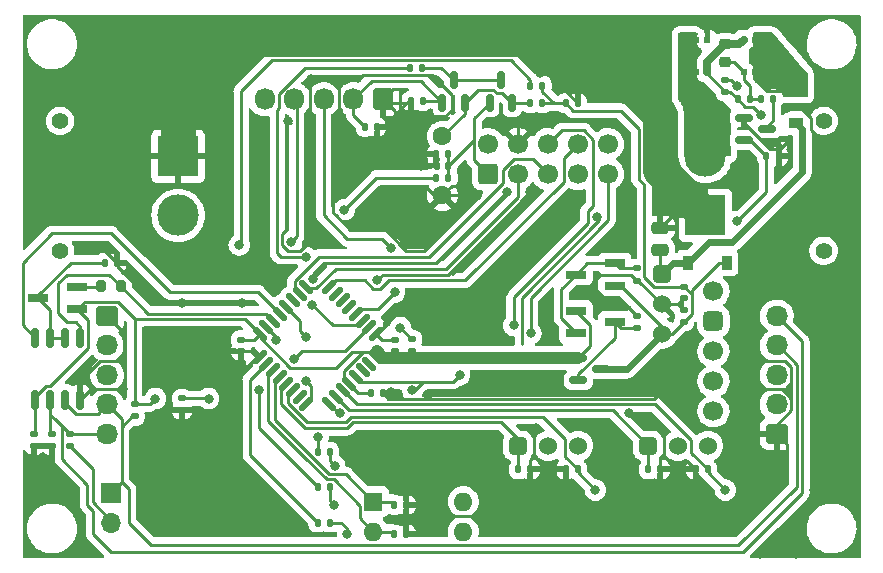
<source format=gbr>
%TF.GenerationSoftware,KiCad,Pcbnew,(6.0.7)*%
%TF.CreationDate,2023-12-12T10:26:36+09:00*%
%TF.ProjectId,Odometry,4f646f6d-6574-4727-992e-6b696361645f,rev?*%
%TF.SameCoordinates,Original*%
%TF.FileFunction,Copper,L2,Bot*%
%TF.FilePolarity,Positive*%
%FSLAX46Y46*%
G04 Gerber Fmt 4.6, Leading zero omitted, Abs format (unit mm)*
G04 Created by KiCad (PCBNEW (6.0.7)) date 2023-12-12 10:26:36*
%MOMM*%
%LPD*%
G01*
G04 APERTURE LIST*
G04 Aperture macros list*
%AMRoundRect*
0 Rectangle with rounded corners*
0 $1 Rounding radius*
0 $2 $3 $4 $5 $6 $7 $8 $9 X,Y pos of 4 corners*
0 Add a 4 corners polygon primitive as box body*
4,1,4,$2,$3,$4,$5,$6,$7,$8,$9,$2,$3,0*
0 Add four circle primitives for the rounded corners*
1,1,$1+$1,$2,$3*
1,1,$1+$1,$4,$5*
1,1,$1+$1,$6,$7*
1,1,$1+$1,$8,$9*
0 Add four rect primitives between the rounded corners*
20,1,$1+$1,$2,$3,$4,$5,0*
20,1,$1+$1,$4,$5,$6,$7,0*
20,1,$1+$1,$6,$7,$8,$9,0*
20,1,$1+$1,$8,$9,$2,$3,0*%
G04 Aperture macros list end*
%TA.AperFunction,ComponentPad*%
%ADD10C,1.600000*%
%TD*%
%TA.AperFunction,ComponentPad*%
%ADD11RoundRect,0.250000X-0.675000X0.600000X-0.675000X-0.600000X0.675000X-0.600000X0.675000X0.600000X0*%
%TD*%
%TA.AperFunction,ComponentPad*%
%ADD12O,1.850000X1.700000*%
%TD*%
%TA.AperFunction,ComponentPad*%
%ADD13R,1.700000X1.700000*%
%TD*%
%TA.AperFunction,ComponentPad*%
%ADD14O,1.700000X1.700000*%
%TD*%
%TA.AperFunction,ComponentPad*%
%ADD15RoundRect,0.381000X-0.381000X-0.381000X0.381000X-0.381000X0.381000X0.381000X-0.381000X0.381000X0*%
%TD*%
%TA.AperFunction,ComponentPad*%
%ADD16C,1.524000*%
%TD*%
%TA.AperFunction,ComponentPad*%
%ADD17RoundRect,0.250000X0.675000X-0.600000X0.675000X0.600000X-0.675000X0.600000X-0.675000X-0.600000X0*%
%TD*%
%TA.AperFunction,ComponentPad*%
%ADD18C,1.400000*%
%TD*%
%TA.AperFunction,ComponentPad*%
%ADD19R,3.500000X3.500000*%
%TD*%
%TA.AperFunction,ComponentPad*%
%ADD20C,3.500000*%
%TD*%
%TA.AperFunction,ComponentPad*%
%ADD21C,1.700000*%
%TD*%
%TA.AperFunction,ComponentPad*%
%ADD22RoundRect,0.425000X-0.425000X-0.425000X0.425000X-0.425000X0.425000X0.425000X-0.425000X0.425000X0*%
%TD*%
%TA.AperFunction,ComponentPad*%
%ADD23RoundRect,0.250000X0.600000X0.675000X-0.600000X0.675000X-0.600000X-0.675000X0.600000X-0.675000X0*%
%TD*%
%TA.AperFunction,ComponentPad*%
%ADD24O,1.700000X1.850000*%
%TD*%
%TA.AperFunction,ComponentPad*%
%ADD25RoundRect,0.381000X0.381000X-0.381000X0.381000X0.381000X-0.381000X0.381000X-0.381000X-0.381000X0*%
%TD*%
%TA.AperFunction,ComponentPad*%
%ADD26RoundRect,0.250000X0.600000X-0.600000X0.600000X0.600000X-0.600000X0.600000X-0.600000X-0.600000X0*%
%TD*%
%TA.AperFunction,ComponentPad*%
%ADD27R,1.600000X1.600000*%
%TD*%
%TA.AperFunction,ComponentPad*%
%ADD28O,1.600000X1.600000*%
%TD*%
%TA.AperFunction,SMDPad,CuDef*%
%ADD29RoundRect,0.150000X-0.587500X-0.150000X0.587500X-0.150000X0.587500X0.150000X-0.587500X0.150000X0*%
%TD*%
%TA.AperFunction,SMDPad,CuDef*%
%ADD30RoundRect,0.140000X-0.140000X-0.170000X0.140000X-0.170000X0.140000X0.170000X-0.140000X0.170000X0*%
%TD*%
%TA.AperFunction,SMDPad,CuDef*%
%ADD31RoundRect,0.135000X0.135000X0.185000X-0.135000X0.185000X-0.135000X-0.185000X0.135000X-0.185000X0*%
%TD*%
%TA.AperFunction,SMDPad,CuDef*%
%ADD32RoundRect,0.150000X0.150000X-0.587500X0.150000X0.587500X-0.150000X0.587500X-0.150000X-0.587500X0*%
%TD*%
%TA.AperFunction,SMDPad,CuDef*%
%ADD33RoundRect,0.135000X-0.135000X-0.185000X0.135000X-0.185000X0.135000X0.185000X-0.135000X0.185000X0*%
%TD*%
%TA.AperFunction,SMDPad,CuDef*%
%ADD34RoundRect,0.140000X-0.170000X0.140000X-0.170000X-0.140000X0.170000X-0.140000X0.170000X0.140000X0*%
%TD*%
%TA.AperFunction,SMDPad,CuDef*%
%ADD35R,0.900000X1.200000*%
%TD*%
%TA.AperFunction,SMDPad,CuDef*%
%ADD36R,1.800000X0.800000*%
%TD*%
%TA.AperFunction,SMDPad,CuDef*%
%ADD37RoundRect,0.135000X-0.185000X0.135000X-0.185000X-0.135000X0.185000X-0.135000X0.185000X0.135000X0*%
%TD*%
%TA.AperFunction,SMDPad,CuDef*%
%ADD38RoundRect,0.150000X-0.150000X0.675000X-0.150000X-0.675000X0.150000X-0.675000X0.150000X0.675000X0*%
%TD*%
%TA.AperFunction,SMDPad,CuDef*%
%ADD39RoundRect,0.140000X0.170000X-0.140000X0.170000X0.140000X-0.170000X0.140000X-0.170000X-0.140000X0*%
%TD*%
%TA.AperFunction,SMDPad,CuDef*%
%ADD40RoundRect,0.135000X0.185000X-0.135000X0.185000X0.135000X-0.185000X0.135000X-0.185000X-0.135000X0*%
%TD*%
%TA.AperFunction,SMDPad,CuDef*%
%ADD41R,1.200000X0.900000*%
%TD*%
%TA.AperFunction,SMDPad,CuDef*%
%ADD42RoundRect,0.225000X-0.250000X0.225000X-0.250000X-0.225000X0.250000X-0.225000X0.250000X0.225000X0*%
%TD*%
%TA.AperFunction,SMDPad,CuDef*%
%ADD43RoundRect,0.140000X0.140000X0.170000X-0.140000X0.170000X-0.140000X-0.170000X0.140000X-0.170000X0*%
%TD*%
%TA.AperFunction,SMDPad,CuDef*%
%ADD44R,0.620000X0.575000*%
%TD*%
%TA.AperFunction,SMDPad,CuDef*%
%ADD45RoundRect,0.125000X0.530330X-0.353553X-0.353553X0.530330X-0.530330X0.353553X0.353553X-0.530330X0*%
%TD*%
%TA.AperFunction,SMDPad,CuDef*%
%ADD46RoundRect,0.125000X0.530330X0.353553X0.353553X0.530330X-0.530330X-0.353553X-0.353553X-0.530330X0*%
%TD*%
%TA.AperFunction,SMDPad,CuDef*%
%ADD47RoundRect,0.200000X-0.200000X-0.275000X0.200000X-0.275000X0.200000X0.275000X-0.200000X0.275000X0*%
%TD*%
%TA.AperFunction,SMDPad,CuDef*%
%ADD48RoundRect,0.250000X0.475000X-0.250000X0.475000X0.250000X-0.475000X0.250000X-0.475000X-0.250000X0*%
%TD*%
%TA.AperFunction,ViaPad*%
%ADD49C,0.800000*%
%TD*%
%TA.AperFunction,Conductor*%
%ADD50C,0.250000*%
%TD*%
%TA.AperFunction,Conductor*%
%ADD51C,0.700000*%
%TD*%
%TA.AperFunction,Conductor*%
%ADD52C,3.000000*%
%TD*%
%TA.AperFunction,Conductor*%
%ADD53C,0.600000*%
%TD*%
%TA.AperFunction,Conductor*%
%ADD54C,1.000000*%
%TD*%
G04 APERTURE END LIST*
D10*
%TO.P,C13,1*%
%TO.N,GND*%
X50717645Y-30635299D03*
%TO.P,C13,2*%
%TO.N,Net-(C13-Pad2)*%
X50717645Y-25635299D03*
%TD*%
D11*
%TO.P,J5,1,Pin_1*%
%TO.N,GND*%
X22312500Y-40837500D03*
D12*
%TO.P,J5,2,Pin_2*%
%TO.N,unconnected-(J5-Pad2)*%
X22312500Y-43337500D03*
%TO.P,J5,3,Pin_3*%
%TO.N,unconnected-(J5-Pad3)*%
X22312500Y-45837500D03*
%TO.P,J5,4,Pin_4*%
%TO.N,RS485_MD_A*%
X22312500Y-48337500D03*
%TO.P,J5,5,Pin_5*%
%TO.N,RS485_MD_B*%
X22312500Y-50837500D03*
%TD*%
D13*
%TO.P,JP1,1,A*%
%TO.N,RS485_MD_A*%
X22662500Y-55837500D03*
D14*
%TO.P,JP1,2,B*%
%TO.N,Net-(JP1-Pad2)*%
X22662500Y-58377500D03*
%TD*%
D15*
%TO.P,U1,1,VI*%
%TO.N,VCC*%
X69285500Y-37297500D03*
D16*
%TO.P,U1,2,GND*%
%TO.N,GND*%
X69285500Y-39837500D03*
%TO.P,U1,3,VO*%
%TO.N,/VSYS*%
X69285500Y-42377500D03*
%TD*%
D17*
%TO.P,J6,1,Pin_1*%
%TO.N,GND*%
X79012500Y-50837500D03*
D12*
%TO.P,J6,2,Pin_2*%
%TO.N,unconnected-(J6-Pad2)*%
X79012500Y-48337500D03*
%TO.P,J6,3,Pin_3*%
%TO.N,unconnected-(J6-Pad3)*%
X79012500Y-45837500D03*
%TO.P,J6,4,Pin_4*%
%TO.N,RS485_MD_A*%
X79012500Y-43337500D03*
%TO.P,J6,5,Pin_5*%
%TO.N,RS485_MD_B*%
X79012500Y-40837500D03*
%TD*%
D18*
%TO.P,J1,*%
%TO.N,*%
X18337500Y-35337500D03*
X18337500Y-24337500D03*
D19*
%TO.P,J1,1,Pin_1*%
%TO.N,GND*%
X28337500Y-27337500D03*
D20*
%TO.P,J1,2,Pin_2*%
%TO.N,+12V*%
X28337500Y-32337500D03*
%TD*%
D21*
%TO.P,SW5,*%
%TO.N,*%
X73662500Y-48917500D03*
X73662500Y-38757500D03*
D22*
%TO.P,SW5,1,A*%
%TO.N,\u4E3B\u96FB\u6E90\u30B9\u30A4\u30C3\u30C1*%
X73662500Y-41297500D03*
D21*
%TO.P,SW5,2,B*%
%TO.N,/S-S*%
X73662500Y-43837500D03*
%TO.P,SW5,3,C*%
%TO.N,unconnected-(SW5-Pad3)*%
X73662500Y-46377500D03*
%TD*%
D23*
%TO.P,J4,1,Pin_1*%
%TO.N,GND*%
X45662500Y-22487500D03*
D24*
%TO.P,J4,2,Pin_2*%
%TO.N,+3.3V*%
X43162500Y-22487500D03*
%TO.P,J4,3,Pin_3*%
%TO.N,I2C1_SCL*%
X40662500Y-22487500D03*
%TO.P,J4,4,Pin_4*%
%TO.N,I2C1_SDA*%
X38162500Y-22487500D03*
%TO.P,J4,5,Pin_5*%
%TO.N,Encoder_OUT*%
X35662500Y-22487500D03*
%TD*%
D25*
%TO.P,PA1,1,A*%
%TO.N,Slide_Switch1*%
X68122500Y-51837500D03*
D16*
%TO.P,PA1,2,B*%
%TO.N,+3.3V*%
X70662500Y-51837500D03*
%TO.P,PA1,3,C*%
%TO.N,unconnected-(SW2-Pad3)*%
X73202500Y-51837500D03*
%TD*%
D25*
%TO.P,PA6,1,A*%
%TO.N,Slide_Switch2*%
X57122500Y-51837500D03*
D16*
%TO.P,PA6,2,B*%
%TO.N,+3.3V*%
X59662500Y-51837500D03*
%TO.P,PA6,3,C*%
%TO.N,unconnected-(SW3-Pad3)*%
X62202500Y-51837500D03*
%TD*%
D26*
%TO.P,J3,1,Pin_1*%
%TO.N,VBUS*%
X54582500Y-28837500D03*
D21*
%TO.P,J3,2,Pin_2*%
%TO.N,unconnected-(J3-Pad2)*%
X54582500Y-26297500D03*
%TO.P,J3,3,Pin_3*%
%TO.N,TCK*%
X57122500Y-28837500D03*
%TO.P,J3,4,Pin_4*%
%TO.N,GND*%
X57122500Y-26297500D03*
%TO.P,J3,5,Pin_5*%
%TO.N,TMS*%
X59662500Y-28837500D03*
%TO.P,J3,6,Pin_6*%
%TO.N,NRST*%
X59662500Y-26297500D03*
%TO.P,J3,7,Pin_7*%
%TO.N,unconnected-(J3-Pad7)*%
X62202500Y-28837500D03*
%TO.P,J3,8,Pin_8*%
%TO.N,MainRX2_STLinkTX*%
X62202500Y-26297500D03*
%TO.P,J3,9,Pin_9*%
%TO.N,MainTX2_STLinkRX*%
X64742500Y-28837500D03*
%TO.P,J3,10,Pin_10*%
%TO.N,unconnected-(J3-Pad10)*%
X64742500Y-26297500D03*
%TD*%
D18*
%TO.P,J2,*%
%TO.N,*%
X82987500Y-35337500D03*
X82987500Y-24337500D03*
D19*
%TO.P,J2,1,Pin_1*%
%TO.N,GND*%
X72987500Y-32337500D03*
D20*
%TO.P,J2,2,Pin_2*%
%TO.N,+12V*%
X72987500Y-27337500D03*
%TD*%
D27*
%TO.P,PA7 PB0,1*%
%TO.N,2PSW1*%
X44862500Y-56562500D03*
D28*
%TO.P,PA7 PB0,2*%
%TO.N,2PSW2*%
X44862500Y-59102500D03*
%TO.P,PA7 PB0,3*%
%TO.N,+3.3V*%
X52482500Y-59102500D03*
%TO.P,PA7 PB0,4*%
X52482500Y-56562500D03*
%TD*%
D29*
%TO.P,Q2,1,G*%
%TO.N,\u4E3B\u96FB\u6E90\u30B9\u30A4\u30C3\u30C1*%
X76289965Y-25948230D03*
%TO.P,Q2,2,S*%
%TO.N,GND*%
X76289965Y-24048230D03*
%TO.P,Q2,3,D*%
%TO.N,Net-(Q2-Pad3)*%
X78164965Y-24998230D03*
%TD*%
D30*
%TO.P,C19,1*%
%TO.N,+3.3V*%
X44182500Y-24837500D03*
%TO.P,C19,2*%
%TO.N,GND*%
X45142500Y-24837500D03*
%TD*%
D31*
%TO.P,R11,1*%
%TO.N,Net-(D5-Pad2)*%
X41172500Y-52337500D03*
%TO.P,R11,2*%
%TO.N,LED3*%
X40152500Y-52337500D03*
%TD*%
D32*
%TO.P,Q8,1,G*%
%TO.N,Net-(C13-Pad2)*%
X52612500Y-22775000D03*
%TO.P,Q8,2,S*%
%TO.N,+3.3V*%
X50712500Y-22775000D03*
%TO.P,Q8,3,D*%
%TO.N,IndicatorLED*%
X51662500Y-20900000D03*
%TD*%
D33*
%TO.P,R19,1*%
%TO.N,GND*%
X50207645Y-27135299D03*
%TO.P,R19,2*%
%TO.N,VBUS*%
X51227645Y-27135299D03*
%TD*%
D34*
%TO.P,C10,1*%
%TO.N,/VSYS*%
X71162500Y-38357500D03*
%TO.P,C10,2*%
%TO.N,GND*%
X71162500Y-39317500D03*
%TD*%
D31*
%TO.P,R9,1*%
%TO.N,Net-(D3-Pad2)*%
X41172500Y-58337500D03*
%TO.P,R9,2*%
%TO.N,LED1*%
X40152500Y-58337500D03*
%TD*%
D35*
%TO.P,D6,1,K*%
%TO.N,VCC*%
X71512500Y-36337500D03*
%TO.P,D6,2,A*%
%TO.N,/VSYS*%
X74812500Y-36337500D03*
%TD*%
D33*
%TO.P,R5,1*%
%TO.N,GND*%
X61152500Y-53837500D03*
%TO.P,R5,2*%
%TO.N,Tact_Switch2*%
X62172500Y-53837500D03*
%TD*%
D36*
%TO.P,Q7,1,B*%
%TO.N,Net-(Q4-Pad1)*%
X62012500Y-42287500D03*
%TO.P,Q7,2,E*%
%TO.N,+3.3V*%
X62012500Y-40387500D03*
%TO.P,Q7,3,C*%
%TO.N,Net-(Q6-Pad1)*%
X65312500Y-41337500D03*
%TD*%
D32*
%TO.P,Q5,1,G*%
%TO.N,Net-(C13-Pad2)*%
X56612500Y-22775000D03*
%TO.P,Q5,2,S*%
%TO.N,VBUS*%
X54712500Y-22775000D03*
%TO.P,Q5,3,D*%
%TO.N,IndicatorLED*%
X55662500Y-20900000D03*
%TD*%
D33*
%TO.P,R29,1*%
%TO.N,Net-(D9-Pad2)*%
X50207645Y-29135299D03*
%TO.P,R29,2*%
%TO.N,VBUS*%
X51227645Y-29135299D03*
%TD*%
D37*
%TO.P,R35,1*%
%TO.N,RS485_MD_B*%
X17662500Y-50827500D03*
%TO.P,R35,2*%
%TO.N,GND*%
X17662500Y-51847500D03*
%TD*%
D29*
%TO.P,Q6,1,G*%
%TO.N,Net-(Q6-Pad1)*%
X62225000Y-46287500D03*
%TO.P,Q6,2,S*%
%TO.N,+3.3V*%
X62225000Y-44387500D03*
%TO.P,Q6,3,D*%
%TO.N,/VSYS*%
X64100000Y-45337500D03*
%TD*%
D33*
%TO.P,R33,1*%
%TO.N,Net-(Q9-Pad3)*%
X22152500Y-36337500D03*
%TO.P,R33,2*%
%TO.N,GND*%
X23172500Y-36337500D03*
%TD*%
D37*
%TO.P,R34,1*%
%TO.N,+3.3V*%
X24662500Y-48327500D03*
%TO.P,R34,2*%
%TO.N,RS485_MD_A*%
X24662500Y-49347500D03*
%TD*%
D34*
%TO.P,C16,1*%
%TO.N,+3.3V*%
X33662500Y-42857500D03*
%TO.P,C16,2*%
%TO.N,GND*%
X33662500Y-43817500D03*
%TD*%
D33*
%TO.P,R1,1*%
%TO.N,GND*%
X72152500Y-53837500D03*
%TO.P,R1,2*%
%TO.N,Tact_Switch1*%
X73172500Y-53837500D03*
%TD*%
D31*
%TO.P,R10,1*%
%TO.N,Net-(D4-Pad2)*%
X41172500Y-55337500D03*
%TO.P,R10,2*%
%TO.N,LED2*%
X40152500Y-55337500D03*
%TD*%
D33*
%TO.P,R28,1*%
%TO.N,Net-(D8-Pad2)*%
X58152500Y-21337500D03*
%TO.P,R28,2*%
%TO.N,/VSYS*%
X59172500Y-21337500D03*
%TD*%
D38*
%TO.P,U3,1,RO*%
%TO.N,MainRX1_MAX3485TX*%
X16257500Y-42712500D03*
%TO.P,U3,2,~{RE}*%
%TO.N,Net-(Q9-Pad3)*%
X17527500Y-42712500D03*
%TO.P,U3,3,DE*%
X18797500Y-42712500D03*
%TO.P,U3,4,DI*%
%TO.N,MainTX1_MAX3485RX*%
X20067500Y-42712500D03*
%TO.P,U3,5,GND*%
%TO.N,GND*%
X20067500Y-47962500D03*
%TO.P,U3,6,A*%
%TO.N,RS485_MD_A*%
X18797500Y-47962500D03*
%TO.P,U3,7,B*%
%TO.N,RS485_MD_B*%
X17527500Y-47962500D03*
%TO.P,U3,8,VCC*%
%TO.N,+3.3V*%
X16257500Y-47962500D03*
%TD*%
D39*
%TO.P,C17,1*%
%TO.N,+3.3V*%
X46662500Y-43817500D03*
%TO.P,C17,2*%
%TO.N,GND*%
X46662500Y-42857500D03*
%TD*%
D37*
%TO.P,R27,1*%
%TO.N,BOOT0*%
X28662500Y-47817501D03*
%TO.P,R27,2*%
%TO.N,GND*%
X28662500Y-48837501D03*
%TD*%
D36*
%TO.P,Q4,1,B*%
%TO.N,Net-(Q4-Pad1)*%
X65312500Y-36387500D03*
%TO.P,Q4,2,E*%
%TO.N,/VSYS*%
X65312500Y-38287500D03*
%TO.P,Q4,3,C*%
%TO.N,Net-(Q4-Pad1)*%
X62012500Y-37337500D03*
%TD*%
D33*
%TO.P,R30,1*%
%TO.N,Net-(D10-Pad2)*%
X47990000Y-19837500D03*
%TO.P,R30,2*%
%TO.N,IndicatorLED*%
X49010000Y-19837500D03*
%TD*%
D40*
%TO.P,R36,1*%
%TO.N,Net-(JP1-Pad2)*%
X19162500Y-51847500D03*
%TO.P,R36,2*%
%TO.N,RS485_MD_B*%
X19162500Y-50827500D03*
%TD*%
%TO.P,R20,1*%
%TO.N,GND*%
X67162500Y-37847500D03*
%TO.P,R20,2*%
%TO.N,Net-(Q4-Pad1)*%
X67162500Y-36827500D03*
%TD*%
D41*
%TO.P,D2,1,K*%
%TO.N,VCC*%
X80662500Y-24487500D03*
%TO.P,D2,2,A*%
%TO.N,VDD*%
X80662500Y-21187500D03*
%TD*%
D42*
%TO.P,C2,1*%
%TO.N,/S-S*%
X74662500Y-17837500D03*
%TO.P,C2,2*%
%TO.N,Net-(C2-Pad2)*%
X74662500Y-19387500D03*
%TD*%
D33*
%TO.P,R6,1*%
%TO.N,/S-S*%
X75717465Y-22498230D03*
%TO.P,R6,2*%
%TO.N,Net-(C2-Pad2)*%
X76737465Y-22498230D03*
%TD*%
D30*
%TO.P,C14,1*%
%TO.N,+3.3V*%
X44682500Y-47337500D03*
%TO.P,C14,2*%
%TO.N,GND*%
X45642500Y-47337500D03*
%TD*%
D31*
%TO.P,R21,1*%
%TO.N,/VSYS*%
X59172500Y-22837500D03*
%TO.P,R21,2*%
%TO.N,Net-(C13-Pad2)*%
X58152500Y-22837500D03*
%TD*%
D37*
%TO.P,R17,1*%
%TO.N,GND*%
X71162500Y-40327500D03*
%TO.P,R17,2*%
%TO.N,/VSYS*%
X71162500Y-41347500D03*
%TD*%
%TO.P,R23,1*%
%TO.N,GND*%
X67162500Y-40827500D03*
%TO.P,R23,2*%
%TO.N,Net-(Q6-Pad1)*%
X67162500Y-41847500D03*
%TD*%
D33*
%TO.P,R15,1*%
%TO.N,GND*%
X80152500Y-25837500D03*
%TO.P,R15,2*%
%TO.N,VCC*%
X81172500Y-25837500D03*
%TD*%
%TO.P,R7,1*%
%TO.N,Net-(C2-Pad2)*%
X77717465Y-22498230D03*
%TO.P,R7,2*%
%TO.N,Net-(Q2-Pad3)*%
X78737465Y-22498230D03*
%TD*%
%TO.P,R24,1*%
%TO.N,GND*%
X48029336Y-22634612D03*
%TO.P,R24,2*%
%TO.N,+3.3V*%
X49049336Y-22634612D03*
%TD*%
%TO.P,R4,1*%
%TO.N,Slide_Switch2*%
X57142501Y-53837500D03*
%TO.P,R4,2*%
%TO.N,GND*%
X58162501Y-53837500D03*
%TD*%
D37*
%TO.P,R31,1*%
%TO.N,Net-(D11-Pad2)*%
X48162500Y-42827500D03*
%TO.P,R31,2*%
%TO.N,+3.3V*%
X48162500Y-43847500D03*
%TD*%
D43*
%TO.P,C4,1*%
%TO.N,VBUS*%
X51197645Y-28135299D03*
%TO.P,C4,2*%
%TO.N,GND*%
X50237645Y-28135299D03*
%TD*%
D34*
%TO.P,C18,1*%
%TO.N,+3.3V*%
X16162500Y-50857500D03*
%TO.P,C18,2*%
%TO.N,GND*%
X16162500Y-51817500D03*
%TD*%
D44*
%TO.P,Q1,1,D*%
%TO.N,+12V*%
X71212500Y-17449500D03*
%TO.P,Q1,2,D*%
X72162500Y-17449500D03*
%TO.P,Q1,3,G*%
%TO.N,GND*%
X73112500Y-17449500D03*
%TO.P,Q1,4,S*%
%TO.N,/S-S*%
X73112500Y-20225500D03*
%TO.P,Q1,5,D*%
%TO.N,+12V*%
X72162500Y-20225500D03*
%TO.P,Q1,6,D*%
X71212500Y-20225500D03*
%TD*%
D45*
%TO.P,U2,1,VDD*%
%TO.N,+3.3V*%
X45094570Y-44309772D03*
%TO.P,U2,2,PF0*%
%TO.N,unconnected-(U2-Pad2)*%
X44528884Y-44875457D03*
%TO.P,U2,3,PF1*%
%TO.N,unconnected-(U2-Pad3)*%
X43963199Y-45441143D03*
%TO.P,U2,4,NRST*%
%TO.N,NRST*%
X43397514Y-46006828D03*
%TO.P,U2,5,VDDA*%
%TO.N,+3.3V*%
X42831828Y-46572514D03*
%TO.P,U2,6,PA0*%
%TO.N,Tact_Switch1*%
X42266143Y-47138199D03*
%TO.P,U2,7,PA1*%
%TO.N,Slide_Switch1*%
X41700457Y-47703884D03*
%TO.P,U2,8,PA2*%
%TO.N,MainTX2_STLinkRX*%
X41134772Y-48269570D03*
D46*
%TO.P,U2,9,PA3*%
%TO.N,Encoder_OUT*%
X39190228Y-48269570D03*
%TO.P,U2,10,PA4*%
%TO.N,unconnected-(U2-Pad10)*%
X38624543Y-47703884D03*
%TO.P,U2,11,PA5*%
%TO.N,Tact_Switch2*%
X38058857Y-47138199D03*
%TO.P,U2,12,PA6*%
%TO.N,Slide_Switch2*%
X37493172Y-46572514D03*
%TO.P,U2,13,PA7*%
%TO.N,2PSW1*%
X36927486Y-46006828D03*
%TO.P,U2,14,PB0*%
%TO.N,2PSW2*%
X36361801Y-45441143D03*
%TO.P,U2,15,PB1*%
%TO.N,LED1*%
X35796116Y-44875457D03*
%TO.P,U2,16,VSS*%
%TO.N,GND*%
X35230430Y-44309772D03*
D45*
%TO.P,U2,17,VDD*%
%TO.N,+3.3V*%
X35230430Y-42365228D03*
%TO.P,U2,18,PA8*%
%TO.N,LED2*%
X35796116Y-41799543D03*
%TO.P,U2,19,PA9*%
%TO.N,MainTX1_MAX3485RX*%
X36361801Y-41233857D03*
%TO.P,U2,20,PA10*%
%TO.N,MainRX1_MAX3485TX*%
X36927486Y-40668172D03*
%TO.P,U2,21,PA11*%
%TO.N,LED3*%
X37493172Y-40102486D03*
%TO.P,U2,22,PA12*%
%TO.N,unconnected-(U2-Pad22)*%
X38058857Y-39536801D03*
%TO.P,U2,23,PA13*%
%TO.N,TMS*%
X38624543Y-38971116D03*
%TO.P,U2,24,PA14*%
%TO.N,TCK*%
X39190228Y-38405430D03*
D46*
%TO.P,U2,25,PA15*%
%TO.N,MainRX2_STLinkTX*%
X41134772Y-38405430D03*
%TO.P,U2,26,PB3*%
%TO.N,unconnected-(U2-Pad26)*%
X41700457Y-38971116D03*
%TO.P,U2,27,PB4*%
%TO.N,unconnected-(U2-Pad27)*%
X42266143Y-39536801D03*
%TO.P,U2,28,PB5*%
%TO.N,unconnected-(U2-Pad28)*%
X42831828Y-40102486D03*
%TO.P,U2,29,PB6*%
%TO.N,I2C1_SCL*%
X43397514Y-40668172D03*
%TO.P,U2,30,PB7*%
%TO.N,I2C1_SDA*%
X43963199Y-41233857D03*
%TO.P,U2,31,BOOT0*%
%TO.N,BOOT0*%
X44528884Y-41799543D03*
%TO.P,U2,32,VSS*%
%TO.N,GND*%
X45094570Y-42365228D03*
%TD*%
D33*
%TO.P,R8,1*%
%TO.N,\u4E3B\u96FB\u6E90\u30B9\u30A4\u30C3\u30C1*%
X78152500Y-27337500D03*
%TO.P,R8,2*%
%TO.N,GND*%
X79172500Y-27337500D03*
%TD*%
D44*
%TO.P,Q3,1,D*%
%TO.N,VDD*%
X78112500Y-20225500D03*
%TO.P,Q3,2,D*%
X77162500Y-20225500D03*
%TO.P,Q3,3,G*%
%TO.N,Net-(C2-Pad2)*%
X76212500Y-20225500D03*
%TO.P,Q3,4,S*%
%TO.N,/S-S*%
X76212500Y-17449500D03*
%TO.P,Q3,5,D*%
%TO.N,VDD*%
X77162500Y-17449500D03*
%TO.P,Q3,6,D*%
X78112500Y-17449500D03*
%TD*%
D31*
%TO.P,R22,1*%
%TO.N,GND*%
X62172500Y-22837500D03*
%TO.P,R22,2*%
%TO.N,/VSYS*%
X61152500Y-22837500D03*
%TD*%
D47*
%TO.P,R32,1*%
%TO.N,Net-(Q9-Pad1)*%
X21837500Y-38337500D03*
%TO.P,R32,2*%
%TO.N,MainTX1_MAX3485RX*%
X23487500Y-38337500D03*
%TD*%
D36*
%TO.P,Q9,1,B*%
%TO.N,Net-(Q9-Pad1)*%
X19812500Y-38387500D03*
%TO.P,Q9,2,E*%
%TO.N,+3.3V*%
X19812500Y-40287500D03*
%TO.P,Q9,3,C*%
%TO.N,Net-(Q9-Pad3)*%
X16512500Y-39337500D03*
%TD*%
D48*
%TO.P,C7,1*%
%TO.N,VCC*%
X69162500Y-35287500D03*
%TO.P,C7,2*%
%TO.N,GND*%
X69162500Y-33387500D03*
%TD*%
D40*
%TO.P,R2,1*%
%TO.N,/S-S*%
X74662500Y-21847500D03*
%TO.P,R2,2*%
%TO.N,GND*%
X74662500Y-20827500D03*
%TD*%
D31*
%TO.P,R12,1*%
%TO.N,GND*%
X47672500Y-56837500D03*
%TO.P,R12,2*%
%TO.N,2PSW1*%
X46652500Y-56837500D03*
%TD*%
D33*
%TO.P,R3,1*%
%TO.N,Slide_Switch1*%
X68152500Y-53837500D03*
%TO.P,R3,2*%
%TO.N,GND*%
X69172500Y-53837500D03*
%TD*%
D31*
%TO.P,R14,1*%
%TO.N,GND*%
X47672500Y-59337500D03*
%TO.P,R14,2*%
%TO.N,2PSW2*%
X46652500Y-59337500D03*
%TD*%
D49*
%TO.N,*%
X63809543Y-32447624D03*
%TO.N,/S-S*%
X77662500Y-23837500D03*
%TO.N,GND*%
X23669877Y-47054393D03*
X77276417Y-41848566D03*
X63846444Y-24635299D03*
X85713893Y-20760346D03*
X21203643Y-26006625D03*
X15662500Y-56337500D03*
X82210267Y-55602754D03*
X69162500Y-28512500D03*
X28651370Y-59076150D03*
X39743087Y-37756913D03*
X72350070Y-50267473D03*
X24662500Y-50837500D03*
X78804678Y-32974738D03*
X20662500Y-60837500D03*
X46053087Y-50988899D03*
X61501748Y-30769321D03*
X33725000Y-39775000D03*
X58526888Y-45874201D03*
X46200357Y-26861211D03*
X55648120Y-24120606D03*
X28176941Y-37671937D03*
X31008026Y-34170209D03*
X60787860Y-47179315D03*
X69424723Y-50575277D03*
X46333350Y-47285736D03*
X42809680Y-29613291D03*
X29662500Y-50337500D03*
X33278522Y-37345669D03*
X79425411Y-54720423D03*
X52783607Y-28882479D03*
X49500000Y-47500000D03*
X15662500Y-20837500D03*
X80958193Y-41191111D03*
X66476978Y-49061319D03*
X54003255Y-57781008D03*
X85656872Y-55906055D03*
X15662500Y-24837500D03*
X78801385Y-39009793D03*
X69162500Y-23837500D03*
X55703580Y-53360163D03*
X77633176Y-61007030D03*
X47403840Y-23931623D03*
X75144118Y-47712390D03*
X39472949Y-24033573D03*
X66420223Y-52974143D03*
X53185261Y-51080808D03*
X67540200Y-45989527D03*
X41916345Y-21166623D03*
X79897838Y-23237816D03*
X56538638Y-35732431D03*
X48957426Y-59040167D03*
X74943507Y-16128144D03*
X20125673Y-35061708D03*
X80677255Y-15833999D03*
X50813244Y-39039700D03*
X15662500Y-33837500D03*
X33489581Y-20411363D03*
X39575356Y-20779404D03*
X39662500Y-34337500D03*
X55960173Y-38782354D03*
X58956610Y-20254156D03*
X85500000Y-16000000D03*
X56162500Y-30337500D03*
X41441980Y-34764685D03*
X64133365Y-46719768D03*
X32537641Y-53411153D03*
X53615128Y-30695321D03*
X49634176Y-23931623D03*
X61346821Y-49922749D03*
X85566223Y-60733571D03*
X29418033Y-46284104D03*
X59684947Y-39440539D03*
X44140617Y-32458983D03*
X15720042Y-60744963D03*
X85505221Y-35088563D03*
X63405027Y-22263909D03*
X48896368Y-28111179D03*
X26182779Y-24216415D03*
X71908905Y-42565460D03*
X82285015Y-48466047D03*
X63745906Y-35255802D03*
X66364763Y-29745465D03*
X66162500Y-20837500D03*
X80611043Y-61007030D03*
X35162500Y-24337500D03*
X28691634Y-39785854D03*
X59710832Y-56788386D03*
X35162500Y-30337500D03*
X47213164Y-40295004D03*
X20662500Y-15837500D03*
X52182834Y-42712175D03*
X25162500Y-57837500D03*
X68534140Y-56788386D03*
X26818313Y-15815617D03*
X82410655Y-29146240D03*
X45162500Y-37837500D03*
X19460424Y-46263972D03*
X15726955Y-15950527D03*
X29662500Y-20337500D03*
X69151809Y-15833999D03*
X27570653Y-42341188D03*
X58162500Y-30337500D03*
X22662500Y-32837500D03*
X20662500Y-19837500D03*
X33162500Y-49837500D03*
X59520653Y-42870068D03*
X37662500Y-24337500D03*
X42423931Y-25375625D03*
X31145890Y-25374474D03*
X76061525Y-58442756D03*
X38673392Y-58626163D03*
X32592786Y-59091157D03*
X65142681Y-58608193D03*
X15662500Y-53337500D03*
X55261661Y-42789606D03*
X58662500Y-50337500D03*
X66769681Y-35169708D03*
X79245718Y-28823537D03*
X75662500Y-21337500D03*
X43033701Y-53080279D03*
X19162500Y-55337500D03*
%TO.N,+3.3V*%
X54212500Y-44387500D03*
X51712500Y-44387500D03*
X52895622Y-44391964D03*
X26412500Y-47837500D03*
X60212500Y-44387500D03*
%TO.N,Net-(D3-Pad2)*%
X42662500Y-59337500D03*
%TO.N,Net-(D4-Pad2)*%
X41537500Y-56837500D03*
%TO.N,Net-(D5-Pad2)*%
X41594034Y-53514639D03*
%TO.N,Net-(D8-Pad2)*%
X33513000Y-34837500D03*
%TO.N,Net-(D9-Pad2)*%
X42387000Y-31854888D03*
%TO.N,Net-(D10-Pad2)*%
X39174799Y-35849799D03*
%TO.N,Net-(D11-Pad2)*%
X47162500Y-41837500D03*
%TO.N,+12V*%
X71162500Y-21337500D03*
%TO.N,NRST*%
X48179888Y-47113000D03*
X56743360Y-41642718D03*
X52162500Y-45837500D03*
%TO.N,MainTX2_STLinkRX*%
X58203617Y-42327304D03*
X42024714Y-49052739D03*
%TO.N,I2C1_SCL*%
X46662500Y-38837500D03*
X46400201Y-35099799D03*
%TO.N,I2C1_SDA*%
X39712701Y-39887701D03*
X37914169Y-34564571D03*
%TO.N,Encoder_OUT*%
X39162500Y-46337500D03*
%TO.N,\u4E3B\u96FB\u6E90\u30B9\u30A4\u30C3\u30C1*%
X75662500Y-32837500D03*
%TO.N,Tact_Switch1*%
X74662500Y-55587500D03*
%TO.N,Tact_Switch2*%
X63662500Y-55587500D03*
%TO.N,LED2*%
X35150201Y-47113000D03*
X36650201Y-42849799D03*
%TO.N,LED3*%
X39162500Y-42613000D03*
X40179888Y-51113000D03*
%TO.N,BOOT0*%
X30912500Y-47837500D03*
X38116566Y-44511501D03*
%TD*%
D50*
%TO.N,*%
X64000000Y-32638081D02*
X63809543Y-32447624D01*
X57467860Y-43215791D02*
X57467860Y-39532140D01*
X57467860Y-39296450D02*
X64000000Y-32764310D01*
X64000000Y-32764310D02*
X64000000Y-32638081D01*
X57467860Y-39532140D02*
X57467860Y-39296450D01*
%TO.N,/S-S*%
X76362465Y-23143230D02*
X75717465Y-22498230D01*
X76968230Y-23143230D02*
X76362465Y-23143230D01*
D51*
X74641484Y-17837500D02*
X74662500Y-17837500D01*
D50*
X74662500Y-21847500D02*
X75066735Y-21847500D01*
D51*
X74662500Y-17837500D02*
X75824500Y-17837500D01*
D50*
X77662500Y-23837500D02*
X76968230Y-23143230D01*
D51*
X73112500Y-20225500D02*
X73112500Y-19366484D01*
D50*
X74662500Y-21847500D02*
X73112500Y-20297500D01*
X75066735Y-21847500D02*
X75717465Y-22498230D01*
X73112500Y-20297500D02*
X73112500Y-20225500D01*
D51*
X73112500Y-19366484D02*
X74641484Y-17837500D01*
X75824500Y-17837500D02*
X76212500Y-17449500D01*
D50*
%TO.N,Net-(C2-Pad2)*%
X74662500Y-19387500D02*
X75374500Y-19387500D01*
X76737465Y-22498230D02*
X77717465Y-22498230D01*
X76737465Y-21387867D02*
X76737465Y-22498230D01*
X75374500Y-19387500D02*
X76212500Y-20225500D01*
X76212500Y-20225500D02*
X76212500Y-20862902D01*
X76212500Y-20862902D02*
X76737465Y-21387867D01*
%TO.N,VBUS*%
X53407500Y-24080000D02*
X53407500Y-25819237D01*
X53407500Y-26092500D02*
X53407500Y-27662500D01*
X51227645Y-29135299D02*
X51227645Y-27135299D01*
X53407500Y-26602500D02*
X53407500Y-26092500D01*
X54712500Y-22775000D02*
X53407500Y-24080000D01*
X51197645Y-28135299D02*
X53407500Y-25925444D01*
X53407500Y-27662500D02*
X54582500Y-28837500D01*
X53407500Y-25819237D02*
X53407500Y-26092500D01*
X53407500Y-25925444D02*
X53407500Y-25819237D01*
%TO.N,GND*%
X69503863Y-52480351D02*
X69503863Y-50654417D01*
X81112816Y-23237816D02*
X81962500Y-24087500D01*
X45662500Y-22487500D02*
X46012500Y-22837500D01*
X17632500Y-51817500D02*
X17662500Y-51847500D01*
X64162500Y-37337500D02*
X63662500Y-37837500D01*
X48162500Y-35337500D02*
X49162500Y-35337500D01*
X47662500Y-22837500D02*
X46662500Y-23837500D01*
X58162501Y-53837500D02*
X58162501Y-53035861D01*
X80048615Y-47294513D02*
X80048615Y-46733525D01*
X79808370Y-47054268D02*
X80048615Y-47294513D01*
X21379393Y-47054393D02*
X20975607Y-47054393D01*
X69162500Y-52821714D02*
X69405826Y-52578388D01*
X20975607Y-47054393D02*
X20067500Y-47962500D01*
X46662500Y-42857500D02*
X45586842Y-42857500D01*
X58162501Y-53035861D02*
X58478575Y-52719787D01*
X45586842Y-42857500D02*
X45094570Y-42365228D01*
X67295500Y-37847500D02*
X69285500Y-39837500D01*
X81962500Y-24087500D02*
X81962500Y-25137500D01*
X79012500Y-50837500D02*
X79012500Y-50074201D01*
X23172500Y-36620717D02*
X24523228Y-37971445D01*
X23746747Y-42271747D02*
X22312500Y-40837500D01*
X42911201Y-33586201D02*
X41662500Y-32337500D01*
X69503863Y-50654417D02*
X69424723Y-50575277D01*
X56445606Y-24120606D02*
X55648120Y-24120606D01*
X57122500Y-24797500D02*
X56445606Y-24120606D01*
X56162500Y-30337500D02*
X50162500Y-36337500D01*
X37662500Y-35337500D02*
X37162500Y-34837500D01*
X50717645Y-30635299D02*
X51534618Y-29818326D01*
X69172500Y-53837500D02*
X69172500Y-52847500D01*
X47162500Y-34837500D02*
X47662500Y-35337500D01*
X46662500Y-23837500D02*
X46162500Y-24337500D01*
X69162500Y-33387500D02*
X70212500Y-32337500D01*
X76289965Y-24532481D02*
X78449984Y-26692500D01*
X41662500Y-32337500D02*
X41441980Y-32116980D01*
X45142500Y-24837500D02*
X45662500Y-24837500D01*
X58441811Y-50558189D02*
X58662500Y-50337500D01*
X50717645Y-30635299D02*
X50039558Y-30635299D01*
X45662500Y-22487500D02*
X46662500Y-23487500D01*
X49162500Y-35337500D02*
X49662500Y-34837500D01*
X37162500Y-34837500D02*
X37162500Y-33891964D01*
D52*
X32632001Y-17367999D02*
X29662500Y-20337500D01*
D50*
X78449984Y-26692500D02*
X79017500Y-26692500D01*
X79702889Y-44646240D02*
X77460299Y-44646240D01*
X49162500Y-47837500D02*
X49500000Y-47500000D01*
X41934727Y-23197822D02*
X41916345Y-23179440D01*
X80262500Y-47508398D02*
X80262500Y-46519640D01*
X44017500Y-20482500D02*
X49829251Y-20482500D01*
X23172500Y-36337500D02*
X23172500Y-36620717D01*
X67162500Y-37847500D02*
X66652500Y-37337500D01*
X51218992Y-57781008D02*
X51162500Y-57837500D01*
X79465969Y-47054268D02*
X77460299Y-47054268D01*
X58162500Y-30337500D02*
X58088909Y-30411091D01*
X58162501Y-53837500D02*
X61152500Y-53837500D01*
X66652500Y-37337500D02*
X64162500Y-37337500D01*
X37662500Y-24337500D02*
X37872518Y-24547518D01*
X67162500Y-37847500D02*
X67295500Y-37847500D01*
X50965128Y-23931623D02*
X49634176Y-23931623D01*
X45642500Y-47337500D02*
X45990695Y-47685695D01*
X50039558Y-30635299D02*
X49410488Y-30006229D01*
X41441980Y-32116980D02*
X41441980Y-31167961D01*
X42162500Y-23425595D02*
X41934727Y-23197822D01*
X66172500Y-39837500D02*
X67162500Y-40827500D01*
X52460299Y-30635299D02*
X52662500Y-30837500D01*
X33662500Y-43817500D02*
X34738158Y-43817500D01*
X58478575Y-52719787D02*
X58478575Y-51420801D01*
X43662500Y-20837500D02*
X44017500Y-20482500D01*
X74662500Y-20827500D02*
X75152500Y-20827500D01*
X72152500Y-54190198D02*
X72812848Y-54850546D01*
X63662500Y-37837500D02*
X63662500Y-38587500D01*
X48029336Y-22634612D02*
X47865388Y-22634612D01*
X58441811Y-51384037D02*
X58441811Y-50558189D01*
X46528492Y-21621508D02*
X47222918Y-21621508D01*
X41916345Y-23179440D02*
X41916345Y-21166623D01*
X50717645Y-30635299D02*
X52460299Y-30635299D01*
X47162500Y-34837500D02*
X45911201Y-33586201D01*
X69285500Y-39837500D02*
X70672500Y-39837500D01*
X80262500Y-48824201D02*
X80262500Y-47850799D01*
X79012500Y-50074201D02*
X80262500Y-48824201D01*
X62172500Y-22837500D02*
X59589156Y-20254156D01*
X58162500Y-30337500D02*
X51162500Y-37337500D01*
X79012500Y-50837500D02*
X79878491Y-51703491D01*
X46012500Y-22837500D02*
X47162500Y-22837500D01*
X49162500Y-47837500D02*
X68662500Y-47837500D01*
X80048615Y-46733525D02*
X80262500Y-46519640D01*
X81962500Y-25137500D02*
X82162500Y-25337500D01*
X51493311Y-23403440D02*
X50965128Y-23931623D01*
X58088909Y-30411091D02*
X58088909Y-30751780D01*
X47162500Y-22837500D02*
X47162500Y-21837500D01*
X39743087Y-37256913D02*
X39743087Y-37756913D01*
X51557210Y-37283479D02*
X51483683Y-37283479D01*
X47662500Y-35337500D02*
X48162500Y-35337500D01*
X79172500Y-26847500D02*
X79172500Y-27337500D01*
X45642500Y-47337500D02*
X46142500Y-47837500D01*
X42162500Y-24837500D02*
X42162500Y-23425595D01*
X45662500Y-24837500D02*
X46162500Y-24337500D01*
X72152500Y-53837500D02*
X72115698Y-53837500D01*
X82162500Y-25337500D02*
X82410655Y-25585655D01*
X67910765Y-49061319D02*
X66476978Y-49061319D01*
X64912500Y-39837500D02*
X66172500Y-39837500D01*
X23172500Y-36337500D02*
X23162500Y-36337500D01*
X49829251Y-20482500D02*
X51493311Y-22146560D01*
X79878491Y-51703491D02*
X79878491Y-52643010D01*
X70672500Y-39837500D02*
X71162500Y-40327500D01*
X58088909Y-30751780D02*
X51557210Y-37283479D01*
X72115698Y-53837500D02*
X71413101Y-53134903D01*
X21379393Y-47054393D02*
X21162500Y-46837500D01*
X51534618Y-29818326D02*
X52057480Y-29818326D01*
X47672500Y-59337500D02*
X47672500Y-56837500D01*
X79465969Y-47054268D02*
X79808370Y-47054268D01*
X51162500Y-37337500D02*
X45662500Y-37337500D01*
X59589156Y-20254156D02*
X58956610Y-20254156D01*
X20067500Y-46345799D02*
X21750799Y-44662500D01*
X68662500Y-47837500D02*
X69162500Y-47337500D01*
X45662500Y-37337500D02*
X45162500Y-37837500D01*
X63662500Y-38587500D02*
X64912500Y-39837500D01*
D52*
X66162500Y-20837500D02*
X62692999Y-17367999D01*
D50*
X34738158Y-43817500D02*
X35230430Y-44309772D01*
X69424723Y-50575277D02*
X67910765Y-49061319D01*
X50162500Y-36337500D02*
X40662500Y-36337500D01*
X39472949Y-21376619D02*
X39545081Y-21304487D01*
X79172500Y-27337500D02*
X79172500Y-26817500D01*
X40662500Y-36337500D02*
X39743087Y-37256913D01*
X69162500Y-52837500D02*
X69162500Y-52821714D01*
X38662500Y-35337500D02*
X37662500Y-35337500D01*
X80048615Y-47294513D02*
X80262500Y-47508398D01*
X79808370Y-47054268D02*
X79808370Y-46973770D01*
X21750799Y-44662500D02*
X23064742Y-44662500D01*
X20067500Y-47962500D02*
X20067500Y-46345799D01*
X80262500Y-46519640D02*
X80262500Y-45205851D01*
X23669877Y-47054393D02*
X21379393Y-47054393D01*
X79172500Y-26817500D02*
X80152500Y-25837500D01*
X69405826Y-52578388D02*
X69503863Y-52480351D01*
X42920701Y-33586201D02*
X42911201Y-33586201D01*
X47865388Y-22634612D02*
X47662500Y-22837500D01*
X58478575Y-51420801D02*
X58441811Y-51384037D01*
D52*
X66162500Y-20837500D02*
X69162500Y-23837500D01*
D50*
X71162500Y-39347500D02*
X70672500Y-39837500D01*
X23064742Y-44662500D02*
X23746747Y-43980495D01*
X80262500Y-45205851D02*
X79702889Y-44646240D01*
X53662500Y-30837500D02*
X53662500Y-30742693D01*
X79808370Y-46973770D02*
X80048615Y-46733525D01*
X45662500Y-22487500D02*
X46528492Y-21621508D01*
D52*
X69162500Y-28512500D02*
X72987500Y-32337500D01*
D50*
X23162500Y-36337500D02*
X22162500Y-35337500D01*
X82410655Y-25585655D02*
X82410655Y-29146240D01*
X80262500Y-47850799D02*
X80262500Y-47508398D01*
X39472949Y-24033573D02*
X39472949Y-21376619D01*
X47162500Y-22837500D02*
X47662500Y-22837500D01*
X76289965Y-24048230D02*
X76289965Y-24532481D01*
X49662500Y-34837500D02*
X53662500Y-30837500D01*
X75152500Y-20827500D02*
X75662500Y-21337500D01*
X70212500Y-32337500D02*
X72987500Y-32337500D01*
X45911201Y-33586201D02*
X42920701Y-33586201D01*
X51493311Y-22146560D02*
X51493311Y-23403440D01*
X39662500Y-34337500D02*
X38662500Y-35337500D01*
D52*
X29662500Y-20337500D02*
X28337500Y-21662500D01*
D50*
X46142500Y-47837500D02*
X49162500Y-47837500D01*
D52*
X28337500Y-21662500D02*
X28337500Y-27337500D01*
D50*
X77460299Y-44646240D02*
X77405153Y-44701386D01*
D52*
X69162500Y-23837500D02*
X69162500Y-28512500D01*
D50*
X71162500Y-39317500D02*
X71162500Y-39347500D01*
X23746747Y-43980495D02*
X23746747Y-42271747D01*
X72152500Y-53837500D02*
X72152500Y-54190198D01*
X54003255Y-57781008D02*
X51218992Y-57781008D01*
X45990695Y-47685695D02*
X47266587Y-47685695D01*
X79897838Y-23237816D02*
X81112816Y-23237816D01*
D52*
X62692999Y-17367999D02*
X32632001Y-17367999D01*
D50*
X46662500Y-23487500D02*
X46662500Y-23837500D01*
X69172500Y-52847500D02*
X69162500Y-52837500D01*
X57122500Y-26297500D02*
X57122500Y-24797500D01*
X37162500Y-33891964D02*
X37564463Y-33490001D01*
X80262500Y-47850799D02*
X79465969Y-47054268D01*
X79017500Y-26692500D02*
X79172500Y-26847500D01*
X16162500Y-51817500D02*
X17632500Y-51817500D01*
X53662500Y-30742693D02*
X53615128Y-30695321D01*
%TO.N,VDD*%
X77162500Y-20837500D02*
X77162500Y-20225500D01*
X80662500Y-21187500D02*
X80312500Y-21187500D01*
X79662500Y-21837500D02*
X78162500Y-21837500D01*
X78162500Y-21837500D02*
X77162500Y-20837500D01*
X80312500Y-21187500D02*
X79662500Y-21837500D01*
D53*
%TO.N,VCC*%
X71512500Y-36337500D02*
X70245500Y-36337500D01*
X81172500Y-25837500D02*
X81172500Y-28652500D01*
X70245500Y-36337500D02*
X69285500Y-37297500D01*
X73262500Y-34587500D02*
X71512500Y-36337500D01*
X81172500Y-24997500D02*
X81172500Y-25837500D01*
D50*
X69162500Y-35287500D02*
X69162500Y-37174500D01*
D53*
X81172500Y-28652500D02*
X75237500Y-34587500D01*
X75237500Y-34587500D02*
X73262500Y-34587500D01*
X80662500Y-24487500D02*
X81172500Y-24997500D01*
D50*
X69162500Y-37174500D02*
X69285500Y-37297500D01*
%TO.N,/VSYS*%
X68612065Y-38384500D02*
X70209500Y-38384500D01*
X70236500Y-38357500D02*
X71162500Y-38357500D01*
X61152500Y-22837500D02*
X61797500Y-23482500D01*
X60162500Y-22837500D02*
X61152500Y-22837500D01*
X59172500Y-22837500D02*
X60162500Y-22837500D01*
X70132500Y-42377500D02*
X71162500Y-41347500D01*
X61797500Y-23482500D02*
X65807500Y-23482500D01*
X65812500Y-38287500D02*
X69285500Y-41760500D01*
X67807000Y-37579435D02*
X68612065Y-38384500D01*
X67807000Y-29737234D02*
X67807000Y-37579435D01*
X69285500Y-41760500D02*
X69285500Y-42377500D01*
X70209500Y-38384500D02*
X70236500Y-38357500D01*
X74812500Y-36337500D02*
X74112500Y-36337500D01*
D53*
X69285500Y-42377500D02*
X66325500Y-45337500D01*
D50*
X71807500Y-39692500D02*
X71807500Y-40702500D01*
X69285500Y-42377500D02*
X70132500Y-42377500D01*
X74112500Y-36337500D02*
X71807500Y-38642500D01*
D53*
X66325500Y-45337500D02*
X64100000Y-45337500D01*
D50*
X71807500Y-38642500D02*
X71807500Y-39692500D01*
X71807500Y-38994891D02*
X71807500Y-39692500D01*
X59172500Y-21847500D02*
X60162500Y-22837500D01*
X67337999Y-29268233D02*
X67807000Y-29737234D01*
X71162500Y-38357500D02*
X71170109Y-38357500D01*
X65807500Y-23482500D02*
X67337999Y-25012999D01*
X65312500Y-38287500D02*
X65812500Y-38287500D01*
X71170109Y-38357500D02*
X71807500Y-38994891D01*
X59172500Y-21337500D02*
X59172500Y-21847500D01*
X67337999Y-25012999D02*
X67337999Y-29268233D01*
X71807500Y-40702500D02*
X71162500Y-41347500D01*
%TO.N,+3.3V*%
X50572112Y-22634612D02*
X50712500Y-22775000D01*
X34738158Y-42857500D02*
X35230430Y-42365228D01*
X33964529Y-41099327D02*
X35230430Y-42365228D01*
X25922500Y-48327500D02*
X26412500Y-47837500D01*
X43988936Y-43895127D02*
X42417184Y-45466879D01*
X20692500Y-41167500D02*
X20692500Y-43584251D01*
X46170228Y-44309772D02*
X46662500Y-43817500D01*
X44679925Y-43895127D02*
X43988936Y-43895127D01*
X48869501Y-20932001D02*
X44717999Y-20932001D01*
D54*
X45712500Y-44387500D02*
X45162500Y-43837500D01*
D50*
X63237500Y-43375000D02*
X62225000Y-44387500D01*
X19812500Y-40287500D02*
X20692500Y-41167500D01*
X24662500Y-48327500D02*
X25922500Y-48327500D01*
X43162500Y-23817500D02*
X44182500Y-24837500D01*
X16257500Y-50762500D02*
X16162500Y-50857500D01*
X50712500Y-22775000D02*
X48869501Y-20932001D01*
X45094570Y-44309772D02*
X44679925Y-43895127D01*
X24662500Y-48327500D02*
X24662500Y-41099327D01*
X17180749Y-46812500D02*
X16257500Y-47735749D01*
X24662500Y-41099327D02*
X23225673Y-39662500D01*
X42417184Y-45466879D02*
X42417184Y-46157870D01*
D54*
X60212500Y-44387500D02*
X54212500Y-44387500D01*
D50*
X44679925Y-43895127D02*
X43068990Y-43895127D01*
D54*
X53112500Y-44387500D02*
X51712500Y-44387500D01*
D50*
X43596814Y-47337500D02*
X42831828Y-46572514D01*
X43162500Y-22487500D02*
X43162500Y-23817500D01*
X23225673Y-39662500D02*
X20437500Y-39662500D01*
X20692500Y-43584251D02*
X17464251Y-46812500D01*
X16257500Y-47962500D02*
X16257500Y-50762500D01*
X44717999Y-20932001D02*
X43162500Y-22487500D01*
X37816468Y-45236001D02*
X35230430Y-42649963D01*
X43068990Y-43895127D02*
X41728116Y-45236001D01*
D54*
X51712500Y-44387500D02*
X45712500Y-44387500D01*
D50*
X41728116Y-45236001D02*
X37816468Y-45236001D01*
X17464251Y-46812500D02*
X17180749Y-46812500D01*
X24662500Y-41099327D02*
X33964529Y-41099327D01*
D54*
X62225000Y-44387500D02*
X60212500Y-44387500D01*
D50*
X20437500Y-39662500D02*
X19812500Y-40287500D01*
X45094570Y-44309772D02*
X46170228Y-44309772D01*
X33662500Y-42857500D02*
X34738158Y-42857500D01*
X35230430Y-42649963D02*
X35230430Y-42365228D01*
D54*
X54212500Y-44387500D02*
X53112500Y-44387500D01*
D50*
X62012500Y-40387500D02*
X63237500Y-41612500D01*
X16257500Y-47735749D02*
X16257500Y-47962500D01*
X43596814Y-47337500D02*
X44682500Y-47337500D01*
X49049336Y-22634612D02*
X50572112Y-22634612D01*
X63237500Y-41612500D02*
X63237500Y-43375000D01*
%TO.N,Net-(C13-Pad2)*%
X52612500Y-22775000D02*
X53703249Y-21684251D01*
X53703249Y-21684251D02*
X55037500Y-21684251D01*
X55315749Y-21962500D02*
X55800000Y-21962500D01*
X52612500Y-22775000D02*
X52612500Y-23740444D01*
X55037500Y-21684251D02*
X55315749Y-21962500D01*
X56675000Y-22837500D02*
X56612500Y-22775000D01*
X52612500Y-23740444D02*
X50717645Y-25635299D01*
X55800000Y-21962500D02*
X56612500Y-22775000D01*
X58152500Y-22837500D02*
X56675000Y-22837500D01*
%TO.N,Net-(D3-Pad2)*%
X42162500Y-58337500D02*
X41172500Y-58337500D01*
X42662500Y-59337500D02*
X42662500Y-58837500D01*
X42662500Y-58837500D02*
X42162500Y-58337500D01*
%TO.N,Net-(D4-Pad2)*%
X41172500Y-56472500D02*
X41537500Y-56837500D01*
X41172500Y-55337500D02*
X41172500Y-56472500D01*
%TO.N,Net-(D5-Pad2)*%
X41172500Y-52337500D02*
X41172500Y-53093105D01*
X41172500Y-53093105D02*
X41594034Y-53514639D01*
%TO.N,Net-(D8-Pad2)*%
X36307500Y-19192500D02*
X56517500Y-19192500D01*
X58152500Y-20827500D02*
X58152500Y-21337500D01*
X33662500Y-34688000D02*
X33662500Y-21837500D01*
X56517500Y-19192500D02*
X58152500Y-20827500D01*
X33513000Y-34837500D02*
X33662500Y-34688000D01*
X33662500Y-21837500D02*
X36307500Y-19192500D01*
%TO.N,Net-(D9-Pad2)*%
X42387000Y-31854888D02*
X45106589Y-29135299D01*
X45106589Y-29135299D02*
X50207645Y-29135299D01*
%TO.N,Net-(D10-Pad2)*%
X47990000Y-19837500D02*
X39075799Y-19837500D01*
X39075799Y-19837500D02*
X36883145Y-22030154D01*
X37039109Y-35849799D02*
X39174799Y-35849799D01*
X36712999Y-23397668D02*
X36712999Y-35523689D01*
X36883145Y-23227522D02*
X36712999Y-23397668D01*
X36712999Y-35523689D02*
X37039109Y-35849799D01*
X36883145Y-22030154D02*
X36883145Y-23227522D01*
%TO.N,Net-(D11-Pad2)*%
X48152500Y-42827500D02*
X47162500Y-41837500D01*
X48162500Y-42827500D02*
X48152500Y-42827500D01*
%TO.N,TCK*%
X57122500Y-28837500D02*
X57122500Y-30741810D01*
X41687098Y-36837500D02*
X50324581Y-36837500D01*
X51026810Y-36837500D02*
X50162500Y-36837500D01*
X40043185Y-38481413D02*
X41687098Y-36837500D01*
X57122500Y-30741810D02*
X51026810Y-36837500D01*
X39266211Y-38481413D02*
X40043185Y-38481413D01*
X39190228Y-38405430D02*
X39266211Y-38481413D01*
%TO.N,TMS*%
X58378405Y-27553405D02*
X59662500Y-28837500D01*
X38209898Y-37865481D02*
X40237879Y-35837500D01*
X56744894Y-27553405D02*
X58378405Y-27553405D01*
X38624543Y-38971116D02*
X38209898Y-38556471D01*
X38209898Y-38556471D02*
X38209898Y-37865481D01*
X49595673Y-35837500D02*
X55850277Y-29582896D01*
X40237879Y-35837500D02*
X49595673Y-35837500D01*
X55850277Y-28448022D02*
X56744894Y-27553405D01*
X55850277Y-29582896D02*
X55850277Y-28448022D01*
%TO.N,NRST*%
X51578527Y-46421473D02*
X52162500Y-45837500D01*
X59662500Y-26297500D02*
X60837500Y-25122500D01*
X43397514Y-46006828D02*
X43812159Y-46421473D01*
X62689201Y-25122500D02*
X63491536Y-25924835D01*
X63000000Y-32000000D02*
X63000000Y-33000000D01*
X48387000Y-47113000D02*
X48179888Y-47113000D01*
X63491536Y-25924835D02*
X63491536Y-31508464D01*
X60837500Y-25122500D02*
X62689201Y-25122500D01*
X49078527Y-46421473D02*
X48387000Y-47113000D01*
X43812159Y-46421473D02*
X49078527Y-46421473D01*
X63000000Y-33000000D02*
X56743360Y-39256640D01*
X63491536Y-31508464D02*
X63000000Y-32000000D01*
X49078527Y-46421473D02*
X51578527Y-46421473D01*
X56743360Y-39256640D02*
X56743360Y-41642718D01*
%TO.N,MainRX2_STLinkTX*%
X45462598Y-38562000D02*
X44862402Y-38562000D01*
X61027500Y-29472500D02*
X52662500Y-37837500D01*
X46187098Y-37837500D02*
X45462598Y-38562000D01*
X61027500Y-27472500D02*
X61027500Y-29472500D01*
X62202500Y-26297500D02*
X61027500Y-27472500D01*
X41702702Y-37837500D02*
X41134772Y-38405430D01*
X44137902Y-37837500D02*
X41702702Y-37837500D01*
X44862402Y-38562000D02*
X44137902Y-37837500D01*
X52662500Y-37837500D02*
X46187098Y-37837500D01*
%TO.N,MainTX2_STLinkRX*%
X41917941Y-49052739D02*
X42024714Y-49052739D01*
X58203617Y-39296383D02*
X58203617Y-42327304D01*
X64742500Y-32757500D02*
X58203617Y-39296383D01*
X64742500Y-28837500D02*
X64742500Y-32757500D01*
X41134772Y-48269570D02*
X41917941Y-49052739D01*
%TO.N,I2C1_SCL*%
X40662500Y-31973190D02*
X40662500Y-22487500D01*
X45637902Y-34337500D02*
X46400201Y-35099799D01*
X40662500Y-31837500D02*
X40662500Y-32337500D01*
X42662500Y-34337500D02*
X45637902Y-34337500D01*
X43812158Y-40253528D02*
X45246472Y-40253528D01*
X43397514Y-40668172D02*
X43812158Y-40253528D01*
X45246472Y-40253528D02*
X46662500Y-38837500D01*
X40662500Y-32337500D02*
X42662500Y-34337500D01*
%TO.N,I2C1_SDA*%
X41473502Y-41648502D02*
X39712701Y-39887701D01*
X38387000Y-22712000D02*
X38387000Y-34091740D01*
X38162500Y-22487500D02*
X38387000Y-22712000D01*
X38387000Y-34091740D02*
X37914169Y-34564571D01*
X43548554Y-41648502D02*
X41473502Y-41648502D01*
X43963199Y-41233857D02*
X43548554Y-41648502D01*
%TO.N,Encoder_OUT*%
X39604873Y-47854925D02*
X39190228Y-48269570D01*
X39604873Y-46779873D02*
X39604873Y-47854925D01*
X39162500Y-46337500D02*
X39604873Y-46779873D01*
%TO.N,RS485_MD_A*%
X23562500Y-54937500D02*
X23562500Y-52937500D01*
X23562500Y-50237500D02*
X23562500Y-49587500D01*
X23562500Y-49587500D02*
X22312500Y-48337500D01*
X24162500Y-58337500D02*
X24162500Y-55537500D01*
X22662500Y-55837500D02*
X23562500Y-54937500D01*
X75772500Y-60227500D02*
X26052500Y-60227500D01*
X23562500Y-52937500D02*
X23562500Y-50237500D01*
X79012500Y-43337500D02*
X79087500Y-43337500D01*
X22312500Y-48337500D02*
X21537500Y-49112500D01*
X80712001Y-55287999D02*
X75772500Y-60227500D01*
X19720749Y-49112500D02*
X18797500Y-48189251D01*
X79087500Y-43337500D02*
X80712001Y-44962001D01*
X24452500Y-49347500D02*
X23562500Y-50237500D01*
X26052500Y-60227500D02*
X24162500Y-58337500D01*
X21537500Y-49112500D02*
X19720749Y-49112500D01*
X24162500Y-55537500D02*
X23562500Y-54937500D01*
X24662500Y-49347500D02*
X24452500Y-49347500D01*
X80712001Y-44962001D02*
X80712001Y-55287999D01*
X18797500Y-48189251D02*
X18797500Y-47962500D01*
%TO.N,RS485_MD_B*%
X17527500Y-49192500D02*
X17917500Y-49582500D01*
X20662500Y-56823190D02*
X20662500Y-55127500D01*
X18517500Y-50182500D02*
X17917500Y-49582500D01*
X17527500Y-50692500D02*
X17662500Y-50827500D01*
X21162500Y-59337500D02*
X21162500Y-57323190D01*
X19162500Y-50827500D02*
X20165749Y-50827500D01*
X20662500Y-55127500D02*
X18517500Y-52982500D01*
X81162500Y-42987500D02*
X81162500Y-55837500D01*
X21162500Y-57323190D02*
X20662500Y-56823190D01*
X17527500Y-47962500D02*
X17527500Y-48972500D01*
X20175749Y-50837500D02*
X22312500Y-50837500D01*
X76162500Y-60837500D02*
X22662500Y-60837500D01*
X18517500Y-52982500D02*
X18517500Y-50182500D01*
X20165749Y-50827500D02*
X20175749Y-50837500D01*
X17527500Y-48972500D02*
X17527500Y-49192500D01*
X22662500Y-60837500D02*
X21162500Y-59337500D01*
X17527500Y-48972500D02*
X17527500Y-50692500D01*
X17917500Y-49582500D02*
X19162500Y-50827500D01*
X81162500Y-55837500D02*
X76162500Y-60837500D01*
X79012500Y-40837500D02*
X81162500Y-42987500D01*
%TO.N,Net-(JP1-Pad2)*%
X21112001Y-56637001D02*
X22662500Y-58187500D01*
X21112001Y-53797001D02*
X21112001Y-56637001D01*
X19162500Y-51847500D02*
X21112001Y-53797001D01*
X22662500Y-58187500D02*
X22662500Y-58377500D01*
%TO.N,Net-(Q2-Pad3)*%
X78737465Y-24262535D02*
X78164965Y-24835035D01*
X78737465Y-22498230D02*
X78737465Y-24262535D01*
X78164965Y-24835035D02*
X78164965Y-24998230D01*
%TO.N,\u4E3B\u96FB\u6E90\u30B9\u30A4\u30C3\u30C1*%
X78152500Y-27337500D02*
X78152500Y-30347500D01*
X78152500Y-30347500D02*
X75662500Y-32837500D01*
X76763230Y-25948230D02*
X78152500Y-27337500D01*
X76289965Y-25948230D02*
X76763230Y-25948230D01*
%TO.N,Net-(Q4-Pad1)*%
X65312500Y-36387500D02*
X62962500Y-36387500D01*
X62962500Y-36387500D02*
X62012500Y-37337500D01*
X65752500Y-36827500D02*
X65312500Y-36387500D01*
X60787500Y-41062500D02*
X62012500Y-42287500D01*
X67162500Y-36827500D02*
X65752500Y-36827500D01*
X60787500Y-38562500D02*
X60787500Y-41062500D01*
X62012500Y-37337500D02*
X60787500Y-38562500D01*
%TO.N,IndicatorLED*%
X50600000Y-19837500D02*
X51662500Y-20900000D01*
X55662500Y-20900000D02*
X51662500Y-20900000D01*
X49010000Y-19837500D02*
X50600000Y-19837500D01*
%TO.N,Net-(Q6-Pad1)*%
X65822500Y-41847500D02*
X65312500Y-41337500D01*
X67162500Y-41847500D02*
X65822500Y-41847500D01*
X62225000Y-45803249D02*
X65312500Y-42715749D01*
X65312500Y-42715749D02*
X65312500Y-41337500D01*
X62225000Y-46287500D02*
X62225000Y-45803249D01*
%TO.N,Net-(Q9-Pad1)*%
X19812500Y-38387500D02*
X21787500Y-38387500D01*
X21787500Y-38387500D02*
X21837500Y-38337500D01*
%TO.N,Net-(Q9-Pad3)*%
X16512500Y-39101810D02*
X16512500Y-39337500D01*
X17527500Y-40352500D02*
X17527500Y-42712500D01*
X19276810Y-36337500D02*
X16512500Y-39101810D01*
X17527500Y-42712500D02*
X18797500Y-42712500D01*
X22152500Y-36337500D02*
X19276810Y-36337500D01*
X16512500Y-39337500D02*
X17527500Y-40352500D01*
%TO.N,Tact_Switch1*%
X71749500Y-51387249D02*
X71749500Y-52414500D01*
X43464763Y-48336819D02*
X68699070Y-48336819D01*
X73172500Y-54097500D02*
X74662500Y-55587500D01*
X68699070Y-48336819D02*
X71749500Y-51387249D01*
X73172500Y-53837500D02*
X73172500Y-54097500D01*
X42266143Y-47138199D02*
X43464763Y-48336819D01*
X71749500Y-52414500D02*
X73172500Y-53837500D01*
%TO.N,Slide_Switch1*%
X68152500Y-53837500D02*
X68152500Y-51867500D01*
X68122500Y-51837500D02*
X65122500Y-48837500D01*
X68152500Y-51867500D02*
X68122500Y-51837500D01*
X42834073Y-48837500D02*
X41700457Y-47703884D01*
X65122500Y-48837500D02*
X42834073Y-48837500D01*
%TO.N,Slide_Switch2*%
X57142501Y-53837500D02*
X57142501Y-51857501D01*
X57122500Y-51297500D02*
X57122500Y-51837500D01*
X37493172Y-46572514D02*
X37078527Y-46987159D01*
X37078527Y-46987159D02*
X37078527Y-48313837D01*
X55662500Y-49837500D02*
X57122500Y-51297500D01*
X57142501Y-51857501D02*
X57122500Y-51837500D01*
X37078527Y-48313837D02*
X39102190Y-50337500D01*
X42662500Y-50337500D02*
X43162500Y-49837500D01*
X39102190Y-50337500D02*
X42662500Y-50337500D01*
X43162500Y-49837500D02*
X55662500Y-49837500D01*
%TO.N,Tact_Switch2*%
X59212999Y-49387999D02*
X42976311Y-49387999D01*
X61115500Y-52780500D02*
X61115500Y-51290500D01*
X42526810Y-49837500D02*
X39237880Y-49837500D01*
X61115500Y-51290500D02*
X59212999Y-49387999D01*
X62172500Y-53837500D02*
X61115500Y-52780500D01*
X42976311Y-49387999D02*
X42526810Y-49837500D01*
X37644213Y-47552843D02*
X38058857Y-47138199D01*
X62172500Y-54097500D02*
X63662500Y-55587500D01*
X39237880Y-49837500D02*
X37644213Y-48243833D01*
X37644213Y-48243833D02*
X37644213Y-47552843D01*
X62172500Y-53837500D02*
X62172500Y-54097500D01*
%TO.N,LED1*%
X34425701Y-52610701D02*
X40152500Y-58337500D01*
X34425701Y-46245872D02*
X34425701Y-52610701D01*
X35796116Y-44875457D02*
X34425701Y-46245872D01*
%TO.N,LED2*%
X35150201Y-50335201D02*
X35150201Y-47113000D01*
X40152500Y-55337500D02*
X35150201Y-50335201D01*
X35796116Y-41799543D02*
X36650201Y-42653628D01*
X36650201Y-42653628D02*
X36650201Y-42849799D01*
%TO.N,LED3*%
X38662500Y-42113000D02*
X39162500Y-42613000D01*
X38662500Y-41271814D02*
X38662500Y-42113000D01*
X37493172Y-40102486D02*
X38662500Y-41271814D01*
X40152500Y-51140388D02*
X40179888Y-51113000D01*
X40152500Y-52337500D02*
X40152500Y-51140388D01*
%TO.N,2PSW1*%
X41087461Y-54242999D02*
X42542999Y-54242999D01*
X36512842Y-46421472D02*
X36512842Y-49668380D01*
X42542999Y-54242999D02*
X44862500Y-56562500D01*
X36927486Y-46006828D02*
X36512842Y-46421472D01*
X46377500Y-56562500D02*
X46652500Y-56837500D01*
X44862500Y-56562500D02*
X46377500Y-56562500D01*
X36512842Y-49668380D02*
X41087461Y-54242999D01*
%TO.N,2PSW2*%
X41498038Y-54692500D02*
X40901272Y-54692500D01*
X35947156Y-49589018D02*
X35947156Y-49738384D01*
X44862500Y-59102500D02*
X43737500Y-57977500D01*
X43737500Y-57977500D02*
X43737500Y-56931962D01*
X35947156Y-49738384D02*
X39107999Y-52899227D01*
X43737500Y-56931962D02*
X41498038Y-54692500D01*
X46417500Y-59102500D02*
X46652500Y-59337500D01*
X35947156Y-45855788D02*
X35947156Y-49589018D01*
X44862500Y-59102500D02*
X46417500Y-59102500D01*
X40901272Y-54692500D02*
X39107999Y-52899227D01*
X36361801Y-45441143D02*
X35947156Y-45855788D01*
%TO.N,BOOT0*%
X42490927Y-43837500D02*
X38790567Y-43837500D01*
X28662500Y-47817501D02*
X30892501Y-47817501D01*
X38790567Y-43837500D02*
X38116566Y-44511501D01*
X30892501Y-47817501D02*
X30912500Y-47837500D01*
X44528884Y-41799543D02*
X42490927Y-43837500D01*
%TO.N,MainTX1_MAX3485RX*%
X23487500Y-38337500D02*
X22487500Y-37337500D01*
X25799826Y-40649826D02*
X23487500Y-38337500D01*
X18162500Y-40580749D02*
X18919251Y-41337500D01*
X19662500Y-41337500D02*
X20067500Y-41742500D01*
X36361801Y-41233857D02*
X35777770Y-40649826D01*
X22487500Y-37337500D02*
X18912500Y-37337500D01*
X18919251Y-41337500D02*
X19662500Y-41337500D01*
X18912500Y-37337500D02*
X18162500Y-38087500D01*
X35777770Y-40649826D02*
X25799826Y-40649826D01*
X20067500Y-41742500D02*
X20067500Y-42712500D01*
X18162500Y-38087500D02*
X18162500Y-40580749D01*
%TO.N,MainRX1_MAX3485TX*%
X15162500Y-41617500D02*
X15162500Y-36337500D01*
X35096814Y-38837500D02*
X36927486Y-40668172D01*
X27662500Y-38837500D02*
X35096814Y-38837500D01*
X15162500Y-36337500D02*
X17662500Y-33837500D01*
X16257500Y-42712500D02*
X15162500Y-41617500D01*
X22662500Y-33837500D02*
X27662500Y-38837500D01*
X17662500Y-33837500D02*
X22662500Y-33837500D01*
%TD*%
%TA.AperFunction,Conductor*%
%TO.N,+12V*%
G36*
X72267372Y-16857502D02*
G01*
X72313865Y-16911158D01*
X72323969Y-16981432D01*
X72317234Y-17007727D01*
X72300755Y-17051684D01*
X72294000Y-17113866D01*
X72294000Y-17785134D01*
X72300755Y-17847316D01*
X72351885Y-17983705D01*
X72439239Y-18100261D01*
X72555795Y-18187615D01*
X72580731Y-18196963D01*
X72637495Y-18239605D01*
X72662194Y-18306167D01*
X72662500Y-18314945D01*
X72662500Y-18550191D01*
X72642498Y-18618312D01*
X72625595Y-18639286D01*
X72534717Y-18730164D01*
X72526951Y-18737306D01*
X72487133Y-18770955D01*
X72482986Y-18776379D01*
X72482985Y-18776380D01*
X72437826Y-18835446D01*
X72435932Y-18837863D01*
X72384990Y-18901222D01*
X72381953Y-18907341D01*
X72380165Y-18910136D01*
X72379912Y-18910497D01*
X72379710Y-18910864D01*
X72377979Y-18913722D01*
X72373840Y-18919136D01*
X72345234Y-18980482D01*
X72339515Y-18992746D01*
X72338181Y-18995517D01*
X72302053Y-19068298D01*
X72300402Y-19074919D01*
X72299251Y-19078047D01*
X72299087Y-19078440D01*
X72298968Y-19078845D01*
X72297891Y-19082009D01*
X72295010Y-19088188D01*
X72293523Y-19094842D01*
X72277285Y-19167486D01*
X72276576Y-19170482D01*
X72256928Y-19249285D01*
X72256737Y-19256106D01*
X72256285Y-19259409D01*
X72256126Y-19260293D01*
X72255448Y-19265176D01*
X72254320Y-19270224D01*
X72254000Y-19275947D01*
X72254000Y-19352328D01*
X72253951Y-19355847D01*
X72251719Y-19435741D01*
X72252998Y-19442445D01*
X72253545Y-19449246D01*
X72253025Y-19449288D01*
X72254000Y-19459609D01*
X72254000Y-20272096D01*
X72269083Y-20410937D01*
X72287419Y-20465421D01*
X72294000Y-20505610D01*
X72294000Y-20561134D01*
X72300755Y-20623316D01*
X72351885Y-20759705D01*
X72439239Y-20876261D01*
X72555795Y-20963615D01*
X72692184Y-21014745D01*
X72754366Y-21021500D01*
X72766624Y-21021500D01*
X72813417Y-21030511D01*
X72859559Y-21048967D01*
X72901861Y-21076861D01*
X73797843Y-21972843D01*
X73831869Y-22035155D01*
X73834360Y-22052054D01*
X73836871Y-22083966D01*
X73882231Y-22240096D01*
X73886266Y-22246918D01*
X73886266Y-22246919D01*
X73935641Y-22330407D01*
X73964994Y-22380041D01*
X74079959Y-22495006D01*
X74086780Y-22499040D01*
X74167645Y-22546863D01*
X74219904Y-22577769D01*
X74227515Y-22579980D01*
X74227517Y-22579981D01*
X74318250Y-22606341D01*
X74376034Y-22623129D01*
X74382443Y-22623633D01*
X74382446Y-22623634D01*
X74407949Y-22625641D01*
X74474291Y-22650927D01*
X74487158Y-22662158D01*
X75125595Y-23300595D01*
X75159621Y-23362907D01*
X75162500Y-23389690D01*
X75162500Y-23483183D01*
X75144955Y-23547320D01*
X75093320Y-23634629D01*
X75046903Y-23794399D01*
X75043965Y-23831728D01*
X75043965Y-24264732D01*
X75046903Y-24302061D01*
X75093320Y-24461831D01*
X75144955Y-24549140D01*
X75162500Y-24613277D01*
X75162500Y-25383183D01*
X75144955Y-25447320D01*
X75093320Y-25534629D01*
X75046903Y-25694399D01*
X75043965Y-25731728D01*
X75043965Y-26164732D01*
X75046903Y-26202061D01*
X75093320Y-26361831D01*
X75144955Y-26449140D01*
X75162500Y-26513277D01*
X75162500Y-27211500D01*
X75142498Y-27279621D01*
X75088842Y-27326114D01*
X75036500Y-27337500D01*
X71297000Y-27337500D01*
X71228879Y-27317498D01*
X71182386Y-27263842D01*
X71171000Y-27211500D01*
X71171000Y-23893409D01*
X71171173Y-23886815D01*
X71175369Y-23806759D01*
X71175369Y-23806753D01*
X71175599Y-23802362D01*
X71174903Y-23794399D01*
X71164977Y-23680954D01*
X71164805Y-23678761D01*
X71156618Y-23561673D01*
X71156617Y-23561668D01*
X71156311Y-23557288D01*
X71154253Y-23547607D01*
X71151981Y-23532400D01*
X71151502Y-23526925D01*
X71151500Y-23526912D01*
X71151117Y-23522534D01*
X71123711Y-23403826D01*
X71123235Y-23401679D01*
X71098821Y-23286822D01*
X71097909Y-23282530D01*
X71096403Y-23278392D01*
X71094524Y-23273228D01*
X71090156Y-23258482D01*
X71088919Y-23253124D01*
X71088918Y-23253119D01*
X71087929Y-23248837D01*
X71044259Y-23135071D01*
X71043500Y-23133042D01*
X71003344Y-23022714D01*
X71003343Y-23022712D01*
X71001837Y-23018574D01*
X70997191Y-23009836D01*
X70990810Y-22995833D01*
X70988844Y-22990710D01*
X70988841Y-22990703D01*
X70987265Y-22986598D01*
X70928164Y-22879979D01*
X70927152Y-22878112D01*
X70872030Y-22774442D01*
X70872024Y-22774433D01*
X70869964Y-22770558D01*
X70867379Y-22767001D01*
X70867376Y-22766995D01*
X70864145Y-22762547D01*
X70855879Y-22749573D01*
X70855128Y-22748218D01*
X70851083Y-22740921D01*
X70777789Y-22643656D01*
X70776491Y-22641902D01*
X70764938Y-22626000D01*
X70704858Y-22543308D01*
X70697975Y-22536180D01*
X70688133Y-22524678D01*
X70688018Y-22524526D01*
X70662869Y-22458134D01*
X70662500Y-22448504D01*
X70662500Y-16963500D01*
X70682502Y-16895379D01*
X70736158Y-16848886D01*
X70788500Y-16837500D01*
X72199251Y-16837500D01*
X72267372Y-16857502D01*
G37*
%TD.AperFunction*%
%TD*%
%TA.AperFunction,Conductor*%
%TO.N,VDD*%
G36*
X78672669Y-16857502D02*
G01*
X78700214Y-16881500D01*
X79651121Y-17990891D01*
X80925818Y-19478037D01*
X81632166Y-20302110D01*
X81661312Y-20366849D01*
X81662500Y-20384110D01*
X81662500Y-22211500D01*
X81642498Y-22279621D01*
X81588842Y-22326114D01*
X81536500Y-22337500D01*
X80045072Y-22337500D01*
X80018874Y-22334746D01*
X79999789Y-22330689D01*
X79999780Y-22330688D01*
X79993325Y-22329316D01*
X79802351Y-22329316D01*
X79795896Y-22330688D01*
X79795887Y-22330689D01*
X79776802Y-22334746D01*
X79750604Y-22337500D01*
X79692245Y-22337500D01*
X79635896Y-22324198D01*
X79578910Y-22295705D01*
X79526926Y-22247350D01*
X79513552Y-22211631D01*
X79513094Y-22211764D01*
X79511338Y-22205718D01*
X79511336Y-22205712D01*
X79467734Y-22055634D01*
X79384971Y-21915689D01*
X79270006Y-21800724D01*
X79263185Y-21796690D01*
X79136884Y-21721996D01*
X79136883Y-21721996D01*
X79130061Y-21717961D01*
X79122450Y-21715750D01*
X79122448Y-21715749D01*
X79004434Y-21681463D01*
X78973931Y-21672601D01*
X78967524Y-21672097D01*
X78967520Y-21672096D01*
X78939909Y-21669923D01*
X78939903Y-21669923D01*
X78937454Y-21669730D01*
X78737587Y-21669730D01*
X78537477Y-21669731D01*
X78500999Y-21672601D01*
X78470496Y-21681463D01*
X78441929Y-21689762D01*
X78370933Y-21689559D01*
X78350428Y-21681463D01*
X77381780Y-21197140D01*
X77329796Y-21148785D01*
X77324933Y-21139263D01*
X77323484Y-21134274D01*
X77319453Y-21127457D01*
X77319450Y-21127451D01*
X77313170Y-21116833D01*
X77304473Y-21099080D01*
X77299937Y-21087625D01*
X77297017Y-21080250D01*
X77271028Y-21044479D01*
X77264512Y-21034559D01*
X77246043Y-21003330D01*
X77242007Y-20996505D01*
X77227686Y-20982184D01*
X77214845Y-20967150D01*
X77207597Y-20957174D01*
X77202937Y-20950760D01*
X77168871Y-20922578D01*
X77160093Y-20914590D01*
X77089068Y-20843566D01*
X77039228Y-20793725D01*
X77005204Y-20731415D01*
X77010342Y-20660403D01*
X77024245Y-20623316D01*
X77031000Y-20561134D01*
X77031000Y-19889866D01*
X77024245Y-19827684D01*
X76973115Y-19691295D01*
X76885761Y-19574739D01*
X76769205Y-19487385D01*
X76744269Y-19478037D01*
X76687505Y-19435395D01*
X76662806Y-19368833D01*
X76662500Y-19360055D01*
X76662500Y-18314945D01*
X76682502Y-18246824D01*
X76736158Y-18200331D01*
X76744269Y-18196963D01*
X76769205Y-18187615D01*
X76885761Y-18100261D01*
X76973115Y-17983705D01*
X77024245Y-17847316D01*
X77031000Y-17785134D01*
X77031000Y-17730857D01*
X77034743Y-17700375D01*
X77040277Y-17678179D01*
X77068072Y-17566699D01*
X77073281Y-17380243D01*
X77038329Y-17197019D01*
X77036320Y-17192331D01*
X77031000Y-17156738D01*
X77031000Y-17113866D01*
X77024245Y-17051684D01*
X77007767Y-17007729D01*
X77002584Y-16936923D01*
X77036504Y-16874554D01*
X77098759Y-16840425D01*
X77125749Y-16837500D01*
X78604548Y-16837500D01*
X78672669Y-16857502D01*
G37*
%TD.AperFunction*%
%TD*%
%TA.AperFunction,Conductor*%
%TO.N,GND*%
G36*
X17014797Y-51583502D02*
G01*
X17025738Y-51591692D01*
X17034048Y-51593500D01*
X17324958Y-51593500D01*
X17360110Y-51598503D01*
X17369853Y-51601334D01*
X17369860Y-51601335D01*
X17376034Y-51603129D01*
X17382441Y-51603633D01*
X17382445Y-51603634D01*
X17410056Y-51605807D01*
X17410062Y-51605807D01*
X17412511Y-51606000D01*
X17421572Y-51606000D01*
X17758001Y-51605999D01*
X17826120Y-51626001D01*
X17872613Y-51679656D01*
X17884000Y-51731999D01*
X17884000Y-52903733D01*
X17883473Y-52914916D01*
X17881798Y-52922409D01*
X17882047Y-52930335D01*
X17882047Y-52930336D01*
X17883938Y-52990486D01*
X17884000Y-52994445D01*
X17884000Y-53022356D01*
X17884497Y-53026290D01*
X17884497Y-53026291D01*
X17884505Y-53026356D01*
X17885438Y-53038193D01*
X17886827Y-53082389D01*
X17890049Y-53093478D01*
X17892478Y-53101839D01*
X17896487Y-53121200D01*
X17897434Y-53128692D01*
X17899026Y-53141297D01*
X17901945Y-53148668D01*
X17901945Y-53148670D01*
X17915304Y-53182412D01*
X17919149Y-53193642D01*
X17931482Y-53236093D01*
X17935515Y-53242912D01*
X17935517Y-53242917D01*
X17941793Y-53253528D01*
X17950488Y-53271276D01*
X17957948Y-53290117D01*
X17962610Y-53296533D01*
X17962610Y-53296534D01*
X17983936Y-53325887D01*
X17990452Y-53335807D01*
X18008490Y-53366307D01*
X18012958Y-53373862D01*
X18027279Y-53388183D01*
X18040119Y-53403216D01*
X18052028Y-53419607D01*
X18058134Y-53424658D01*
X18086105Y-53447798D01*
X18094884Y-53455788D01*
X19992095Y-55353000D01*
X20026121Y-55415312D01*
X20029000Y-55442095D01*
X20029000Y-56744423D01*
X20028473Y-56755606D01*
X20026798Y-56763099D01*
X20027047Y-56771025D01*
X20027047Y-56771026D01*
X20028938Y-56831176D01*
X20029000Y-56835135D01*
X20029000Y-56863046D01*
X20029497Y-56866980D01*
X20029497Y-56866981D01*
X20029505Y-56867046D01*
X20030438Y-56878883D01*
X20031827Y-56923079D01*
X20037478Y-56942529D01*
X20041487Y-56961890D01*
X20044026Y-56981987D01*
X20046945Y-56989358D01*
X20046945Y-56989360D01*
X20060304Y-57023102D01*
X20064149Y-57034332D01*
X20076482Y-57076783D01*
X20080515Y-57083602D01*
X20080517Y-57083607D01*
X20086793Y-57094218D01*
X20095488Y-57111966D01*
X20102948Y-57130807D01*
X20107610Y-57137223D01*
X20107610Y-57137224D01*
X20128936Y-57166577D01*
X20135452Y-57176497D01*
X20150991Y-57202771D01*
X20157958Y-57214552D01*
X20172279Y-57228873D01*
X20185119Y-57243906D01*
X20197028Y-57260297D01*
X20226791Y-57284919D01*
X20231093Y-57288478D01*
X20239874Y-57296468D01*
X20492096Y-57548691D01*
X20526121Y-57611003D01*
X20529000Y-57637786D01*
X20529000Y-59258733D01*
X20528473Y-59269916D01*
X20526798Y-59277409D01*
X20527047Y-59285335D01*
X20527047Y-59285336D01*
X20528938Y-59345486D01*
X20529000Y-59349445D01*
X20529000Y-59377356D01*
X20529497Y-59381290D01*
X20529497Y-59381291D01*
X20529505Y-59381356D01*
X20530438Y-59393193D01*
X20531827Y-59437389D01*
X20536894Y-59454829D01*
X20537478Y-59456839D01*
X20541487Y-59476200D01*
X20544026Y-59496297D01*
X20546945Y-59503668D01*
X20546945Y-59503670D01*
X20560304Y-59537412D01*
X20564149Y-59548642D01*
X20574271Y-59583483D01*
X20576482Y-59591093D01*
X20580515Y-59597912D01*
X20580517Y-59597917D01*
X20586793Y-59608528D01*
X20595488Y-59626276D01*
X20602948Y-59645117D01*
X20607610Y-59651533D01*
X20607610Y-59651534D01*
X20628936Y-59680887D01*
X20635452Y-59690807D01*
X20653341Y-59721055D01*
X20657958Y-59728862D01*
X20672279Y-59743183D01*
X20685119Y-59758216D01*
X20697028Y-59774607D01*
X20703134Y-59779658D01*
X20731105Y-59802798D01*
X20739884Y-59810788D01*
X22043001Y-61113905D01*
X22077027Y-61176217D01*
X22071962Y-61247032D01*
X22029415Y-61303868D01*
X21962895Y-61328679D01*
X21953906Y-61329000D01*
X15297000Y-61329000D01*
X15228879Y-61308998D01*
X15182386Y-61255342D01*
X15171000Y-61203000D01*
X15171000Y-58815369D01*
X15549189Y-58815369D01*
X15565738Y-59102383D01*
X15566563Y-59106588D01*
X15566564Y-59106596D01*
X15580018Y-59175170D01*
X15621086Y-59384495D01*
X15622473Y-59388545D01*
X15622474Y-59388550D01*
X15712821Y-59652430D01*
X15714210Y-59656486D01*
X15843385Y-59913322D01*
X16006221Y-60150250D01*
X16009108Y-60153423D01*
X16009109Y-60153424D01*
X16055772Y-60204706D01*
X16199706Y-60362888D01*
X16203001Y-60365643D01*
X16203002Y-60365644D01*
X16253758Y-60408082D01*
X16420259Y-60547298D01*
X16663798Y-60700071D01*
X16925818Y-60818377D01*
X16929937Y-60819597D01*
X17197357Y-60898811D01*
X17197362Y-60898812D01*
X17201470Y-60900029D01*
X17205704Y-60900677D01*
X17205709Y-60900678D01*
X17454311Y-60938719D01*
X17485653Y-60943515D01*
X17631985Y-60945814D01*
X17768817Y-60947964D01*
X17768823Y-60947964D01*
X17773108Y-60948031D01*
X17777360Y-60947516D01*
X17777368Y-60947516D01*
X18054256Y-60914008D01*
X18054261Y-60914007D01*
X18058517Y-60913492D01*
X18336597Y-60840539D01*
X18602204Y-60730521D01*
X18850422Y-60585474D01*
X19076659Y-60408082D01*
X19117785Y-60365644D01*
X19273744Y-60204706D01*
X19276727Y-60201628D01*
X19279260Y-60198180D01*
X19279264Y-60198175D01*
X19444387Y-59973386D01*
X19446925Y-59969931D01*
X19448971Y-59966163D01*
X19582054Y-59721055D01*
X19582055Y-59721053D01*
X19584104Y-59717279D01*
X19646655Y-59551743D01*
X19684207Y-59452366D01*
X19684208Y-59452362D01*
X19685725Y-59448348D01*
X19749907Y-59168113D01*
X19750513Y-59161332D01*
X19775243Y-58884226D01*
X19775243Y-58884224D01*
X19775463Y-58881760D01*
X19775927Y-58837500D01*
X19771495Y-58772483D01*
X19756665Y-58554952D01*
X19756664Y-58554946D01*
X19756373Y-58550675D01*
X19751836Y-58528764D01*
X19718631Y-58368424D01*
X19698074Y-58269158D01*
X19602107Y-57998157D01*
X19470250Y-57742688D01*
X19467495Y-57738767D01*
X19345196Y-57564754D01*
X19304941Y-57507477D01*
X19181319Y-57374444D01*
X19112161Y-57300021D01*
X19112158Y-57300019D01*
X19109240Y-57296878D01*
X18886768Y-57114787D01*
X18641642Y-56964573D01*
X18623548Y-56956630D01*
X18382330Y-56850743D01*
X18378398Y-56849017D01*
X18352463Y-56841629D01*
X18173278Y-56790587D01*
X18101906Y-56770256D01*
X17889204Y-56739985D01*
X17821536Y-56730354D01*
X17821534Y-56730354D01*
X17817284Y-56729749D01*
X17812995Y-56729727D01*
X17812988Y-56729726D01*
X17534083Y-56728265D01*
X17534076Y-56728265D01*
X17529797Y-56728243D01*
X17525553Y-56728802D01*
X17525549Y-56728802D01*
X17400160Y-56745310D01*
X17244766Y-56765768D01*
X17240626Y-56766901D01*
X17240624Y-56766901D01*
X17204626Y-56776749D01*
X16967464Y-56841629D01*
X16963516Y-56843313D01*
X16706976Y-56952737D01*
X16706972Y-56952739D01*
X16703024Y-56954423D01*
X16670113Y-56974120D01*
X16460021Y-57099857D01*
X16460017Y-57099860D01*
X16456339Y-57102061D01*
X16231972Y-57281813D01*
X16034077Y-57490351D01*
X15866314Y-57723817D01*
X15864305Y-57727612D01*
X15864304Y-57727613D01*
X15861789Y-57732363D01*
X15731788Y-57977892D01*
X15715316Y-58022905D01*
X15639130Y-58231093D01*
X15632989Y-58247873D01*
X15571745Y-58528764D01*
X15553943Y-58754959D01*
X15549696Y-58808928D01*
X15549695Y-58808928D01*
X15549696Y-58808930D01*
X15549189Y-58815369D01*
X15171000Y-58815369D01*
X15171000Y-52301978D01*
X15191002Y-52233857D01*
X15244658Y-52187364D01*
X15314932Y-52177260D01*
X15379512Y-52206754D01*
X15405454Y-52237839D01*
X15472376Y-52350999D01*
X15482016Y-52363426D01*
X15586574Y-52467984D01*
X15599001Y-52477624D01*
X15726280Y-52552896D01*
X15740716Y-52559143D01*
X15884141Y-52600812D01*
X15892109Y-52602268D01*
X15905531Y-52599448D01*
X15908500Y-52587987D01*
X15908500Y-52585924D01*
X16416500Y-52585924D01*
X16420844Y-52600719D01*
X16431275Y-52602563D01*
X16440859Y-52600812D01*
X16584284Y-52559143D01*
X16598720Y-52552896D01*
X16725999Y-52477624D01*
X16738426Y-52467984D01*
X16806940Y-52399470D01*
X16869252Y-52365444D01*
X16940067Y-52370509D01*
X16985130Y-52399470D01*
X17074659Y-52488999D01*
X17087095Y-52498646D01*
X17213278Y-52573270D01*
X17227717Y-52579519D01*
X17369936Y-52620838D01*
X17382523Y-52623137D01*
X17390443Y-52623760D01*
X17405530Y-52620590D01*
X17408500Y-52609126D01*
X17408500Y-52119615D01*
X17404025Y-52104376D01*
X17402635Y-52103171D01*
X17394952Y-52101500D01*
X16868324Y-52101500D01*
X16800203Y-52081498D01*
X16789262Y-52073308D01*
X16780952Y-52071500D01*
X16434615Y-52071500D01*
X16419376Y-52075975D01*
X16418171Y-52077365D01*
X16416500Y-52085048D01*
X16416500Y-52585924D01*
X15908500Y-52585924D01*
X15908500Y-51772000D01*
X15928502Y-51703879D01*
X15982158Y-51657386D01*
X16034500Y-51646000D01*
X16397984Y-51646000D01*
X16400432Y-51645807D01*
X16400440Y-51645807D01*
X16428344Y-51643611D01*
X16428349Y-51643610D01*
X16434754Y-51643106D01*
X16533505Y-51614416D01*
X16584484Y-51599606D01*
X16584486Y-51599605D01*
X16592097Y-51597394D01*
X16610170Y-51586706D01*
X16619740Y-51581046D01*
X16683879Y-51563500D01*
X16946676Y-51563500D01*
X17014797Y-51583502D01*
G37*
%TD.AperFunction*%
%TA.AperFunction,Conductor*%
G36*
X86096121Y-15366002D02*
G01*
X86142614Y-15419658D01*
X86154000Y-15472000D01*
X86154000Y-61203000D01*
X86133998Y-61271121D01*
X86080342Y-61317614D01*
X86028000Y-61329000D01*
X76871094Y-61329000D01*
X76802973Y-61308998D01*
X76756480Y-61255342D01*
X76746376Y-61185068D01*
X76775870Y-61120488D01*
X76781999Y-61113905D01*
X79080536Y-58815369D01*
X81549189Y-58815369D01*
X81565738Y-59102383D01*
X81566563Y-59106588D01*
X81566564Y-59106596D01*
X81580018Y-59175170D01*
X81621086Y-59384495D01*
X81622473Y-59388545D01*
X81622474Y-59388550D01*
X81712821Y-59652430D01*
X81714210Y-59656486D01*
X81843385Y-59913322D01*
X82006221Y-60150250D01*
X82009108Y-60153423D01*
X82009109Y-60153424D01*
X82055772Y-60204706D01*
X82199706Y-60362888D01*
X82203001Y-60365643D01*
X82203002Y-60365644D01*
X82253758Y-60408082D01*
X82420259Y-60547298D01*
X82663798Y-60700071D01*
X82925818Y-60818377D01*
X82929937Y-60819597D01*
X83197357Y-60898811D01*
X83197362Y-60898812D01*
X83201470Y-60900029D01*
X83205704Y-60900677D01*
X83205709Y-60900678D01*
X83454311Y-60938719D01*
X83485653Y-60943515D01*
X83631985Y-60945814D01*
X83768817Y-60947964D01*
X83768823Y-60947964D01*
X83773108Y-60948031D01*
X83777360Y-60947516D01*
X83777368Y-60947516D01*
X84054256Y-60914008D01*
X84054261Y-60914007D01*
X84058517Y-60913492D01*
X84336597Y-60840539D01*
X84602204Y-60730521D01*
X84850422Y-60585474D01*
X85076659Y-60408082D01*
X85117785Y-60365644D01*
X85273744Y-60204706D01*
X85276727Y-60201628D01*
X85279260Y-60198180D01*
X85279264Y-60198175D01*
X85444387Y-59973386D01*
X85446925Y-59969931D01*
X85448971Y-59966163D01*
X85582054Y-59721055D01*
X85582055Y-59721053D01*
X85584104Y-59717279D01*
X85646655Y-59551743D01*
X85684207Y-59452366D01*
X85684208Y-59452362D01*
X85685725Y-59448348D01*
X85749907Y-59168113D01*
X85750513Y-59161332D01*
X85775243Y-58884226D01*
X85775243Y-58884224D01*
X85775463Y-58881760D01*
X85775927Y-58837500D01*
X85771495Y-58772483D01*
X85756665Y-58554952D01*
X85756664Y-58554946D01*
X85756373Y-58550675D01*
X85751836Y-58528764D01*
X85718631Y-58368424D01*
X85698074Y-58269158D01*
X85602107Y-57998157D01*
X85470250Y-57742688D01*
X85467495Y-57738767D01*
X85345196Y-57564754D01*
X85304941Y-57507477D01*
X85181319Y-57374444D01*
X85112161Y-57300021D01*
X85112158Y-57300019D01*
X85109240Y-57296878D01*
X84886768Y-57114787D01*
X84641642Y-56964573D01*
X84623548Y-56956630D01*
X84382330Y-56850743D01*
X84378398Y-56849017D01*
X84352463Y-56841629D01*
X84173278Y-56790587D01*
X84101906Y-56770256D01*
X83889204Y-56739985D01*
X83821536Y-56730354D01*
X83821534Y-56730354D01*
X83817284Y-56729749D01*
X83812995Y-56729727D01*
X83812988Y-56729726D01*
X83534083Y-56728265D01*
X83534076Y-56728265D01*
X83529797Y-56728243D01*
X83525553Y-56728802D01*
X83525549Y-56728802D01*
X83400160Y-56745310D01*
X83244766Y-56765768D01*
X83240626Y-56766901D01*
X83240624Y-56766901D01*
X83204626Y-56776749D01*
X82967464Y-56841629D01*
X82963516Y-56843313D01*
X82706976Y-56952737D01*
X82706972Y-56952739D01*
X82703024Y-56954423D01*
X82670113Y-56974120D01*
X82460021Y-57099857D01*
X82460017Y-57099860D01*
X82456339Y-57102061D01*
X82231972Y-57281813D01*
X82034077Y-57490351D01*
X81866314Y-57723817D01*
X81864305Y-57727612D01*
X81864304Y-57727613D01*
X81861789Y-57732363D01*
X81731788Y-57977892D01*
X81715316Y-58022905D01*
X81639130Y-58231093D01*
X81632989Y-58247873D01*
X81571745Y-58528764D01*
X81553943Y-58754959D01*
X81549696Y-58808928D01*
X81549695Y-58808928D01*
X81549696Y-58808930D01*
X81549189Y-58815369D01*
X79080536Y-58815369D01*
X79108986Y-58786919D01*
X81554753Y-56341152D01*
X81563039Y-56333612D01*
X81569518Y-56329500D01*
X81616144Y-56279848D01*
X81618898Y-56277007D01*
X81638635Y-56257270D01*
X81641115Y-56254073D01*
X81648820Y-56245051D01*
X81673659Y-56218600D01*
X81679086Y-56212821D01*
X81682905Y-56205875D01*
X81682907Y-56205872D01*
X81688848Y-56195066D01*
X81699699Y-56178547D01*
X81707258Y-56168801D01*
X81712114Y-56162541D01*
X81715259Y-56155272D01*
X81715262Y-56155268D01*
X81729674Y-56121963D01*
X81734891Y-56111313D01*
X81756195Y-56072560D01*
X81761233Y-56052937D01*
X81767637Y-56034234D01*
X81772533Y-56022920D01*
X81772533Y-56022919D01*
X81775681Y-56015645D01*
X81776920Y-56007822D01*
X81776923Y-56007812D01*
X81782599Y-55971976D01*
X81785005Y-55960356D01*
X81794028Y-55925211D01*
X81794028Y-55925210D01*
X81796000Y-55917530D01*
X81796000Y-55897276D01*
X81797551Y-55877565D01*
X81799480Y-55865386D01*
X81800720Y-55857557D01*
X81796559Y-55813538D01*
X81796000Y-55801681D01*
X81796000Y-43066267D01*
X81796527Y-43055084D01*
X81798202Y-43047591D01*
X81797760Y-43033514D01*
X81796062Y-42979514D01*
X81796000Y-42975555D01*
X81796000Y-42947644D01*
X81795495Y-42943644D01*
X81794562Y-42931801D01*
X81794374Y-42925797D01*
X81793173Y-42887610D01*
X81787522Y-42868158D01*
X81783514Y-42848806D01*
X81781967Y-42836563D01*
X81780974Y-42828703D01*
X81776790Y-42818135D01*
X81764700Y-42787597D01*
X81760855Y-42776370D01*
X81757726Y-42765601D01*
X81748518Y-42733907D01*
X81744484Y-42727085D01*
X81744481Y-42727079D01*
X81738206Y-42716468D01*
X81729510Y-42698718D01*
X81724972Y-42687256D01*
X81724969Y-42687251D01*
X81722052Y-42679883D01*
X81703600Y-42654486D01*
X81696073Y-42644125D01*
X81689557Y-42634207D01*
X81671075Y-42602957D01*
X81667042Y-42596137D01*
X81652718Y-42581813D01*
X81639876Y-42566778D01*
X81627972Y-42550393D01*
X81593906Y-42522211D01*
X81585127Y-42514222D01*
X80421270Y-41350365D01*
X80387244Y-41288053D01*
X80390033Y-41223905D01*
X80406174Y-41171925D01*
X80419107Y-41130273D01*
X80426842Y-41071912D01*
X80448698Y-40907011D01*
X80448698Y-40907006D01*
X80449398Y-40901726D01*
X80448807Y-40885969D01*
X80444377Y-40767989D01*
X80440749Y-40671342D01*
X80393407Y-40445709D01*
X80391448Y-40440748D01*
X80310685Y-40236244D01*
X80310684Y-40236242D01*
X80308724Y-40231279D01*
X80295072Y-40208780D01*
X80191890Y-40038743D01*
X80189123Y-40034183D01*
X80126130Y-39961590D01*
X80041523Y-39864088D01*
X80041521Y-39864086D01*
X80038023Y-39860055D01*
X79966282Y-39801231D01*
X79863873Y-39717260D01*
X79863867Y-39717256D01*
X79859745Y-39713876D01*
X79855109Y-39711237D01*
X79855106Y-39711235D01*
X79664029Y-39602468D01*
X79659386Y-39599825D01*
X79442675Y-39521163D01*
X79437426Y-39520214D01*
X79437423Y-39520213D01*
X79219892Y-39480877D01*
X79219885Y-39480876D01*
X79215808Y-39480139D01*
X79198086Y-39479303D01*
X79193144Y-39479070D01*
X79193137Y-39479070D01*
X79191656Y-39479000D01*
X78879610Y-39479000D01*
X78812691Y-39484678D01*
X78713091Y-39493129D01*
X78713087Y-39493130D01*
X78707780Y-39493580D01*
X78702625Y-39494918D01*
X78702619Y-39494919D01*
X78489797Y-39550157D01*
X78489793Y-39550158D01*
X78484628Y-39551499D01*
X78479762Y-39553691D01*
X78479759Y-39553692D01*
X78371480Y-39602468D01*
X78274425Y-39646188D01*
X78083181Y-39774941D01*
X78079324Y-39778620D01*
X78079322Y-39778622D01*
X78055622Y-39801231D01*
X77916365Y-39934076D01*
X77778746Y-40119042D01*
X77776330Y-40123793D01*
X77776328Y-40123797D01*
X77750323Y-40174946D01*
X77674260Y-40324551D01*
X77672678Y-40329645D01*
X77672677Y-40329648D01*
X77622731Y-40490501D01*
X77605893Y-40544727D01*
X77605192Y-40550016D01*
X77577082Y-40762108D01*
X77575602Y-40773274D01*
X77575802Y-40778603D01*
X77575802Y-40778605D01*
X77577513Y-40824187D01*
X77584251Y-41003658D01*
X77631593Y-41229291D01*
X77633551Y-41234250D01*
X77633552Y-41234252D01*
X77710208Y-41428355D01*
X77716276Y-41443721D01*
X77719043Y-41448280D01*
X77719044Y-41448283D01*
X77796015Y-41575127D01*
X77835877Y-41640817D01*
X77839374Y-41644847D01*
X77965944Y-41790706D01*
X77986977Y-41814945D01*
X78016761Y-41839366D01*
X78161127Y-41957740D01*
X78161133Y-41957744D01*
X78165255Y-41961124D01*
X78196750Y-41979052D01*
X78246055Y-42030132D01*
X78259917Y-42099762D01*
X78233934Y-42165833D01*
X78204784Y-42193073D01*
X78083181Y-42274941D01*
X78079324Y-42278620D01*
X78079322Y-42278622D01*
X78026000Y-42329489D01*
X77916365Y-42434076D01*
X77778746Y-42619042D01*
X77776330Y-42623793D01*
X77776328Y-42623797D01*
X77734385Y-42706294D01*
X77674260Y-42824551D01*
X77672678Y-42829645D01*
X77672677Y-42829648D01*
X77617987Y-43005777D01*
X77605893Y-43044727D01*
X77605192Y-43050016D01*
X77576455Y-43266841D01*
X77575602Y-43273274D01*
X77575802Y-43278603D01*
X77575802Y-43278605D01*
X77579144Y-43367614D01*
X77584251Y-43503658D01*
X77585346Y-43508877D01*
X77589498Y-43528665D01*
X77631593Y-43729291D01*
X77633551Y-43734250D01*
X77633552Y-43734252D01*
X77683736Y-43861324D01*
X77716276Y-43943721D01*
X77719043Y-43948280D01*
X77719044Y-43948283D01*
X77796225Y-44075473D01*
X77835877Y-44140817D01*
X77839374Y-44144847D01*
X77981506Y-44308640D01*
X77986977Y-44314945D01*
X78022355Y-44343953D01*
X78161127Y-44457740D01*
X78161133Y-44457744D01*
X78165255Y-44461124D01*
X78196750Y-44479052D01*
X78246055Y-44530132D01*
X78259917Y-44599762D01*
X78233934Y-44665833D01*
X78204784Y-44693073D01*
X78083181Y-44774941D01*
X77916365Y-44934076D01*
X77778746Y-45119042D01*
X77776330Y-45123793D01*
X77776328Y-45123797D01*
X77754961Y-45165823D01*
X77674260Y-45324551D01*
X77672678Y-45329645D01*
X77672677Y-45329648D01*
X77633951Y-45454366D01*
X77605893Y-45544727D01*
X77605192Y-45550016D01*
X77576305Y-45767971D01*
X77575602Y-45773274D01*
X77575802Y-45778603D01*
X77575802Y-45778605D01*
X77579254Y-45870551D01*
X77584251Y-46003658D01*
X77631593Y-46229291D01*
X77633551Y-46234250D01*
X77633552Y-46234252D01*
X77692619Y-46383817D01*
X77716276Y-46443721D01*
X77719043Y-46448280D01*
X77719044Y-46448283D01*
X77781498Y-46551203D01*
X77835877Y-46640817D01*
X77839374Y-46644847D01*
X77961113Y-46785139D01*
X77986977Y-46814945D01*
X77991108Y-46818332D01*
X78161127Y-46957740D01*
X78161133Y-46957744D01*
X78165255Y-46961124D01*
X78196750Y-46979052D01*
X78246055Y-47030132D01*
X78259917Y-47099762D01*
X78233934Y-47165833D01*
X78204784Y-47193073D01*
X78083181Y-47274941D01*
X78079324Y-47278620D01*
X78079322Y-47278622D01*
X78047262Y-47309206D01*
X77916365Y-47434076D01*
X77913182Y-47438354D01*
X77892985Y-47465500D01*
X77778746Y-47619042D01*
X77776330Y-47623793D01*
X77776328Y-47623797D01*
X77760904Y-47654135D01*
X77674260Y-47824551D01*
X77672678Y-47829645D01*
X77672677Y-47829648D01*
X77644451Y-47920551D01*
X77605893Y-48044727D01*
X77605192Y-48050016D01*
X77576851Y-48263851D01*
X77575602Y-48273274D01*
X77584251Y-48503658D01*
X77585346Y-48508877D01*
X77595877Y-48559070D01*
X77631593Y-48729291D01*
X77633551Y-48734250D01*
X77633552Y-48734252D01*
X77707250Y-48920865D01*
X77716276Y-48943721D01*
X77719043Y-48948280D01*
X77719044Y-48948283D01*
X77773170Y-49037480D01*
X77835877Y-49140817D01*
X77839374Y-49144847D01*
X77954533Y-49277556D01*
X77986977Y-49314945D01*
X78005246Y-49329925D01*
X78023029Y-49344506D01*
X78063024Y-49403166D01*
X78064955Y-49474136D01*
X78028210Y-49534884D01*
X78009441Y-49549084D01*
X77869693Y-49635563D01*
X77858292Y-49644599D01*
X77743761Y-49759329D01*
X77734749Y-49770740D01*
X77649684Y-49908743D01*
X77643537Y-49921924D01*
X77592362Y-50076210D01*
X77589495Y-50089586D01*
X77579828Y-50183938D01*
X77579500Y-50190355D01*
X77579500Y-50565385D01*
X77583975Y-50580624D01*
X77585365Y-50581829D01*
X77593048Y-50583500D01*
X79140500Y-50583500D01*
X79208621Y-50603502D01*
X79255114Y-50657158D01*
X79266500Y-50709500D01*
X79266500Y-52177384D01*
X79270975Y-52192623D01*
X79272365Y-52193828D01*
X79280048Y-52195499D01*
X79734595Y-52195499D01*
X79741114Y-52195162D01*
X79836706Y-52185243D01*
X79850100Y-52182351D01*
X79912625Y-52161491D01*
X79983574Y-52158907D01*
X80044658Y-52195090D01*
X80076483Y-52258554D01*
X80078501Y-52281015D01*
X80078501Y-54973404D01*
X80058499Y-55041525D01*
X80041596Y-55062499D01*
X75547000Y-59557095D01*
X75484688Y-59591121D01*
X75457905Y-59594000D01*
X53869668Y-59594000D01*
X53801547Y-59573998D01*
X53755054Y-59520342D01*
X53744950Y-59450068D01*
X53747961Y-59435388D01*
X53749547Y-59429470D01*
X53776043Y-59330587D01*
X53795998Y-59102500D01*
X53776043Y-58874413D01*
X53716784Y-58653257D01*
X53714461Y-58648275D01*
X53622349Y-58450738D01*
X53622346Y-58450733D01*
X53620023Y-58445751D01*
X53496371Y-58269158D01*
X53491857Y-58262711D01*
X53491855Y-58262708D01*
X53488698Y-58258200D01*
X53326800Y-58096302D01*
X53322292Y-58093145D01*
X53322289Y-58093143D01*
X53228198Y-58027260D01*
X53139249Y-57964977D01*
X53134267Y-57962654D01*
X53134262Y-57962651D01*
X53100043Y-57946695D01*
X53046758Y-57899778D01*
X53027297Y-57831501D01*
X53047839Y-57763541D01*
X53100043Y-57718305D01*
X53134262Y-57702349D01*
X53134267Y-57702346D01*
X53139249Y-57700023D01*
X53244111Y-57626598D01*
X53322289Y-57571857D01*
X53322292Y-57571855D01*
X53326800Y-57568698D01*
X53488698Y-57406800D01*
X53507918Y-57379352D01*
X53565666Y-57296878D01*
X53620023Y-57219249D01*
X53622346Y-57214267D01*
X53622349Y-57214262D01*
X53714461Y-57016725D01*
X53714461Y-57016724D01*
X53716784Y-57011743D01*
X53752383Y-56878889D01*
X53774619Y-56795902D01*
X53774619Y-56795900D01*
X53776043Y-56790587D01*
X53795998Y-56562500D01*
X53776043Y-56334413D01*
X53756124Y-56260074D01*
X53718207Y-56118567D01*
X53718206Y-56118565D01*
X53716784Y-56113257D01*
X53705483Y-56089022D01*
X53622349Y-55910738D01*
X53622346Y-55910733D01*
X53620023Y-55905751D01*
X53530170Y-55777428D01*
X53491857Y-55722711D01*
X53491855Y-55722708D01*
X53488698Y-55718200D01*
X53326800Y-55556302D01*
X53322292Y-55553145D01*
X53322289Y-55553143D01*
X53237315Y-55493644D01*
X53139249Y-55424977D01*
X53134267Y-55422654D01*
X53134262Y-55422651D01*
X52936725Y-55330539D01*
X52936724Y-55330539D01*
X52931743Y-55328216D01*
X52926435Y-55326794D01*
X52926433Y-55326793D01*
X52715902Y-55270381D01*
X52715900Y-55270381D01*
X52710587Y-55268957D01*
X52482500Y-55249002D01*
X52254413Y-55268957D01*
X52249100Y-55270381D01*
X52249098Y-55270381D01*
X52038567Y-55326793D01*
X52038565Y-55326794D01*
X52033257Y-55328216D01*
X52028276Y-55330539D01*
X52028275Y-55330539D01*
X51830738Y-55422651D01*
X51830733Y-55422654D01*
X51825751Y-55424977D01*
X51727685Y-55493644D01*
X51642711Y-55553143D01*
X51642708Y-55553145D01*
X51638200Y-55556302D01*
X51476302Y-55718200D01*
X51473145Y-55722708D01*
X51473143Y-55722711D01*
X51434830Y-55777428D01*
X51344977Y-55905751D01*
X51342654Y-55910733D01*
X51342651Y-55910738D01*
X51259517Y-56089022D01*
X51248216Y-56113257D01*
X51246794Y-56118565D01*
X51246793Y-56118567D01*
X51208876Y-56260074D01*
X51188957Y-56334413D01*
X51169002Y-56562500D01*
X51188957Y-56790587D01*
X51190381Y-56795900D01*
X51190381Y-56795902D01*
X51212618Y-56878889D01*
X51248216Y-57011743D01*
X51250539Y-57016724D01*
X51250539Y-57016725D01*
X51342651Y-57214262D01*
X51342654Y-57214267D01*
X51344977Y-57219249D01*
X51399334Y-57296878D01*
X51457083Y-57379352D01*
X51476302Y-57406800D01*
X51638200Y-57568698D01*
X51642708Y-57571855D01*
X51642711Y-57571857D01*
X51720889Y-57626598D01*
X51825751Y-57700023D01*
X51830733Y-57702346D01*
X51830738Y-57702349D01*
X51864957Y-57718305D01*
X51918242Y-57765222D01*
X51937703Y-57833499D01*
X51917161Y-57901459D01*
X51864957Y-57946695D01*
X51830738Y-57962651D01*
X51830733Y-57962654D01*
X51825751Y-57964977D01*
X51736802Y-58027260D01*
X51642711Y-58093143D01*
X51642708Y-58093145D01*
X51638200Y-58096302D01*
X51476302Y-58258200D01*
X51473145Y-58262708D01*
X51473143Y-58262711D01*
X51468629Y-58269158D01*
X51344977Y-58445751D01*
X51342654Y-58450733D01*
X51342651Y-58450738D01*
X51250539Y-58648275D01*
X51248216Y-58653257D01*
X51188957Y-58874413D01*
X51169002Y-59102500D01*
X51188957Y-59330587D01*
X51215453Y-59429470D01*
X51217039Y-59435388D01*
X51215349Y-59506365D01*
X51175555Y-59565161D01*
X51110291Y-59593109D01*
X51095332Y-59594000D01*
X48459830Y-59594000D01*
X48440216Y-59591500D01*
X47557000Y-59591500D01*
X47488879Y-59571498D01*
X47442386Y-59517842D01*
X47431000Y-59465500D01*
X47430999Y-59089984D01*
X47430999Y-59087512D01*
X47429258Y-59065385D01*
X47926500Y-59065385D01*
X47930975Y-59080624D01*
X47932365Y-59081829D01*
X47940048Y-59083500D01*
X48432066Y-59083500D01*
X48446861Y-59079156D01*
X48448921Y-59067497D01*
X48448137Y-59057523D01*
X48445838Y-59044936D01*
X48404519Y-58902717D01*
X48398270Y-58888278D01*
X48323646Y-58762095D01*
X48313999Y-58749659D01*
X48210341Y-58646001D01*
X48197905Y-58636354D01*
X48071722Y-58561730D01*
X48057283Y-58555481D01*
X47943895Y-58522539D01*
X47929795Y-58522579D01*
X47926500Y-58529849D01*
X47926500Y-59065385D01*
X47429258Y-59065385D01*
X47428129Y-59051034D01*
X47424645Y-59039040D01*
X47423503Y-59035110D01*
X47418500Y-58999958D01*
X47418500Y-58535600D01*
X47414527Y-58522069D01*
X47406629Y-58520934D01*
X47287717Y-58555481D01*
X47273280Y-58561729D01*
X47227130Y-58589022D01*
X47158313Y-58606482D01*
X47098854Y-58589023D01*
X47045096Y-58557231D01*
X47037485Y-58555020D01*
X47037483Y-58555019D01*
X46895144Y-58513666D01*
X46895145Y-58513666D01*
X46888966Y-58511871D01*
X46882559Y-58511367D01*
X46882555Y-58511366D01*
X46854944Y-58509193D01*
X46854938Y-58509193D01*
X46852489Y-58509000D01*
X46669235Y-58509000D01*
X46637898Y-58505040D01*
X46632933Y-58503765D01*
X46614234Y-58497363D01*
X46602920Y-58492467D01*
X46602919Y-58492467D01*
X46595645Y-58489319D01*
X46587822Y-58488080D01*
X46587812Y-58488077D01*
X46551976Y-58482401D01*
X46540356Y-58479995D01*
X46505211Y-58470972D01*
X46505210Y-58470972D01*
X46497530Y-58469000D01*
X46477276Y-58469000D01*
X46457565Y-58467449D01*
X46445386Y-58465520D01*
X46437557Y-58464280D01*
X46429665Y-58465026D01*
X46393539Y-58468441D01*
X46381681Y-58469000D01*
X46081894Y-58469000D01*
X46013773Y-58448998D01*
X45978681Y-58415271D01*
X45871857Y-58262711D01*
X45871855Y-58262708D01*
X45868698Y-58258200D01*
X45706800Y-58096302D01*
X45702289Y-58093143D01*
X45698076Y-58089608D01*
X45699027Y-58088474D01*
X45659029Y-58038429D01*
X45651724Y-57967810D01*
X45683758Y-57904451D01*
X45744962Y-57868470D01*
X45762017Y-57865418D01*
X45772816Y-57864245D01*
X45909205Y-57813115D01*
X46025761Y-57725761D01*
X46086007Y-57645375D01*
X46142866Y-57602860D01*
X46213685Y-57597834D01*
X46250977Y-57612490D01*
X46259904Y-57617769D01*
X46267515Y-57619980D01*
X46267517Y-57619981D01*
X46290517Y-57626663D01*
X46416034Y-57663129D01*
X46422441Y-57663633D01*
X46422445Y-57663634D01*
X46450056Y-57665807D01*
X46450062Y-57665807D01*
X46452511Y-57666000D01*
X46652378Y-57666000D01*
X46852488Y-57665999D01*
X46888966Y-57663129D01*
X47014483Y-57626663D01*
X47037483Y-57619981D01*
X47037485Y-57619980D01*
X47045096Y-57617769D01*
X47098853Y-57585977D01*
X47167666Y-57568518D01*
X47227130Y-57585978D01*
X47273280Y-57613271D01*
X47287717Y-57619519D01*
X47401105Y-57652461D01*
X47415205Y-57652421D01*
X47418500Y-57645151D01*
X47418500Y-57639400D01*
X47926500Y-57639400D01*
X47930473Y-57652931D01*
X47938371Y-57654066D01*
X48057283Y-57619519D01*
X48071722Y-57613270D01*
X48197905Y-57538646D01*
X48210341Y-57528999D01*
X48313999Y-57425341D01*
X48323646Y-57412905D01*
X48398270Y-57286722D01*
X48404519Y-57272283D01*
X48445838Y-57130064D01*
X48448137Y-57117477D01*
X48448760Y-57109557D01*
X48445590Y-57094470D01*
X48434126Y-57091500D01*
X47944615Y-57091500D01*
X47929376Y-57095975D01*
X47928171Y-57097365D01*
X47926500Y-57105048D01*
X47926500Y-57639400D01*
X47418500Y-57639400D01*
X47418500Y-57175042D01*
X47423503Y-57139890D01*
X47426334Y-57130147D01*
X47426335Y-57130140D01*
X47428129Y-57123966D01*
X47428852Y-57114787D01*
X47430807Y-57089944D01*
X47430807Y-57089938D01*
X47431000Y-57087489D01*
X47430999Y-56587512D01*
X47429258Y-56565385D01*
X47926500Y-56565385D01*
X47930975Y-56580624D01*
X47932365Y-56581829D01*
X47940048Y-56583500D01*
X48432066Y-56583500D01*
X48446861Y-56579156D01*
X48448921Y-56567497D01*
X48448137Y-56557523D01*
X48445838Y-56544936D01*
X48404519Y-56402717D01*
X48398270Y-56388278D01*
X48323646Y-56262095D01*
X48313999Y-56249659D01*
X48210341Y-56146001D01*
X48197905Y-56136354D01*
X48071722Y-56061730D01*
X48057283Y-56055481D01*
X47943895Y-56022539D01*
X47929795Y-56022579D01*
X47926500Y-56029849D01*
X47926500Y-56565385D01*
X47429258Y-56565385D01*
X47428129Y-56551034D01*
X47423503Y-56535110D01*
X47418500Y-56499958D01*
X47418500Y-56035600D01*
X47414527Y-56022069D01*
X47406629Y-56020934D01*
X47287717Y-56055481D01*
X47273280Y-56061729D01*
X47227130Y-56089022D01*
X47158313Y-56106482D01*
X47098854Y-56089023D01*
X47045096Y-56057231D01*
X47037485Y-56055020D01*
X47037483Y-56055019D01*
X46920161Y-56020934D01*
X46888966Y-56011871D01*
X46882559Y-56011367D01*
X46882555Y-56011366D01*
X46854944Y-56009193D01*
X46854938Y-56009193D01*
X46852489Y-56009000D01*
X46719656Y-56009000D01*
X46669620Y-55998639D01*
X46661961Y-55995325D01*
X46651296Y-55990100D01*
X46619507Y-55972624D01*
X46619506Y-55972624D01*
X46612560Y-55968805D01*
X46592937Y-55963767D01*
X46574234Y-55957363D01*
X46562920Y-55952467D01*
X46562919Y-55952467D01*
X46555645Y-55949319D01*
X46547822Y-55948080D01*
X46547812Y-55948077D01*
X46511976Y-55942401D01*
X46500356Y-55939995D01*
X46465211Y-55930972D01*
X46465210Y-55930972D01*
X46457530Y-55929000D01*
X46437276Y-55929000D01*
X46417565Y-55927449D01*
X46405386Y-55925520D01*
X46397557Y-55924280D01*
X46389665Y-55925026D01*
X46353539Y-55928441D01*
X46341681Y-55929000D01*
X46297000Y-55929000D01*
X46228879Y-55908998D01*
X46182386Y-55855342D01*
X46171000Y-55803000D01*
X46171000Y-55714366D01*
X46164245Y-55652184D01*
X46113115Y-55515795D01*
X46025761Y-55399239D01*
X45909205Y-55311885D01*
X45772816Y-55260755D01*
X45710634Y-55254000D01*
X44502094Y-55254000D01*
X44433973Y-55233998D01*
X44412999Y-55217095D01*
X43734945Y-54539040D01*
X43046651Y-53850746D01*
X43039111Y-53842460D01*
X43034999Y-53835981D01*
X42985347Y-53789355D01*
X42982506Y-53786601D01*
X42962769Y-53766864D01*
X42959572Y-53764384D01*
X42950550Y-53756679D01*
X42924099Y-53731840D01*
X42918320Y-53726413D01*
X42911374Y-53722594D01*
X42911371Y-53722592D01*
X42900565Y-53716651D01*
X42884046Y-53705800D01*
X42883062Y-53705037D01*
X42868040Y-53693385D01*
X42860771Y-53690240D01*
X42860767Y-53690237D01*
X42827462Y-53675825D01*
X42816812Y-53670608D01*
X42778059Y-53649304D01*
X42758436Y-53644266D01*
X42739733Y-53637862D01*
X42728419Y-53632966D01*
X42728418Y-53632966D01*
X42721144Y-53629818D01*
X42713321Y-53628579D01*
X42713311Y-53628576D01*
X42677475Y-53622900D01*
X42665855Y-53620494D01*
X42630710Y-53611471D01*
X42630709Y-53611471D01*
X42623029Y-53609499D01*
X42615225Y-53609499D01*
X42550198Y-53581139D01*
X42510796Y-53522079D01*
X42505756Y-53497684D01*
X42488266Y-53331274D01*
X42488266Y-53331272D01*
X42487576Y-53324711D01*
X42428561Y-53143083D01*
X42399922Y-53093478D01*
X42378994Y-53057231D01*
X42333074Y-52977695D01*
X42303021Y-52944317D01*
X42209709Y-52840684D01*
X42209708Y-52840683D01*
X42205287Y-52835773D01*
X42086407Y-52749401D01*
X42056128Y-52727402D01*
X42056127Y-52727401D01*
X42050786Y-52723521D01*
X42044756Y-52720836D01*
X42044752Y-52720834D01*
X42025373Y-52712206D01*
X41971278Y-52666226D01*
X41950720Y-52592161D01*
X41950807Y-52589939D01*
X41951000Y-52587489D01*
X41950999Y-52087512D01*
X41948129Y-52051034D01*
X41909104Y-51916708D01*
X41904981Y-51902517D01*
X41904980Y-51902515D01*
X41902769Y-51894904D01*
X41868821Y-51837500D01*
X41824040Y-51761780D01*
X41820006Y-51754959D01*
X41705041Y-51639994D01*
X41647560Y-51606000D01*
X41571919Y-51561266D01*
X41571918Y-51561266D01*
X41565096Y-51557231D01*
X41557485Y-51555020D01*
X41557483Y-51555019D01*
X41466750Y-51528659D01*
X41408966Y-51511871D01*
X41402559Y-51511367D01*
X41402555Y-51511366D01*
X41374944Y-51509193D01*
X41374938Y-51509193D01*
X41372489Y-51509000D01*
X41367442Y-51509000D01*
X41179896Y-51509001D01*
X41111777Y-51488999D01*
X41065284Y-51435344D01*
X41055179Y-51365070D01*
X41060064Y-51344065D01*
X41068072Y-51319419D01*
X41073430Y-51302928D01*
X41080130Y-51239187D01*
X41092702Y-51119565D01*
X41092702Y-51119564D01*
X41093392Y-51113000D01*
X41092702Y-51106435D01*
X41092702Y-51099829D01*
X41094984Y-51099829D01*
X41105874Y-51040319D01*
X41154382Y-50988478D01*
X41218405Y-50971000D01*
X42583733Y-50971000D01*
X42594916Y-50971527D01*
X42602409Y-50973202D01*
X42610335Y-50972953D01*
X42610336Y-50972953D01*
X42670486Y-50971062D01*
X42674445Y-50971000D01*
X42702356Y-50971000D01*
X42706291Y-50970503D01*
X42706356Y-50970495D01*
X42718193Y-50969562D01*
X42750451Y-50968548D01*
X42754470Y-50968422D01*
X42762389Y-50968173D01*
X42781843Y-50962521D01*
X42801200Y-50958513D01*
X42813430Y-50956968D01*
X42813431Y-50956968D01*
X42821297Y-50955974D01*
X42828668Y-50953055D01*
X42828670Y-50953055D01*
X42862412Y-50939696D01*
X42873642Y-50935851D01*
X42908483Y-50925729D01*
X42908484Y-50925729D01*
X42916093Y-50923518D01*
X42922912Y-50919485D01*
X42922917Y-50919483D01*
X42933528Y-50913207D01*
X42951276Y-50904512D01*
X42970117Y-50897052D01*
X43005887Y-50871064D01*
X43015807Y-50864548D01*
X43047035Y-50846080D01*
X43047038Y-50846078D01*
X43053862Y-50842042D01*
X43068183Y-50827721D01*
X43083217Y-50814880D01*
X43093193Y-50807632D01*
X43099607Y-50802972D01*
X43127788Y-50768907D01*
X43135778Y-50760126D01*
X43388001Y-50507904D01*
X43450313Y-50473879D01*
X43477096Y-50471000D01*
X55347905Y-50471000D01*
X55416026Y-50491002D01*
X55437001Y-50507905D01*
X55895297Y-50966202D01*
X55929322Y-51028514D01*
X55924257Y-51099330D01*
X55918467Y-51112501D01*
X55909503Y-51130093D01*
X55909502Y-51130096D01*
X55906506Y-51135976D01*
X55904798Y-51142349D01*
X55904798Y-51142350D01*
X55874052Y-51257097D01*
X55858112Y-51316585D01*
X55852000Y-51394242D01*
X55852000Y-52280758D01*
X55858112Y-52358415D01*
X55859605Y-52363988D01*
X55859606Y-52363992D01*
X55881016Y-52443893D01*
X55906506Y-52539024D01*
X55991393Y-52705625D01*
X55995546Y-52710754D01*
X55995547Y-52710755D01*
X56049087Y-52776871D01*
X56109064Y-52850936D01*
X56114190Y-52855087D01*
X56248696Y-52964008D01*
X56254375Y-52968607D01*
X56420976Y-53053494D01*
X56427352Y-53055203D01*
X56428156Y-53055511D01*
X56484584Y-53098597D01*
X56508760Y-53165350D01*
X56509001Y-53173142D01*
X56509001Y-53196806D01*
X56491455Y-53260945D01*
X56412232Y-53394904D01*
X56410021Y-53402515D01*
X56410020Y-53402517D01*
X56386647Y-53482967D01*
X56366872Y-53551034D01*
X56366368Y-53557441D01*
X56366367Y-53557445D01*
X56364194Y-53585056D01*
X56364001Y-53587511D01*
X56364002Y-54087488D01*
X56366872Y-54123966D01*
X56412232Y-54280096D01*
X56494995Y-54420041D01*
X56609960Y-54535006D01*
X56616781Y-54539040D01*
X56742298Y-54613270D01*
X56749905Y-54617769D01*
X56757516Y-54619980D01*
X56757518Y-54619981D01*
X56844154Y-54645151D01*
X56906035Y-54663129D01*
X56912442Y-54663633D01*
X56912446Y-54663634D01*
X56940057Y-54665807D01*
X56940063Y-54665807D01*
X56942512Y-54666000D01*
X57142379Y-54666000D01*
X57342489Y-54665999D01*
X57378967Y-54663129D01*
X57475771Y-54635005D01*
X57527484Y-54619981D01*
X57527486Y-54619980D01*
X57535097Y-54617769D01*
X57588854Y-54585977D01*
X57657667Y-54568518D01*
X57717131Y-54585978D01*
X57763281Y-54613271D01*
X57777718Y-54619519D01*
X57891106Y-54652461D01*
X57905206Y-54652421D01*
X57908501Y-54645151D01*
X57908501Y-54639400D01*
X58416501Y-54639400D01*
X58420474Y-54652931D01*
X58428372Y-54654066D01*
X58547284Y-54619519D01*
X58561723Y-54613270D01*
X58687906Y-54538646D01*
X58700342Y-54528999D01*
X58804000Y-54425341D01*
X58813647Y-54412905D01*
X58888271Y-54286722D01*
X58894520Y-54272283D01*
X58935839Y-54130064D01*
X58938138Y-54117477D01*
X58938761Y-54109557D01*
X58938329Y-54107503D01*
X60376079Y-54107503D01*
X60376863Y-54117477D01*
X60379162Y-54130064D01*
X60420481Y-54272283D01*
X60426730Y-54286722D01*
X60501354Y-54412905D01*
X60511001Y-54425341D01*
X60614659Y-54528999D01*
X60627095Y-54538646D01*
X60753278Y-54613270D01*
X60767717Y-54619519D01*
X60881105Y-54652461D01*
X60895205Y-54652421D01*
X60898500Y-54645151D01*
X60898500Y-54109615D01*
X60894025Y-54094376D01*
X60892635Y-54093171D01*
X60884952Y-54091500D01*
X60392934Y-54091500D01*
X60378139Y-54095844D01*
X60376079Y-54107503D01*
X58938329Y-54107503D01*
X58935591Y-54094470D01*
X58924127Y-54091500D01*
X58434616Y-54091500D01*
X58419377Y-54095975D01*
X58418172Y-54097365D01*
X58416501Y-54105048D01*
X58416501Y-54639400D01*
X57908501Y-54639400D01*
X57908501Y-54175042D01*
X57913504Y-54139890D01*
X57916335Y-54130147D01*
X57916336Y-54130140D01*
X57918130Y-54123966D01*
X57918636Y-54117547D01*
X57920808Y-54089944D01*
X57920808Y-54089938D01*
X57921001Y-54087489D01*
X57921000Y-53709499D01*
X57941002Y-53641380D01*
X57994657Y-53594887D01*
X58047000Y-53583500D01*
X58922067Y-53583500D01*
X58936862Y-53579156D01*
X58938922Y-53567497D01*
X58938138Y-53557523D01*
X58935839Y-53544936D01*
X58894520Y-53402717D01*
X58888271Y-53388278D01*
X58813647Y-53262095D01*
X58804000Y-53249659D01*
X58700342Y-53146001D01*
X58687906Y-53136354D01*
X58561723Y-53061730D01*
X58547284Y-53055481D01*
X58405073Y-53014165D01*
X58392469Y-53011863D01*
X58364904Y-53009693D01*
X58359974Y-53009500D01*
X58271698Y-53009500D01*
X58203577Y-52989498D01*
X58157084Y-52935842D01*
X58146980Y-52865568D01*
X58173778Y-52804205D01*
X58249453Y-52710755D01*
X58249454Y-52710754D01*
X58253607Y-52705625D01*
X58338494Y-52539024D01*
X58341686Y-52527111D01*
X58378635Y-52466489D01*
X58442495Y-52435466D01*
X58512990Y-52443893D01*
X58566606Y-52487450D01*
X58680815Y-52650557D01*
X58685523Y-52657281D01*
X58842719Y-52814477D01*
X58847227Y-52817634D01*
X58847230Y-52817636D01*
X58900716Y-52855087D01*
X59024823Y-52941988D01*
X59029805Y-52944311D01*
X59029810Y-52944314D01*
X59218412Y-53032260D01*
X59226304Y-53035940D01*
X59231612Y-53037362D01*
X59231614Y-53037363D01*
X59280631Y-53050497D01*
X59441037Y-53093478D01*
X59662500Y-53112853D01*
X59883963Y-53093478D01*
X60044369Y-53050497D01*
X60093386Y-53037363D01*
X60093388Y-53037362D01*
X60098696Y-53035940D01*
X60106588Y-53032260D01*
X60295190Y-52944314D01*
X60295195Y-52944311D01*
X60300177Y-52941988D01*
X60324319Y-52925084D01*
X60391591Y-52902396D01*
X60460452Y-52919681D01*
X60509036Y-52971450D01*
X60517585Y-52993143D01*
X60529482Y-53034093D01*
X60533515Y-53040912D01*
X60533517Y-53040917D01*
X60539793Y-53051528D01*
X60548488Y-53069276D01*
X60555948Y-53088117D01*
X60554447Y-53088712D01*
X60567756Y-53149041D01*
X60543139Y-53215634D01*
X60531146Y-53229514D01*
X60511001Y-53249659D01*
X60501354Y-53262095D01*
X60426730Y-53388278D01*
X60420481Y-53402717D01*
X60379162Y-53544936D01*
X60376863Y-53557523D01*
X60376240Y-53565443D01*
X60379410Y-53580530D01*
X60390874Y-53583500D01*
X60970406Y-53583500D01*
X61038527Y-53603502D01*
X61059501Y-53620405D01*
X61357096Y-53918000D01*
X61391122Y-53980312D01*
X61394001Y-54007095D01*
X61394001Y-54087488D01*
X61396871Y-54123966D01*
X61398667Y-54130147D01*
X61398668Y-54130153D01*
X61401497Y-54139890D01*
X61406500Y-54175042D01*
X61406500Y-54639400D01*
X61410473Y-54652931D01*
X61418371Y-54654066D01*
X61537283Y-54619519D01*
X61551720Y-54613271D01*
X61597870Y-54585978D01*
X61666687Y-54568518D01*
X61726146Y-54585977D01*
X61779904Y-54617769D01*
X61786451Y-54619671D01*
X61824891Y-54645795D01*
X62715378Y-55536282D01*
X62749404Y-55598594D01*
X62751592Y-55612203D01*
X62768958Y-55777428D01*
X62827973Y-55959056D01*
X62831276Y-55964778D01*
X62831277Y-55964779D01*
X62848913Y-55995325D01*
X62923460Y-56124444D01*
X62927878Y-56129351D01*
X62927879Y-56129352D01*
X63040242Y-56254144D01*
X63051247Y-56266366D01*
X63205748Y-56378618D01*
X63211776Y-56381302D01*
X63211778Y-56381303D01*
X63374181Y-56453609D01*
X63380212Y-56456294D01*
X63473612Y-56476147D01*
X63560556Y-56494628D01*
X63560561Y-56494628D01*
X63567013Y-56496000D01*
X63757987Y-56496000D01*
X63764439Y-56494628D01*
X63764444Y-56494628D01*
X63851388Y-56476147D01*
X63944788Y-56456294D01*
X63950819Y-56453609D01*
X64113222Y-56381303D01*
X64113224Y-56381302D01*
X64119252Y-56378618D01*
X64273753Y-56266366D01*
X64284758Y-56254144D01*
X64397121Y-56129352D01*
X64397122Y-56129351D01*
X64401540Y-56124444D01*
X64476087Y-55995325D01*
X64493723Y-55964779D01*
X64493724Y-55964778D01*
X64497027Y-55959056D01*
X64556042Y-55777428D01*
X64576004Y-55587500D01*
X64570621Y-55536282D01*
X64556732Y-55404135D01*
X64556732Y-55404133D01*
X64556042Y-55397572D01*
X64497027Y-55215944D01*
X64401540Y-55050556D01*
X64393409Y-55041525D01*
X64278175Y-54913545D01*
X64278174Y-54913544D01*
X64273753Y-54908634D01*
X64119252Y-54796382D01*
X64113224Y-54793698D01*
X64113222Y-54793697D01*
X63950819Y-54721391D01*
X63950818Y-54721391D01*
X63944788Y-54718706D01*
X63851387Y-54698853D01*
X63764444Y-54680372D01*
X63764439Y-54680372D01*
X63757987Y-54679000D01*
X63702095Y-54679000D01*
X63633974Y-54658998D01*
X63613000Y-54642095D01*
X62987905Y-54017000D01*
X62953879Y-53954688D01*
X62951000Y-53927905D01*
X62950999Y-53589984D01*
X62950999Y-53587512D01*
X62948129Y-53551034D01*
X62902769Y-53394904D01*
X62865139Y-53331274D01*
X62824040Y-53261780D01*
X62820006Y-53254959D01*
X62740221Y-53175174D01*
X62706195Y-53112862D01*
X62711260Y-53042047D01*
X62753807Y-52985211D01*
X62776065Y-52971885D01*
X62835185Y-52944317D01*
X62835196Y-52944311D01*
X62840177Y-52941988D01*
X62964284Y-52855087D01*
X63017770Y-52817636D01*
X63017773Y-52817634D01*
X63022281Y-52814477D01*
X63179477Y-52657281D01*
X63184186Y-52650557D01*
X63303831Y-52479685D01*
X63303832Y-52479683D01*
X63306988Y-52475176D01*
X63309311Y-52470194D01*
X63309314Y-52470189D01*
X63398617Y-52278678D01*
X63398618Y-52278677D01*
X63400940Y-52273696D01*
X63458478Y-52058963D01*
X63477853Y-51837500D01*
X63458478Y-51616037D01*
X63416936Y-51461000D01*
X63402363Y-51406614D01*
X63402362Y-51406612D01*
X63400940Y-51401304D01*
X63381559Y-51359742D01*
X63309314Y-51204811D01*
X63309311Y-51204806D01*
X63306988Y-51199824D01*
X63296706Y-51185140D01*
X63182636Y-51022230D01*
X63182634Y-51022227D01*
X63179477Y-51017719D01*
X63022281Y-50860523D01*
X63017773Y-50857366D01*
X63017770Y-50857364D01*
X62891440Y-50768907D01*
X62840177Y-50733012D01*
X62835195Y-50730689D01*
X62835190Y-50730686D01*
X62643678Y-50641383D01*
X62643677Y-50641382D01*
X62638696Y-50639060D01*
X62633388Y-50637638D01*
X62633386Y-50637637D01*
X62557353Y-50617264D01*
X62423963Y-50581522D01*
X62202500Y-50562147D01*
X61981037Y-50581522D01*
X61847647Y-50617264D01*
X61771614Y-50637637D01*
X61771612Y-50637638D01*
X61766304Y-50639060D01*
X61569145Y-50730997D01*
X61498955Y-50741658D01*
X61434142Y-50712678D01*
X61426801Y-50705897D01*
X60407000Y-49686095D01*
X60372974Y-49623783D01*
X60378039Y-49552967D01*
X60420586Y-49496132D01*
X60487106Y-49471321D01*
X60496095Y-49471000D01*
X64807906Y-49471000D01*
X64876027Y-49491002D01*
X64897001Y-49507905D01*
X66815095Y-51425999D01*
X66849121Y-51488311D01*
X66852000Y-51515094D01*
X66852000Y-52280758D01*
X66858112Y-52358415D01*
X66859605Y-52363988D01*
X66859606Y-52363992D01*
X66881016Y-52443893D01*
X66906506Y-52539024D01*
X66991393Y-52705625D01*
X66995546Y-52710754D01*
X66995547Y-52710755D01*
X67049087Y-52776871D01*
X67109064Y-52850936D01*
X67114190Y-52855087D01*
X67248696Y-52964008D01*
X67254375Y-52968607D01*
X67420976Y-53053494D01*
X67427350Y-53055202D01*
X67433519Y-53057570D01*
X67432901Y-53059179D01*
X67486235Y-53091689D01*
X67517256Y-53155550D01*
X67519000Y-53176443D01*
X67519000Y-53196806D01*
X67501454Y-53260945D01*
X67422231Y-53394904D01*
X67420020Y-53402515D01*
X67420019Y-53402517D01*
X67396646Y-53482967D01*
X67376871Y-53551034D01*
X67376367Y-53557441D01*
X67376366Y-53557445D01*
X67374193Y-53585056D01*
X67374000Y-53587511D01*
X67374001Y-54087488D01*
X67376871Y-54123966D01*
X67422231Y-54280096D01*
X67504994Y-54420041D01*
X67619959Y-54535006D01*
X67626780Y-54539040D01*
X67752297Y-54613270D01*
X67759904Y-54617769D01*
X67767515Y-54619980D01*
X67767517Y-54619981D01*
X67854153Y-54645151D01*
X67916034Y-54663129D01*
X67922441Y-54663633D01*
X67922445Y-54663634D01*
X67950056Y-54665807D01*
X67950062Y-54665807D01*
X67952511Y-54666000D01*
X68152378Y-54666000D01*
X68352488Y-54665999D01*
X68388966Y-54663129D01*
X68485770Y-54635005D01*
X68537483Y-54619981D01*
X68537485Y-54619980D01*
X68545096Y-54617769D01*
X68598853Y-54585977D01*
X68667666Y-54568518D01*
X68727130Y-54585978D01*
X68773280Y-54613271D01*
X68787717Y-54619519D01*
X68901105Y-54652461D01*
X68915205Y-54652421D01*
X68918500Y-54645151D01*
X68918500Y-54639400D01*
X69426500Y-54639400D01*
X69430473Y-54652931D01*
X69438371Y-54654066D01*
X69557283Y-54619519D01*
X69571722Y-54613270D01*
X69697905Y-54538646D01*
X69710341Y-54528999D01*
X69813999Y-54425341D01*
X69823646Y-54412905D01*
X69898270Y-54286722D01*
X69904519Y-54272283D01*
X69945838Y-54130064D01*
X69948137Y-54117477D01*
X69948760Y-54109557D01*
X69948328Y-54107503D01*
X71376079Y-54107503D01*
X71376863Y-54117477D01*
X71379162Y-54130064D01*
X71420481Y-54272283D01*
X71426730Y-54286722D01*
X71501354Y-54412905D01*
X71511001Y-54425341D01*
X71614659Y-54528999D01*
X71627095Y-54538646D01*
X71753278Y-54613270D01*
X71767717Y-54619519D01*
X71881105Y-54652461D01*
X71895205Y-54652421D01*
X71898500Y-54645151D01*
X71898500Y-54109615D01*
X71894025Y-54094376D01*
X71892635Y-54093171D01*
X71884952Y-54091500D01*
X71392934Y-54091500D01*
X71378139Y-54095844D01*
X71376079Y-54107503D01*
X69948328Y-54107503D01*
X69945590Y-54094470D01*
X69934126Y-54091500D01*
X69444615Y-54091500D01*
X69429376Y-54095975D01*
X69428171Y-54097365D01*
X69426500Y-54105048D01*
X69426500Y-54639400D01*
X68918500Y-54639400D01*
X68918500Y-54175042D01*
X68923503Y-54139890D01*
X68926334Y-54130147D01*
X68926335Y-54130140D01*
X68928129Y-54123966D01*
X68928635Y-54117547D01*
X68930807Y-54089944D01*
X68930807Y-54089938D01*
X68931000Y-54087489D01*
X68930999Y-53709499D01*
X68951001Y-53641380D01*
X69004656Y-53594887D01*
X69056999Y-53583500D01*
X69932066Y-53583500D01*
X69946861Y-53579156D01*
X69948921Y-53567497D01*
X69948137Y-53557523D01*
X69945838Y-53544936D01*
X69904519Y-53402717D01*
X69898270Y-53388278D01*
X69823646Y-53262095D01*
X69813999Y-53249659D01*
X69710341Y-53146001D01*
X69697905Y-53136354D01*
X69571722Y-53061730D01*
X69557283Y-53055481D01*
X69415072Y-53014165D01*
X69402468Y-53011863D01*
X69374903Y-53009693D01*
X69369973Y-53009500D01*
X69271698Y-53009500D01*
X69203577Y-52989498D01*
X69157084Y-52935842D01*
X69146980Y-52865568D01*
X69173778Y-52804205D01*
X69249453Y-52710755D01*
X69249454Y-52710754D01*
X69253607Y-52705625D01*
X69338494Y-52539024D01*
X69341686Y-52527111D01*
X69378635Y-52466489D01*
X69442495Y-52435466D01*
X69512990Y-52443893D01*
X69566606Y-52487450D01*
X69680815Y-52650557D01*
X69685523Y-52657281D01*
X69842719Y-52814477D01*
X69847227Y-52817634D01*
X69847230Y-52817636D01*
X69900716Y-52855087D01*
X70024823Y-52941988D01*
X70029805Y-52944311D01*
X70029810Y-52944314D01*
X70218412Y-53032260D01*
X70226304Y-53035940D01*
X70231612Y-53037362D01*
X70231614Y-53037363D01*
X70280631Y-53050497D01*
X70441037Y-53093478D01*
X70662500Y-53112853D01*
X70883963Y-53093478D01*
X71044369Y-53050497D01*
X71093386Y-53037363D01*
X71093388Y-53037362D01*
X71098696Y-53035940D01*
X71106588Y-53032260D01*
X71275394Y-52953545D01*
X71345586Y-52942884D01*
X71410399Y-52971864D01*
X71417739Y-52978645D01*
X71510782Y-53071688D01*
X71544808Y-53134000D01*
X71539743Y-53204815D01*
X71515248Y-53242929D01*
X71515856Y-53243400D01*
X71501354Y-53262095D01*
X71426730Y-53388278D01*
X71420481Y-53402717D01*
X71379162Y-53544936D01*
X71376863Y-53557523D01*
X71376240Y-53565443D01*
X71379410Y-53580530D01*
X71390874Y-53583500D01*
X71970406Y-53583500D01*
X72038527Y-53603502D01*
X72059501Y-53620405D01*
X72357096Y-53918000D01*
X72391122Y-53980312D01*
X72394001Y-54007095D01*
X72394001Y-54087488D01*
X72396871Y-54123966D01*
X72398667Y-54130147D01*
X72398668Y-54130153D01*
X72401497Y-54139890D01*
X72406500Y-54175042D01*
X72406500Y-54639400D01*
X72410473Y-54652931D01*
X72418371Y-54654066D01*
X72537283Y-54619519D01*
X72551720Y-54613271D01*
X72597870Y-54585978D01*
X72666687Y-54568518D01*
X72726146Y-54585977D01*
X72779904Y-54617769D01*
X72786451Y-54619671D01*
X72824891Y-54645795D01*
X73715378Y-55536282D01*
X73749404Y-55598594D01*
X73751592Y-55612203D01*
X73768958Y-55777428D01*
X73827973Y-55959056D01*
X73831276Y-55964778D01*
X73831277Y-55964779D01*
X73848913Y-55995325D01*
X73923460Y-56124444D01*
X73927878Y-56129351D01*
X73927879Y-56129352D01*
X74040242Y-56254144D01*
X74051247Y-56266366D01*
X74205748Y-56378618D01*
X74211776Y-56381302D01*
X74211778Y-56381303D01*
X74374181Y-56453609D01*
X74380212Y-56456294D01*
X74473612Y-56476147D01*
X74560556Y-56494628D01*
X74560561Y-56494628D01*
X74567013Y-56496000D01*
X74757987Y-56496000D01*
X74764439Y-56494628D01*
X74764444Y-56494628D01*
X74851388Y-56476147D01*
X74944788Y-56456294D01*
X74950819Y-56453609D01*
X75113222Y-56381303D01*
X75113224Y-56381302D01*
X75119252Y-56378618D01*
X75273753Y-56266366D01*
X75284758Y-56254144D01*
X75397121Y-56129352D01*
X75397122Y-56129351D01*
X75401540Y-56124444D01*
X75476087Y-55995325D01*
X75493723Y-55964779D01*
X75493724Y-55964778D01*
X75497027Y-55959056D01*
X75556042Y-55777428D01*
X75576004Y-55587500D01*
X75570621Y-55536282D01*
X75556732Y-55404135D01*
X75556732Y-55404133D01*
X75556042Y-55397572D01*
X75497027Y-55215944D01*
X75401540Y-55050556D01*
X75393409Y-55041525D01*
X75278175Y-54913545D01*
X75278174Y-54913544D01*
X75273753Y-54908634D01*
X75119252Y-54796382D01*
X75113224Y-54793698D01*
X75113222Y-54793697D01*
X74950819Y-54721391D01*
X74950818Y-54721391D01*
X74944788Y-54718706D01*
X74851387Y-54698853D01*
X74764444Y-54680372D01*
X74764439Y-54680372D01*
X74757987Y-54679000D01*
X74702095Y-54679000D01*
X74633974Y-54658998D01*
X74613000Y-54642095D01*
X73987905Y-54017000D01*
X73953879Y-53954688D01*
X73951000Y-53927905D01*
X73950999Y-53589984D01*
X73950999Y-53587512D01*
X73948129Y-53551034D01*
X73902769Y-53394904D01*
X73865139Y-53331274D01*
X73824040Y-53261780D01*
X73820006Y-53254959D01*
X73740221Y-53175174D01*
X73706195Y-53112862D01*
X73711260Y-53042047D01*
X73753807Y-52985211D01*
X73776065Y-52971885D01*
X73835185Y-52944317D01*
X73835196Y-52944311D01*
X73840177Y-52941988D01*
X73964284Y-52855087D01*
X74017770Y-52817636D01*
X74017773Y-52817634D01*
X74022281Y-52814477D01*
X74179477Y-52657281D01*
X74184186Y-52650557D01*
X74303831Y-52479685D01*
X74303832Y-52479683D01*
X74306988Y-52475176D01*
X74309311Y-52470194D01*
X74309314Y-52470189D01*
X74398617Y-52278678D01*
X74398618Y-52278677D01*
X74400940Y-52273696D01*
X74458478Y-52058963D01*
X74477853Y-51837500D01*
X74458478Y-51616037D01*
X74423258Y-51484595D01*
X77579501Y-51484595D01*
X77579838Y-51491114D01*
X77589757Y-51586706D01*
X77592649Y-51600100D01*
X77644088Y-51754284D01*
X77650261Y-51767462D01*
X77735563Y-51905307D01*
X77744599Y-51916708D01*
X77859329Y-52031239D01*
X77870740Y-52040251D01*
X78008743Y-52125316D01*
X78021924Y-52131463D01*
X78176210Y-52182638D01*
X78189586Y-52185505D01*
X78283938Y-52195172D01*
X78290354Y-52195500D01*
X78740385Y-52195500D01*
X78755624Y-52191025D01*
X78756829Y-52189635D01*
X78758500Y-52181952D01*
X78758500Y-51109615D01*
X78754025Y-51094376D01*
X78752635Y-51093171D01*
X78744952Y-51091500D01*
X77597616Y-51091500D01*
X77582377Y-51095975D01*
X77581172Y-51097365D01*
X77579501Y-51105048D01*
X77579501Y-51484595D01*
X74423258Y-51484595D01*
X74416936Y-51461000D01*
X74402363Y-51406614D01*
X74402362Y-51406612D01*
X74400940Y-51401304D01*
X74381559Y-51359742D01*
X74309314Y-51204811D01*
X74309311Y-51204806D01*
X74306988Y-51199824D01*
X74296706Y-51185140D01*
X74182636Y-51022230D01*
X74182634Y-51022227D01*
X74179477Y-51017719D01*
X74022281Y-50860523D01*
X74017773Y-50857366D01*
X74017770Y-50857364D01*
X73891440Y-50768907D01*
X73840177Y-50733012D01*
X73835195Y-50730689D01*
X73835190Y-50730686D01*
X73643678Y-50641383D01*
X73643677Y-50641382D01*
X73638696Y-50639060D01*
X73633388Y-50637638D01*
X73633386Y-50637637D01*
X73557353Y-50617264D01*
X73423963Y-50581522D01*
X73202500Y-50562147D01*
X72981037Y-50581522D01*
X72847647Y-50617264D01*
X72771614Y-50637637D01*
X72771612Y-50637638D01*
X72766304Y-50639060D01*
X72761323Y-50641382D01*
X72761322Y-50641383D01*
X72569811Y-50730686D01*
X72569806Y-50730689D01*
X72564824Y-50733012D01*
X72560317Y-50736168D01*
X72560315Y-50736169D01*
X72387230Y-50857364D01*
X72387227Y-50857366D01*
X72382719Y-50860523D01*
X72339794Y-50903448D01*
X72277482Y-50937474D01*
X72206667Y-50932409D01*
X72161604Y-50903448D01*
X69202722Y-47944566D01*
X69195182Y-47936280D01*
X69191070Y-47929801D01*
X69141418Y-47883175D01*
X69138577Y-47880421D01*
X69118840Y-47860684D01*
X69115643Y-47858204D01*
X69106621Y-47850499D01*
X69074391Y-47820233D01*
X69067445Y-47816414D01*
X69067442Y-47816412D01*
X69056636Y-47810471D01*
X69040117Y-47799620D01*
X69039653Y-47799260D01*
X69024111Y-47787205D01*
X69016842Y-47784060D01*
X69016838Y-47784057D01*
X68983533Y-47769645D01*
X68972883Y-47764428D01*
X68934130Y-47743124D01*
X68914507Y-47738086D01*
X68895804Y-47731682D01*
X68884490Y-47726786D01*
X68884489Y-47726786D01*
X68877215Y-47723638D01*
X68869392Y-47722399D01*
X68869382Y-47722396D01*
X68833546Y-47716720D01*
X68821926Y-47714314D01*
X68786781Y-47705291D01*
X68786780Y-47705291D01*
X68779100Y-47703319D01*
X68758846Y-47703319D01*
X68739135Y-47701768D01*
X68726956Y-47699839D01*
X68719127Y-47698599D01*
X68711235Y-47699345D01*
X68675109Y-47702760D01*
X68663251Y-47703319D01*
X49106350Y-47703319D01*
X49038229Y-47683317D01*
X48991736Y-47629661D01*
X48981632Y-47559387D01*
X48997230Y-47514322D01*
X49014415Y-47484556D01*
X49054674Y-47360652D01*
X49085412Y-47310492D01*
X49304028Y-47091877D01*
X49366340Y-47057852D01*
X49393123Y-47054973D01*
X51499760Y-47054973D01*
X51510943Y-47055500D01*
X51518436Y-47057175D01*
X51526362Y-47056926D01*
X51526363Y-47056926D01*
X51586513Y-47055035D01*
X51590472Y-47054973D01*
X51618383Y-47054973D01*
X51622318Y-47054476D01*
X51622383Y-47054468D01*
X51634220Y-47053535D01*
X51666478Y-47052521D01*
X51670497Y-47052395D01*
X51678416Y-47052146D01*
X51697870Y-47046494D01*
X51717227Y-47042486D01*
X51729457Y-47040941D01*
X51729458Y-47040941D01*
X51737324Y-47039947D01*
X51744695Y-47037028D01*
X51744697Y-47037028D01*
X51778439Y-47023669D01*
X51789669Y-47019824D01*
X51824510Y-47009702D01*
X51824511Y-47009702D01*
X51832120Y-47007491D01*
X51838939Y-47003458D01*
X51838944Y-47003456D01*
X51849555Y-46997180D01*
X51867303Y-46988485D01*
X51886144Y-46981025D01*
X51894425Y-46975009D01*
X51921914Y-46955037D01*
X51931834Y-46948521D01*
X51963062Y-46930053D01*
X51963065Y-46930051D01*
X51969889Y-46926015D01*
X51984210Y-46911694D01*
X51999244Y-46898853D01*
X52015634Y-46886945D01*
X52043825Y-46852868D01*
X52051815Y-46844089D01*
X52112999Y-46782905D01*
X52175311Y-46748879D01*
X52202094Y-46746000D01*
X52257987Y-46746000D01*
X52264439Y-46744628D01*
X52264444Y-46744628D01*
X52351388Y-46726147D01*
X52444788Y-46706294D01*
X52498473Y-46682392D01*
X52613222Y-46631303D01*
X52613224Y-46631302D01*
X52619252Y-46628618D01*
X52773753Y-46516366D01*
X52870134Y-46409324D01*
X52897121Y-46379352D01*
X52897122Y-46379351D01*
X52901540Y-46374444D01*
X52978099Y-46241841D01*
X52993723Y-46214779D01*
X52993724Y-46214778D01*
X52997027Y-46209056D01*
X53056042Y-46027428D01*
X53057789Y-46010812D01*
X53075314Y-45844065D01*
X53076004Y-45837500D01*
X53067822Y-45759649D01*
X53056732Y-45654135D01*
X53056732Y-45654133D01*
X53056042Y-45647572D01*
X53027892Y-45560936D01*
X53025864Y-45489969D01*
X53062527Y-45429171D01*
X53126239Y-45397845D01*
X53147725Y-45396000D01*
X61144114Y-45396000D01*
X61212235Y-45416002D01*
X61258728Y-45469658D01*
X61268832Y-45539932D01*
X61239338Y-45604512D01*
X61230516Y-45612870D01*
X61230693Y-45613047D01*
X61113047Y-45730693D01*
X61109011Y-45737517D01*
X61109009Y-45737520D01*
X61058280Y-45823298D01*
X61028355Y-45873899D01*
X61026144Y-45881510D01*
X61026143Y-45881512D01*
X61020159Y-45902110D01*
X60981938Y-46033669D01*
X60981434Y-46040074D01*
X60981433Y-46040079D01*
X60979257Y-46067727D01*
X60979000Y-46070998D01*
X60979000Y-46504002D01*
X60979193Y-46506450D01*
X60979193Y-46506458D01*
X60981353Y-46533895D01*
X60981938Y-46541331D01*
X61008613Y-46633147D01*
X61022920Y-46682392D01*
X61028355Y-46701101D01*
X61032392Y-46707927D01*
X61109009Y-46837480D01*
X61109011Y-46837483D01*
X61113047Y-46844307D01*
X61230693Y-46961953D01*
X61237517Y-46965989D01*
X61237520Y-46965991D01*
X61324244Y-47017279D01*
X61373899Y-47046645D01*
X61381510Y-47048856D01*
X61381512Y-47048857D01*
X61412474Y-47057852D01*
X61533669Y-47093062D01*
X61540074Y-47093566D01*
X61540079Y-47093567D01*
X61568542Y-47095807D01*
X61568550Y-47095807D01*
X61570998Y-47096000D01*
X62879002Y-47096000D01*
X62881450Y-47095807D01*
X62881458Y-47095807D01*
X62909921Y-47093567D01*
X62909926Y-47093566D01*
X62916331Y-47093062D01*
X63037526Y-47057852D01*
X63068488Y-47048857D01*
X63068490Y-47048856D01*
X63076101Y-47046645D01*
X63125756Y-47017279D01*
X63212480Y-46965991D01*
X63212483Y-46965989D01*
X63219307Y-46961953D01*
X63336953Y-46844307D01*
X63340989Y-46837483D01*
X63340991Y-46837480D01*
X63417608Y-46707927D01*
X63421645Y-46701101D01*
X63427081Y-46682392D01*
X63441387Y-46633147D01*
X63468062Y-46541331D01*
X63468648Y-46533895D01*
X63470807Y-46506458D01*
X63470807Y-46506450D01*
X63471000Y-46504002D01*
X63471000Y-46272000D01*
X63491002Y-46203879D01*
X63544658Y-46157386D01*
X63597000Y-46146000D01*
X66316286Y-46146000D01*
X66317606Y-46146007D01*
X66407721Y-46146951D01*
X66450097Y-46137789D01*
X66462663Y-46135731D01*
X66505755Y-46130897D01*
X66512406Y-46128581D01*
X66512410Y-46128580D01*
X66537430Y-46119867D01*
X66552242Y-46115704D01*
X66578119Y-46110109D01*
X66585010Y-46108619D01*
X66624313Y-46090292D01*
X66636089Y-46085510D01*
X66677052Y-46071245D01*
X66683027Y-46067511D01*
X66683030Y-46067510D01*
X66705495Y-46053473D01*
X66719012Y-46046134D01*
X66743014Y-46034941D01*
X66743015Y-46034940D01*
X66749402Y-46031962D01*
X66766773Y-46018488D01*
X66783653Y-46005394D01*
X66794112Y-45998098D01*
X66824904Y-45978858D01*
X66824907Y-45978856D01*
X66830876Y-45975126D01*
X66839199Y-45966861D01*
X66859679Y-45946524D01*
X66860304Y-45945939D01*
X66860970Y-45945422D01*
X66886960Y-45919432D01*
X66959582Y-45847315D01*
X66960240Y-45846278D01*
X66961343Y-45845049D01*
X69122608Y-43683784D01*
X69184920Y-43649758D01*
X69222683Y-43647358D01*
X69280023Y-43652374D01*
X69280025Y-43652374D01*
X69285500Y-43652853D01*
X69506963Y-43633478D01*
X69656688Y-43593359D01*
X69716386Y-43577363D01*
X69716388Y-43577362D01*
X69721696Y-43575940D01*
X69742807Y-43566096D01*
X69918190Y-43484314D01*
X69918195Y-43484311D01*
X69923177Y-43481988D01*
X70037803Y-43401726D01*
X70100770Y-43357636D01*
X70100773Y-43357634D01*
X70105281Y-43354477D01*
X70262477Y-43197281D01*
X70283614Y-43167095D01*
X70386831Y-43019685D01*
X70386832Y-43019683D01*
X70389988Y-43015176D01*
X70392311Y-43010194D01*
X70392314Y-43010189D01*
X70405627Y-42981638D01*
X70445761Y-42932952D01*
X70475886Y-42911065D01*
X70485807Y-42904548D01*
X70517035Y-42886080D01*
X70517038Y-42886078D01*
X70523862Y-42882042D01*
X70538183Y-42867721D01*
X70553217Y-42854880D01*
X70563194Y-42847631D01*
X70569607Y-42842972D01*
X70597798Y-42808895D01*
X70605788Y-42800116D01*
X71243000Y-42162904D01*
X71305312Y-42128878D01*
X71332095Y-42125999D01*
X71412488Y-42125999D01*
X71448966Y-42123129D01*
X71591311Y-42081774D01*
X71597483Y-42079981D01*
X71597485Y-42079980D01*
X71605096Y-42077769D01*
X71620467Y-42068679D01*
X71738220Y-41999040D01*
X71745041Y-41995006D01*
X71860006Y-41880041D01*
X71884061Y-41839366D01*
X71938734Y-41746919D01*
X71938734Y-41746918D01*
X71942769Y-41740096D01*
X71951251Y-41710903D01*
X71986334Y-41590144D01*
X71988129Y-41583966D01*
X71991000Y-41547489D01*
X71991000Y-41467095D01*
X72011002Y-41398974D01*
X72027905Y-41378000D01*
X72088905Y-41317000D01*
X72151217Y-41282974D01*
X72222032Y-41288039D01*
X72278868Y-41330586D01*
X72303679Y-41397106D01*
X72304000Y-41406095D01*
X72304001Y-41598790D01*
X72304001Y-41787836D01*
X72305817Y-41810912D01*
X72308929Y-41850458D01*
X72310414Y-41869336D01*
X72322976Y-41916217D01*
X72359225Y-42051499D01*
X72361202Y-42058879D01*
X72450289Y-42233721D01*
X72573780Y-42386220D01*
X72726279Y-42509711D01*
X72732161Y-42512708D01*
X72732164Y-42512710D01*
X72809558Y-42552145D01*
X72861173Y-42600893D01*
X72878238Y-42669808D01*
X72855337Y-42737010D01*
X72828012Y-42765167D01*
X72757465Y-42818135D01*
X72709662Y-42868158D01*
X72637464Y-42943709D01*
X72603129Y-42979638D01*
X72600215Y-42983910D01*
X72600214Y-42983911D01*
X72537934Y-43075210D01*
X72477243Y-43164180D01*
X72449743Y-43223424D01*
X72400190Y-43330178D01*
X72383188Y-43366805D01*
X72323489Y-43582070D01*
X72299751Y-43804195D01*
X72300048Y-43809348D01*
X72300048Y-43809351D01*
X72307796Y-43943721D01*
X72312610Y-44027215D01*
X72313747Y-44032261D01*
X72313748Y-44032267D01*
X72337184Y-44136257D01*
X72361722Y-44245139D01*
X72445766Y-44452116D01*
X72451286Y-44461124D01*
X72547100Y-44617478D01*
X72562487Y-44642588D01*
X72708750Y-44811438D01*
X72880626Y-44954132D01*
X72936880Y-44987004D01*
X72953945Y-44996976D01*
X73002669Y-45048614D01*
X73015740Y-45118397D01*
X72989009Y-45184169D01*
X72948555Y-45217527D01*
X72936107Y-45224007D01*
X72931974Y-45227110D01*
X72931971Y-45227112D01*
X72795406Y-45329648D01*
X72757465Y-45358135D01*
X72603129Y-45519638D01*
X72600215Y-45523910D01*
X72600214Y-45523911D01*
X72582338Y-45550117D01*
X72477243Y-45704180D01*
X72456687Y-45748465D01*
X72385546Y-45901726D01*
X72383188Y-45906805D01*
X72323489Y-46122070D01*
X72299751Y-46344195D01*
X72300048Y-46349348D01*
X72300048Y-46349351D01*
X72308752Y-46500310D01*
X72312610Y-46567215D01*
X72313747Y-46572261D01*
X72313748Y-46572267D01*
X72332137Y-46653863D01*
X72361722Y-46785139D01*
X72403417Y-46887822D01*
X72438820Y-46975009D01*
X72445766Y-46992116D01*
X72485634Y-47057175D01*
X72552601Y-47166455D01*
X72562487Y-47182588D01*
X72708750Y-47351438D01*
X72880626Y-47494132D01*
X72921201Y-47517842D01*
X72953945Y-47536976D01*
X73002669Y-47588614D01*
X73015740Y-47658397D01*
X72989009Y-47724169D01*
X72948555Y-47757527D01*
X72936107Y-47764007D01*
X72931974Y-47767110D01*
X72931971Y-47767112D01*
X72761600Y-47895030D01*
X72757465Y-47898135D01*
X72712002Y-47945709D01*
X72643408Y-48017489D01*
X72603129Y-48059638D01*
X72477243Y-48244180D01*
X72461503Y-48278090D01*
X72387145Y-48438281D01*
X72383188Y-48446805D01*
X72323489Y-48662070D01*
X72299751Y-48884195D01*
X72300048Y-48889348D01*
X72300048Y-48889351D01*
X72309892Y-49060068D01*
X72312610Y-49107215D01*
X72313747Y-49112261D01*
X72313748Y-49112267D01*
X72328758Y-49178868D01*
X72361722Y-49325139D01*
X72399961Y-49419311D01*
X72440651Y-49519518D01*
X72445766Y-49532116D01*
X72481884Y-49591056D01*
X72559454Y-49717638D01*
X72562487Y-49722588D01*
X72708750Y-49891438D01*
X72880626Y-50034132D01*
X73073500Y-50146838D01*
X73078325Y-50148680D01*
X73078326Y-50148681D01*
X73145368Y-50174282D01*
X73282192Y-50226530D01*
X73287260Y-50227561D01*
X73287263Y-50227562D01*
X73394517Y-50249383D01*
X73501097Y-50271067D01*
X73506272Y-50271257D01*
X73506274Y-50271257D01*
X73719173Y-50279064D01*
X73719177Y-50279064D01*
X73724337Y-50279253D01*
X73729457Y-50278597D01*
X73729459Y-50278597D01*
X73940788Y-50251525D01*
X73940789Y-50251525D01*
X73945916Y-50250868D01*
X73950866Y-50249383D01*
X74154929Y-50188161D01*
X74154934Y-50188159D01*
X74159884Y-50186674D01*
X74360494Y-50088396D01*
X74542360Y-49958673D01*
X74700596Y-49800989D01*
X74717968Y-49776814D01*
X74827935Y-49623777D01*
X74830953Y-49619577D01*
X74833828Y-49613761D01*
X74927636Y-49423953D01*
X74927637Y-49423951D01*
X74929930Y-49419311D01*
X74994870Y-49205569D01*
X75024029Y-48984090D01*
X75024358Y-48970640D01*
X75025574Y-48920865D01*
X75025574Y-48920861D01*
X75025656Y-48917500D01*
X75007352Y-48694861D01*
X74952931Y-48478202D01*
X74863854Y-48273340D01*
X74745915Y-48091034D01*
X74745322Y-48090117D01*
X74745320Y-48090114D01*
X74742514Y-48085777D01*
X74592170Y-47920551D01*
X74588119Y-47917352D01*
X74588115Y-47917348D01*
X74420914Y-47785300D01*
X74420910Y-47785298D01*
X74416859Y-47782098D01*
X74375553Y-47759296D01*
X74325584Y-47708864D01*
X74310812Y-47639421D01*
X74335928Y-47573016D01*
X74363280Y-47546409D01*
X74411822Y-47511784D01*
X74542360Y-47418673D01*
X74700596Y-47260989D01*
X74727558Y-47223468D01*
X74827935Y-47083777D01*
X74830953Y-47079577D01*
X74834807Y-47071780D01*
X74927636Y-46883953D01*
X74927637Y-46883951D01*
X74929930Y-46879311D01*
X74989759Y-46682392D01*
X74993365Y-46670523D01*
X74993365Y-46670521D01*
X74994870Y-46665569D01*
X75024029Y-46444090D01*
X75024767Y-46413905D01*
X75025574Y-46380865D01*
X75025574Y-46380861D01*
X75025656Y-46377500D01*
X75007352Y-46154861D01*
X74952931Y-45938202D01*
X74863854Y-45733340D01*
X74786033Y-45613047D01*
X74745322Y-45550117D01*
X74745320Y-45550114D01*
X74742514Y-45545777D01*
X74592170Y-45380551D01*
X74588119Y-45377352D01*
X74588115Y-45377348D01*
X74420914Y-45245300D01*
X74420910Y-45245298D01*
X74416859Y-45242098D01*
X74375553Y-45219296D01*
X74325584Y-45168864D01*
X74310812Y-45099421D01*
X74335928Y-45033016D01*
X74363280Y-45006409D01*
X74407103Y-44975150D01*
X74542360Y-44878673D01*
X74567432Y-44853689D01*
X74646455Y-44774941D01*
X74700596Y-44720989D01*
X74760094Y-44638189D01*
X74827935Y-44543777D01*
X74830953Y-44539577D01*
X74836181Y-44529000D01*
X74927636Y-44343953D01*
X74927637Y-44343951D01*
X74929930Y-44339311D01*
X74978607Y-44179097D01*
X74993365Y-44130523D01*
X74993365Y-44130521D01*
X74994870Y-44125569D01*
X75024029Y-43904090D01*
X75025074Y-43861324D01*
X75025574Y-43840865D01*
X75025574Y-43840861D01*
X75025656Y-43837500D01*
X75007352Y-43614861D01*
X74952931Y-43398202D01*
X74863854Y-43193340D01*
X74807307Y-43105931D01*
X74745322Y-43010117D01*
X74745320Y-43010114D01*
X74742514Y-43005777D01*
X74592170Y-42840551D01*
X74584475Y-42834474D01*
X74494426Y-42763356D01*
X74453364Y-42705439D01*
X74450133Y-42634516D01*
X74485758Y-42573105D01*
X74515316Y-42552208D01*
X74518879Y-42550393D01*
X74598721Y-42509711D01*
X74751220Y-42386220D01*
X74874711Y-42233721D01*
X74963798Y-42058879D01*
X74965676Y-42051871D01*
X75013092Y-41874913D01*
X75013093Y-41874909D01*
X75014586Y-41869336D01*
X75016358Y-41846822D01*
X75020807Y-41790294D01*
X75020807Y-41790285D01*
X75021000Y-41787837D01*
X75020999Y-40807164D01*
X75014586Y-40725664D01*
X74963798Y-40536121D01*
X74874711Y-40361279D01*
X74751220Y-40208780D01*
X74598721Y-40085289D01*
X74516465Y-40043377D01*
X74464850Y-39994628D01*
X74447784Y-39925713D01*
X74470685Y-39858512D01*
X74500500Y-39828531D01*
X74542360Y-39798673D01*
X74700596Y-39640989D01*
X74704525Y-39635522D01*
X74827935Y-39463777D01*
X74830953Y-39459577D01*
X74836906Y-39447533D01*
X74927636Y-39263953D01*
X74927637Y-39263951D01*
X74929930Y-39259311D01*
X74971599Y-39122164D01*
X74993365Y-39050523D01*
X74993365Y-39050521D01*
X74994870Y-39045569D01*
X75024029Y-38824090D01*
X75024234Y-38815719D01*
X75025574Y-38760865D01*
X75025574Y-38760861D01*
X75025656Y-38757500D01*
X75007352Y-38534861D01*
X74952931Y-38318202D01*
X74863854Y-38113340D01*
X74780313Y-37984205D01*
X74745322Y-37930117D01*
X74745320Y-37930114D01*
X74742514Y-37925777D01*
X74592170Y-37760551D01*
X74588119Y-37757352D01*
X74588115Y-37757348D01*
X74478630Y-37670882D01*
X74437567Y-37612965D01*
X74434335Y-37542042D01*
X74469961Y-37480630D01*
X74533132Y-37448228D01*
X74556722Y-37446000D01*
X75310634Y-37446000D01*
X75372816Y-37439245D01*
X75509205Y-37388115D01*
X75625761Y-37300761D01*
X75713115Y-37184205D01*
X75764245Y-37047816D01*
X75771000Y-36985634D01*
X75771000Y-35689366D01*
X75764245Y-35627184D01*
X75713115Y-35490795D01*
X75669452Y-35432535D01*
X75644604Y-35366030D01*
X75650794Y-35337500D01*
X81774384Y-35337500D01*
X81792814Y-35548155D01*
X81794238Y-35553468D01*
X81794238Y-35553470D01*
X81842611Y-35733998D01*
X81847544Y-35752410D01*
X81849866Y-35757391D01*
X81849867Y-35757392D01*
X81930063Y-35929372D01*
X81936911Y-35944058D01*
X82058199Y-36117276D01*
X82207724Y-36266801D01*
X82380942Y-36388089D01*
X82385920Y-36390410D01*
X82385923Y-36390412D01*
X82564919Y-36473879D01*
X82572590Y-36477456D01*
X82577898Y-36478878D01*
X82577900Y-36478879D01*
X82771530Y-36530762D01*
X82771532Y-36530762D01*
X82776845Y-36532186D01*
X82987500Y-36550616D01*
X83198155Y-36532186D01*
X83203468Y-36530762D01*
X83203470Y-36530762D01*
X83397100Y-36478879D01*
X83397102Y-36478878D01*
X83402410Y-36477456D01*
X83410081Y-36473879D01*
X83589077Y-36390412D01*
X83589080Y-36390410D01*
X83594058Y-36388089D01*
X83767276Y-36266801D01*
X83916801Y-36117276D01*
X84038089Y-35944058D01*
X84044938Y-35929372D01*
X84125133Y-35757392D01*
X84125134Y-35757391D01*
X84127456Y-35752410D01*
X84132390Y-35733998D01*
X84180762Y-35553470D01*
X84180762Y-35553468D01*
X84182186Y-35548155D01*
X84200616Y-35337500D01*
X84182186Y-35126845D01*
X84174939Y-35099799D01*
X84128879Y-34927900D01*
X84128878Y-34927898D01*
X84127456Y-34922590D01*
X84125133Y-34917608D01*
X84040412Y-34735923D01*
X84040410Y-34735920D01*
X84038089Y-34730942D01*
X83916801Y-34557724D01*
X83767276Y-34408199D01*
X83594058Y-34286911D01*
X83589080Y-34284590D01*
X83589077Y-34284588D01*
X83407392Y-34199867D01*
X83407391Y-34199866D01*
X83402410Y-34197544D01*
X83397102Y-34196122D01*
X83397100Y-34196121D01*
X83203470Y-34144238D01*
X83203468Y-34144238D01*
X83198155Y-34142814D01*
X82987500Y-34124384D01*
X82776845Y-34142814D01*
X82771532Y-34144238D01*
X82771530Y-34144238D01*
X82577900Y-34196121D01*
X82577898Y-34196122D01*
X82572590Y-34197544D01*
X82567609Y-34199866D01*
X82567608Y-34199867D01*
X82385923Y-34284588D01*
X82385920Y-34284590D01*
X82380942Y-34286911D01*
X82207724Y-34408199D01*
X82058199Y-34557724D01*
X81936911Y-34730942D01*
X81934590Y-34735920D01*
X81934588Y-34735923D01*
X81849867Y-34917608D01*
X81847544Y-34922590D01*
X81846122Y-34927898D01*
X81846121Y-34927900D01*
X81800061Y-35099799D01*
X81792814Y-35126845D01*
X81774384Y-35337500D01*
X75650794Y-35337500D01*
X75659657Y-35296647D01*
X75693059Y-35257406D01*
X75695661Y-35255388D01*
X75706112Y-35248098D01*
X75736904Y-35228858D01*
X75736907Y-35228856D01*
X75742876Y-35225126D01*
X75751577Y-35216486D01*
X75771679Y-35196524D01*
X75772304Y-35195939D01*
X75772970Y-35195422D01*
X75798960Y-35169432D01*
X75871582Y-35097315D01*
X75872240Y-35096278D01*
X75873343Y-35095049D01*
X81737658Y-29230734D01*
X81738595Y-29229806D01*
X81797975Y-29171657D01*
X81797976Y-29171656D01*
X81803007Y-29166729D01*
X81826498Y-29130279D01*
X81833917Y-29119954D01*
X81860976Y-29086057D01*
X81864040Y-29079718D01*
X81864043Y-29079714D01*
X81875574Y-29055862D01*
X81883101Y-29042449D01*
X81897447Y-29020187D01*
X81897448Y-29020184D01*
X81901265Y-29014262D01*
X81904335Y-29005828D01*
X81916092Y-28973527D01*
X81921053Y-28961783D01*
X81936852Y-28929101D01*
X81936853Y-28929099D01*
X81939921Y-28922752D01*
X81947466Y-28890073D01*
X81951834Y-28875325D01*
X81959140Y-28855252D01*
X81963303Y-28843815D01*
X81964185Y-28836829D01*
X81964187Y-28836823D01*
X81968738Y-28800799D01*
X81970974Y-28788247D01*
X81979138Y-28752886D01*
X81979138Y-28752883D01*
X81980724Y-28746015D01*
X81980821Y-28718438D01*
X81980866Y-28705444D01*
X81980895Y-28704562D01*
X81981000Y-28703731D01*
X81981000Y-28666928D01*
X81981205Y-28608252D01*
X81981345Y-28568157D01*
X81981345Y-28568152D01*
X81981357Y-28564630D01*
X81981089Y-28563430D01*
X81981000Y-28561793D01*
X81981000Y-25344267D01*
X82001002Y-25276146D01*
X82054658Y-25229653D01*
X82124932Y-25219549D01*
X82189512Y-25249043D01*
X82196095Y-25255172D01*
X82207724Y-25266801D01*
X82380942Y-25388089D01*
X82385920Y-25390410D01*
X82385923Y-25390412D01*
X82556851Y-25470117D01*
X82572590Y-25477456D01*
X82577898Y-25478878D01*
X82577900Y-25478879D01*
X82771530Y-25530762D01*
X82771532Y-25530762D01*
X82776845Y-25532186D01*
X82987500Y-25550616D01*
X83198155Y-25532186D01*
X83203468Y-25530762D01*
X83203470Y-25530762D01*
X83397100Y-25478879D01*
X83397102Y-25478878D01*
X83402410Y-25477456D01*
X83418149Y-25470117D01*
X83589077Y-25390412D01*
X83589080Y-25390410D01*
X83594058Y-25388089D01*
X83767276Y-25266801D01*
X83916801Y-25117276D01*
X84038089Y-24944058D01*
X84048825Y-24921036D01*
X84125133Y-24757392D01*
X84125134Y-24757391D01*
X84127456Y-24752410D01*
X84130254Y-24741970D01*
X84180762Y-24553470D01*
X84180762Y-24553468D01*
X84182186Y-24548155D01*
X84200616Y-24337500D01*
X84182186Y-24126845D01*
X84178752Y-24114028D01*
X84128879Y-23927900D01*
X84128878Y-23927898D01*
X84127456Y-23922590D01*
X84124266Y-23915749D01*
X84040412Y-23735923D01*
X84040410Y-23735920D01*
X84038089Y-23730942D01*
X83916801Y-23557724D01*
X83767276Y-23408199D01*
X83594058Y-23286911D01*
X83589080Y-23284590D01*
X83589077Y-23284588D01*
X83407392Y-23199867D01*
X83407391Y-23199866D01*
X83402410Y-23197544D01*
X83397102Y-23196122D01*
X83397100Y-23196121D01*
X83203470Y-23144238D01*
X83203468Y-23144238D01*
X83198155Y-23142814D01*
X82987500Y-23124384D01*
X82776845Y-23142814D01*
X82771532Y-23144238D01*
X82771530Y-23144238D01*
X82577900Y-23196121D01*
X82577898Y-23196122D01*
X82572590Y-23197544D01*
X82567609Y-23199866D01*
X82567608Y-23199867D01*
X82385923Y-23284588D01*
X82385920Y-23284590D01*
X82380942Y-23286911D01*
X82207724Y-23408199D01*
X82058199Y-23557724D01*
X81936911Y-23730942D01*
X81934588Y-23735923D01*
X81934586Y-23735927D01*
X81922755Y-23761299D01*
X81875838Y-23814585D01*
X81807561Y-23834046D01*
X81739601Y-23813505D01*
X81707734Y-23783615D01*
X81631143Y-23681420D01*
X81631142Y-23681419D01*
X81625761Y-23674239D01*
X81509205Y-23586885D01*
X81372816Y-23535755D01*
X81310634Y-23529000D01*
X80014366Y-23529000D01*
X79952184Y-23535755D01*
X79815795Y-23586885D01*
X79699239Y-23674239D01*
X79611885Y-23790795D01*
X79608736Y-23799196D01*
X79607484Y-23801482D01*
X79557225Y-23851628D01*
X79487834Y-23866641D01*
X79421342Y-23841755D01*
X79378860Y-23784871D01*
X79370965Y-23740972D01*
X79370965Y-23138924D01*
X79388511Y-23074785D01*
X79416364Y-23027689D01*
X79430437Y-23003892D01*
X79463699Y-22947649D01*
X79463699Y-22947648D01*
X79467734Y-22940826D01*
X79469945Y-22933217D01*
X79469949Y-22933207D01*
X79470597Y-22930975D01*
X79471581Y-22929435D01*
X79473093Y-22925940D01*
X79473657Y-22926184D01*
X79508812Y-22871141D01*
X79573310Y-22841466D01*
X79606163Y-22840978D01*
X79688616Y-22850578D01*
X79688625Y-22850579D01*
X79692245Y-22851000D01*
X79750604Y-22851000D01*
X79752256Y-22850913D01*
X79752272Y-22850913D01*
X79779076Y-22849508D01*
X79804289Y-22848186D01*
X79811300Y-22847449D01*
X79828854Y-22845604D01*
X79828867Y-22845602D01*
X79830487Y-22845432D01*
X79832116Y-22845174D01*
X79837212Y-22844367D01*
X79856923Y-22842816D01*
X79938753Y-22842816D01*
X79958464Y-22844367D01*
X79963560Y-22845174D01*
X79965189Y-22845432D01*
X79966809Y-22845602D01*
X79966822Y-22845604D01*
X79984376Y-22847449D01*
X79991387Y-22848186D01*
X80016600Y-22849508D01*
X80043404Y-22850913D01*
X80043420Y-22850913D01*
X80045072Y-22851000D01*
X81536500Y-22851000D01*
X81539846Y-22850640D01*
X81539851Y-22850640D01*
X81642285Y-22839628D01*
X81642292Y-22839627D01*
X81645649Y-22839266D01*
X81648950Y-22838548D01*
X81694710Y-22828594D01*
X81694715Y-22828593D01*
X81697991Y-22827880D01*
X81802157Y-22793210D01*
X81925112Y-22714192D01*
X81978768Y-22667699D01*
X82002741Y-22640033D01*
X82068581Y-22564050D01*
X82068583Y-22564047D01*
X82074482Y-22557239D01*
X82135198Y-22424290D01*
X82148023Y-22380612D01*
X82153931Y-22360492D01*
X82153932Y-22360488D01*
X82155200Y-22356169D01*
X82162077Y-22308344D01*
X82175361Y-22215947D01*
X82175361Y-22215942D01*
X82176000Y-22211500D01*
X82176000Y-20384110D01*
X82174788Y-20348851D01*
X82173600Y-20331590D01*
X82169971Y-20296502D01*
X82129547Y-20156046D01*
X82127703Y-20151950D01*
X82127700Y-20151942D01*
X82102250Y-20095413D01*
X82102247Y-20095408D01*
X82100401Y-20091307D01*
X82022044Y-19967929D01*
X82004932Y-19947964D01*
X80277448Y-17932567D01*
X80176993Y-17815369D01*
X81549189Y-17815369D01*
X81565738Y-18102383D01*
X81566563Y-18106588D01*
X81566564Y-18106596D01*
X81598510Y-18269421D01*
X81621086Y-18384495D01*
X81622473Y-18388545D01*
X81622474Y-18388550D01*
X81711216Y-18647742D01*
X81714210Y-18656486D01*
X81747346Y-18722369D01*
X81839323Y-18905245D01*
X81843385Y-18913322D01*
X82006221Y-19150250D01*
X82199706Y-19362888D01*
X82203001Y-19365643D01*
X82203002Y-19365644D01*
X82253758Y-19408082D01*
X82420259Y-19547298D01*
X82663798Y-19700071D01*
X82925818Y-19818377D01*
X82995063Y-19838888D01*
X83197357Y-19898811D01*
X83197362Y-19898812D01*
X83201470Y-19900029D01*
X83205704Y-19900677D01*
X83205709Y-19900678D01*
X83454311Y-19938719D01*
X83485653Y-19943515D01*
X83631985Y-19945814D01*
X83768817Y-19947964D01*
X83768823Y-19947964D01*
X83773108Y-19948031D01*
X83777360Y-19947516D01*
X83777368Y-19947516D01*
X84054256Y-19914008D01*
X84054261Y-19914007D01*
X84058517Y-19913492D01*
X84251343Y-19862905D01*
X84332454Y-19841626D01*
X84332455Y-19841626D01*
X84336597Y-19840539D01*
X84602204Y-19730521D01*
X84850422Y-19585474D01*
X85076659Y-19408082D01*
X85117785Y-19365644D01*
X85273744Y-19204706D01*
X85276727Y-19201628D01*
X85279260Y-19198180D01*
X85279264Y-19198175D01*
X85434777Y-18986468D01*
X85446925Y-18969931D01*
X85467240Y-18932516D01*
X85582054Y-18721055D01*
X85582055Y-18721053D01*
X85584104Y-18717279D01*
X85643441Y-18560250D01*
X85684207Y-18452366D01*
X85684208Y-18452362D01*
X85685725Y-18448348D01*
X85749907Y-18168113D01*
X85775463Y-17881760D01*
X85775927Y-17837500D01*
X85766792Y-17703500D01*
X85756665Y-17554952D01*
X85756664Y-17554946D01*
X85756373Y-17550675D01*
X85751836Y-17528764D01*
X85698943Y-17273355D01*
X85698074Y-17269158D01*
X85602107Y-16998157D01*
X85476620Y-16755029D01*
X85472215Y-16746495D01*
X85472215Y-16746494D01*
X85470250Y-16742688D01*
X85456988Y-16723817D01*
X85361491Y-16587939D01*
X85304941Y-16507477D01*
X85155928Y-16347120D01*
X85112161Y-16300021D01*
X85112158Y-16300019D01*
X85109240Y-16296878D01*
X84886768Y-16114787D01*
X84641642Y-15964573D01*
X84623548Y-15956630D01*
X84382330Y-15850743D01*
X84378398Y-15849017D01*
X84352463Y-15841629D01*
X84106034Y-15771432D01*
X84106035Y-15771432D01*
X84101906Y-15770256D01*
X83889204Y-15739985D01*
X83821536Y-15730354D01*
X83821534Y-15730354D01*
X83817284Y-15729749D01*
X83812995Y-15729727D01*
X83812988Y-15729726D01*
X83534083Y-15728265D01*
X83534076Y-15728265D01*
X83529797Y-15728243D01*
X83525553Y-15728802D01*
X83525549Y-15728802D01*
X83400160Y-15745310D01*
X83244766Y-15765768D01*
X83240626Y-15766901D01*
X83240624Y-15766901D01*
X83163811Y-15787915D01*
X82967464Y-15841629D01*
X82963516Y-15843313D01*
X82706976Y-15952737D01*
X82706972Y-15952739D01*
X82703024Y-15954423D01*
X82578460Y-16028973D01*
X82460021Y-16099857D01*
X82460017Y-16099860D01*
X82456339Y-16102061D01*
X82231972Y-16281813D01*
X82129165Y-16390149D01*
X82051638Y-16471846D01*
X82034077Y-16490351D01*
X81866314Y-16723817D01*
X81731788Y-16977892D01*
X81632989Y-17247873D01*
X81571745Y-17528764D01*
X81567250Y-17585881D01*
X81549696Y-17808928D01*
X81549695Y-17808928D01*
X81549696Y-17808930D01*
X81549189Y-17815369D01*
X80176993Y-17815369D01*
X79090092Y-16547319D01*
X79037528Y-16494329D01*
X79035818Y-16492839D01*
X79035805Y-16492827D01*
X79011722Y-16471846D01*
X79011721Y-16471845D01*
X79009983Y-16470331D01*
X78994060Y-16458378D01*
X78955719Y-16429595D01*
X78955714Y-16429592D01*
X78950287Y-16425518D01*
X78817338Y-16364802D01*
X78793584Y-16357827D01*
X78753540Y-16346069D01*
X78753536Y-16346068D01*
X78749217Y-16344800D01*
X78744768Y-16344160D01*
X78744762Y-16344159D01*
X78608995Y-16324639D01*
X78608990Y-16324639D01*
X78604548Y-16324000D01*
X77125749Y-16324000D01*
X77124088Y-16324090D01*
X77124078Y-16324090D01*
X77087289Y-16326078D01*
X77070423Y-16326989D01*
X77043433Y-16329914D01*
X77041783Y-16330183D01*
X77041772Y-16330185D01*
X77010018Y-16335372D01*
X76988768Y-16338843D01*
X76982963Y-16341019D01*
X76982960Y-16341020D01*
X76923610Y-16363270D01*
X76851912Y-16390149D01*
X76847963Y-16392314D01*
X76794225Y-16421774D01*
X76789657Y-16424278D01*
X76780151Y-16431419D01*
X76679995Y-16506656D01*
X76679993Y-16506658D01*
X76672794Y-16512066D01*
X76667409Y-16519285D01*
X76667407Y-16519287D01*
X76616195Y-16587939D01*
X76559431Y-16630581D01*
X76488624Y-16635765D01*
X76477941Y-16632965D01*
X76383795Y-16603822D01*
X76383793Y-16603822D01*
X76377275Y-16601804D01*
X76191401Y-16586196D01*
X76184641Y-16587098D01*
X76184639Y-16587098D01*
X76078706Y-16601233D01*
X76006511Y-16610866D01*
X76000103Y-16613198D01*
X76000100Y-16613199D01*
X75910252Y-16645901D01*
X75867158Y-16653500D01*
X75854366Y-16653500D01*
X75792184Y-16660255D01*
X75655795Y-16711385D01*
X75539239Y-16798739D01*
X75533858Y-16805919D01*
X75457271Y-16908109D01*
X75451885Y-16915295D01*
X75451504Y-16916312D01*
X75404057Y-16963654D01*
X75343794Y-16979000D01*
X75318396Y-16979000D01*
X75252279Y-16960259D01*
X75230833Y-16947039D01*
X75230830Y-16947037D01*
X75224601Y-16943198D01*
X75062257Y-16889351D01*
X75055420Y-16888651D01*
X75055418Y-16888650D01*
X75014099Y-16884417D01*
X74961232Y-16879000D01*
X74363768Y-16879000D01*
X74360522Y-16879337D01*
X74360518Y-16879337D01*
X74326417Y-16882875D01*
X74261481Y-16889613D01*
X74254940Y-16891795D01*
X74254941Y-16891795D01*
X74106176Y-16941427D01*
X74106174Y-16941428D01*
X74099232Y-16943744D01*
X74053459Y-16972069D01*
X73985011Y-16990906D01*
X73917241Y-16969745D01*
X73876640Y-16925435D01*
X73867288Y-16908354D01*
X73790785Y-16806276D01*
X73778224Y-16793715D01*
X73676149Y-16717214D01*
X73660554Y-16708676D01*
X73540106Y-16663522D01*
X73524851Y-16659895D01*
X73473986Y-16654369D01*
X73467172Y-16654000D01*
X73384615Y-16654000D01*
X73369376Y-16658475D01*
X73368171Y-16659865D01*
X73366500Y-16667548D01*
X73366500Y-17577500D01*
X73346498Y-17645621D01*
X73292842Y-17692114D01*
X73240500Y-17703500D01*
X73107000Y-17703500D01*
X73038879Y-17683498D01*
X72992386Y-17629842D01*
X72981000Y-17577500D01*
X72981000Y-17113866D01*
X72974245Y-17051684D01*
X72923115Y-16915295D01*
X72883674Y-16862669D01*
X72858826Y-16796163D01*
X72858500Y-16787104D01*
X72858500Y-16672116D01*
X72854025Y-16656877D01*
X72852635Y-16655672D01*
X72844952Y-16654001D01*
X72821587Y-16654001D01*
X72753466Y-16633999D01*
X72715590Y-16596123D01*
X72701943Y-16574888D01*
X72678055Y-16547319D01*
X72658390Y-16524625D01*
X72655450Y-16521232D01*
X72643621Y-16510982D01*
X72551801Y-16431419D01*
X72551798Y-16431417D01*
X72544990Y-16425518D01*
X72412041Y-16364802D01*
X72388287Y-16357827D01*
X72348243Y-16346069D01*
X72348239Y-16346068D01*
X72343920Y-16344800D01*
X72339471Y-16344160D01*
X72339465Y-16344159D01*
X72203698Y-16324639D01*
X72203693Y-16324639D01*
X72199251Y-16324000D01*
X70788500Y-16324000D01*
X70785154Y-16324360D01*
X70785149Y-16324360D01*
X70682715Y-16335372D01*
X70682708Y-16335373D01*
X70679351Y-16335734D01*
X70676051Y-16336452D01*
X70676050Y-16336452D01*
X70630290Y-16346406D01*
X70630285Y-16346407D01*
X70627009Y-16347120D01*
X70522843Y-16381790D01*
X70399888Y-16460808D01*
X70396493Y-16463750D01*
X70396490Y-16463752D01*
X70359329Y-16495952D01*
X70346232Y-16507301D01*
X70343292Y-16510694D01*
X70256419Y-16610950D01*
X70256417Y-16610953D01*
X70250518Y-16617761D01*
X70246774Y-16625959D01*
X70243102Y-16633999D01*
X70189802Y-16750710D01*
X70188534Y-16755029D01*
X70175700Y-16798739D01*
X70169800Y-16818831D01*
X70169160Y-16823280D01*
X70169159Y-16823286D01*
X70151287Y-16947594D01*
X70149000Y-16963500D01*
X70149000Y-22448504D01*
X70149377Y-22468166D01*
X70149746Y-22477796D01*
X70150871Y-22497376D01*
X70182666Y-22640033D01*
X70207815Y-22706425D01*
X70278515Y-22834348D01*
X70278630Y-22834500D01*
X70280536Y-22836868D01*
X70297383Y-22857799D01*
X70297403Y-22857823D01*
X70297972Y-22858530D01*
X70298575Y-22859235D01*
X70298596Y-22859260D01*
X70302586Y-22863923D01*
X70308779Y-22871770D01*
X70361061Y-22943730D01*
X70363723Y-22947360D01*
X70365021Y-22949114D01*
X70367689Y-22952687D01*
X70367824Y-22952867D01*
X70421229Y-23023737D01*
X70426882Y-23031887D01*
X70427017Y-23032099D01*
X70431987Y-23040625D01*
X70473759Y-23119187D01*
X70475707Y-23122816D01*
X70476719Y-23124683D01*
X70479049Y-23128932D01*
X70479195Y-23129196D01*
X70479208Y-23129219D01*
X70522234Y-23206839D01*
X70526793Y-23215907D01*
X70526890Y-23216121D01*
X70530530Y-23225044D01*
X70556071Y-23295216D01*
X70560968Y-23308670D01*
X70562549Y-23312954D01*
X70563308Y-23314983D01*
X70564864Y-23319090D01*
X70596773Y-23402217D01*
X70599904Y-23411425D01*
X70599976Y-23411667D01*
X70602455Y-23421401D01*
X70620956Y-23508442D01*
X70621908Y-23512826D01*
X70621950Y-23513016D01*
X70621951Y-23513020D01*
X70622114Y-23513753D01*
X70622384Y-23514973D01*
X70623372Y-23519339D01*
X70641583Y-23598214D01*
X70643394Y-23606060D01*
X70645258Y-23615906D01*
X70645296Y-23616157D01*
X70646352Y-23625850D01*
X70650238Y-23681420D01*
X70652553Y-23714533D01*
X70652556Y-23714580D01*
X70652861Y-23718701D01*
X70652877Y-23718912D01*
X70653049Y-23721105D01*
X70653431Y-23725709D01*
X70658881Y-23787992D01*
X70660156Y-23802568D01*
X70660463Y-23820144D01*
X70660170Y-23825740D01*
X70658478Y-23858017D01*
X70658377Y-23859940D01*
X70657850Y-23873347D01*
X70657677Y-23879941D01*
X70657672Y-23880287D01*
X70657672Y-23880310D01*
X70657512Y-23892524D01*
X70657500Y-23893409D01*
X70657500Y-27211500D01*
X70669234Y-27320649D01*
X70669952Y-27323949D01*
X70669952Y-27323950D01*
X70677689Y-27359515D01*
X70680620Y-27372991D01*
X70715290Y-27477157D01*
X70719549Y-27483784D01*
X70722953Y-27490899D01*
X70721283Y-27491698D01*
X70737483Y-27540867D01*
X70738019Y-27549041D01*
X70743517Y-27632926D01*
X70744323Y-27636976D01*
X70744323Y-27636979D01*
X70799438Y-27914055D01*
X70801276Y-27923297D01*
X70802603Y-27927206D01*
X70802604Y-27927210D01*
X70871977Y-28131577D01*
X70896441Y-28203645D01*
X70947370Y-28306918D01*
X71000044Y-28413730D01*
X71027385Y-28469173D01*
X71049144Y-28501737D01*
X71182548Y-28701391D01*
X71191867Y-28715338D01*
X71194581Y-28718432D01*
X71194585Y-28718438D01*
X71338771Y-28882849D01*
X71387073Y-28937927D01*
X71390162Y-28940636D01*
X71606562Y-29130415D01*
X71606568Y-29130419D01*
X71609662Y-29133133D01*
X71613088Y-29135422D01*
X71613093Y-29135426D01*
X71755732Y-29230734D01*
X71855827Y-29297615D01*
X71859526Y-29299439D01*
X71859531Y-29299442D01*
X71944105Y-29341149D01*
X72121355Y-29428559D01*
X72125260Y-29429884D01*
X72125261Y-29429885D01*
X72397790Y-29522396D01*
X72397794Y-29522397D01*
X72401703Y-29523724D01*
X72405747Y-29524528D01*
X72405753Y-29524530D01*
X72688035Y-29580680D01*
X72688041Y-29580681D01*
X72692074Y-29581483D01*
X72696179Y-29581752D01*
X72696186Y-29581753D01*
X72952118Y-29598527D01*
X72980818Y-29600408D01*
X72983381Y-29600576D01*
X72987500Y-29600846D01*
X72991619Y-29600576D01*
X72994183Y-29600408D01*
X73022882Y-29598527D01*
X73278814Y-29581753D01*
X73278821Y-29581752D01*
X73282926Y-29581483D01*
X73286959Y-29580681D01*
X73286965Y-29580680D01*
X73569247Y-29524530D01*
X73569253Y-29524528D01*
X73573297Y-29523724D01*
X73577206Y-29522397D01*
X73577210Y-29522396D01*
X73849739Y-29429885D01*
X73849740Y-29429884D01*
X73853645Y-29428559D01*
X74030895Y-29341149D01*
X74115469Y-29299442D01*
X74115474Y-29299439D01*
X74119173Y-29297615D01*
X74219268Y-29230734D01*
X74361907Y-29135426D01*
X74361912Y-29135422D01*
X74365338Y-29133133D01*
X74368432Y-29130419D01*
X74368438Y-29130415D01*
X74584838Y-28940636D01*
X74587927Y-28937927D01*
X74636229Y-28882849D01*
X74780415Y-28718438D01*
X74780419Y-28718432D01*
X74783133Y-28715338D01*
X74792453Y-28701391D01*
X74925856Y-28501737D01*
X74947615Y-28469173D01*
X74974957Y-28413730D01*
X75027630Y-28306918D01*
X75078559Y-28203645D01*
X75103023Y-28131577D01*
X75172396Y-27927210D01*
X75172397Y-27927206D01*
X75173724Y-27923297D01*
X75175563Y-27914055D01*
X75178039Y-27901605D01*
X75210946Y-27838695D01*
X75261828Y-27806633D01*
X75294680Y-27795699D01*
X75294683Y-27795698D01*
X75302157Y-27793210D01*
X75425112Y-27714192D01*
X75434680Y-27705902D01*
X75475375Y-27670639D01*
X75478768Y-27667699D01*
X75502865Y-27639890D01*
X75568581Y-27564050D01*
X75568583Y-27564047D01*
X75574482Y-27557239D01*
X75635198Y-27424290D01*
X75655200Y-27356169D01*
X75657285Y-27341671D01*
X75675361Y-27215947D01*
X75675361Y-27215942D01*
X75676000Y-27211500D01*
X75676000Y-26882730D01*
X75696002Y-26814609D01*
X75749658Y-26768116D01*
X75802000Y-26756730D01*
X76623636Y-26756730D01*
X76691757Y-26776732D01*
X76712731Y-26793635D01*
X77337096Y-27418000D01*
X77371122Y-27480312D01*
X77374001Y-27507095D01*
X77374001Y-27587488D01*
X77376871Y-27623966D01*
X77399645Y-27702356D01*
X77417087Y-27762389D01*
X77422231Y-27780096D01*
X77426266Y-27786918D01*
X77426266Y-27786919D01*
X77501454Y-27914055D01*
X77519000Y-27978194D01*
X77519000Y-30032906D01*
X77498998Y-30101027D01*
X77482095Y-30122001D01*
X75712000Y-31892095D01*
X75649688Y-31926121D01*
X75622905Y-31929000D01*
X75567013Y-31929000D01*
X75560561Y-31930372D01*
X75560556Y-31930372D01*
X75478491Y-31947816D01*
X75397695Y-31964990D01*
X75326905Y-31959588D01*
X75270273Y-31916771D01*
X75245779Y-31850134D01*
X75245499Y-31841743D01*
X75245499Y-30542831D01*
X75245129Y-30536010D01*
X75239605Y-30485148D01*
X75235979Y-30469896D01*
X75190824Y-30349446D01*
X75182286Y-30333851D01*
X75105785Y-30231776D01*
X75093224Y-30219215D01*
X74991149Y-30142714D01*
X74975554Y-30134176D01*
X74855106Y-30089022D01*
X74839851Y-30085395D01*
X74788986Y-30079869D01*
X74782172Y-30079500D01*
X73259615Y-30079500D01*
X73244376Y-30083975D01*
X73243171Y-30085365D01*
X73241500Y-30093048D01*
X73241500Y-32465500D01*
X73221498Y-32533621D01*
X73167842Y-32580114D01*
X73115500Y-32591500D01*
X70747616Y-32591500D01*
X70732377Y-32595975D01*
X70731172Y-32597365D01*
X70729501Y-32605048D01*
X70729501Y-34132169D01*
X70729871Y-34138990D01*
X70735395Y-34189852D01*
X70739021Y-34205104D01*
X70784176Y-34325554D01*
X70792714Y-34341149D01*
X70869215Y-34443224D01*
X70881776Y-34455785D01*
X70983851Y-34532286D01*
X70999446Y-34540824D01*
X71119894Y-34585978D01*
X71135149Y-34589605D01*
X71186014Y-34595131D01*
X71192828Y-34595500D01*
X71806918Y-34595500D01*
X71875039Y-34615502D01*
X71921532Y-34669158D01*
X71931636Y-34739432D01*
X71902142Y-34804012D01*
X71896013Y-34810595D01*
X71514513Y-35192095D01*
X71452201Y-35226121D01*
X71425418Y-35229000D01*
X71014366Y-35229000D01*
X70952184Y-35235755D01*
X70815795Y-35286885D01*
X70699239Y-35374239D01*
X70693858Y-35381419D01*
X70693857Y-35381420D01*
X70622826Y-35476196D01*
X70565967Y-35518711D01*
X70495148Y-35523737D01*
X70432855Y-35489677D01*
X70398865Y-35427345D01*
X70396000Y-35400631D01*
X70396000Y-34987100D01*
X70393852Y-34966395D01*
X70385738Y-34888192D01*
X70385737Y-34888188D01*
X70385026Y-34881334D01*
X70382813Y-34874699D01*
X70336513Y-34735923D01*
X70329050Y-34713554D01*
X70235978Y-34563152D01*
X70110803Y-34438195D01*
X70106265Y-34435398D01*
X70065676Y-34378147D01*
X70062446Y-34307224D01*
X70098072Y-34245813D01*
X70106568Y-34238438D01*
X70116707Y-34230402D01*
X70231239Y-34115671D01*
X70240251Y-34104260D01*
X70325316Y-33966257D01*
X70331463Y-33953076D01*
X70382638Y-33798790D01*
X70385505Y-33785414D01*
X70395172Y-33691062D01*
X70395500Y-33684646D01*
X70395500Y-33659615D01*
X70391025Y-33644376D01*
X70389635Y-33643171D01*
X70381952Y-33641500D01*
X69034500Y-33641500D01*
X68966379Y-33621498D01*
X68919886Y-33567842D01*
X68908500Y-33515500D01*
X68908500Y-33115385D01*
X69416500Y-33115385D01*
X69420975Y-33130624D01*
X69422365Y-33131829D01*
X69430048Y-33133500D01*
X70377384Y-33133500D01*
X70392623Y-33129025D01*
X70393828Y-33127635D01*
X70395499Y-33119952D01*
X70395499Y-33090405D01*
X70395162Y-33083886D01*
X70385243Y-32988294D01*
X70382351Y-32974900D01*
X70330912Y-32820716D01*
X70324739Y-32807538D01*
X70239437Y-32669693D01*
X70230401Y-32658292D01*
X70115671Y-32543761D01*
X70104260Y-32534749D01*
X69966257Y-32449684D01*
X69953076Y-32443537D01*
X69798790Y-32392362D01*
X69785414Y-32389495D01*
X69691062Y-32379828D01*
X69684645Y-32379500D01*
X69434615Y-32379500D01*
X69419376Y-32383975D01*
X69418171Y-32385365D01*
X69416500Y-32393048D01*
X69416500Y-33115385D01*
X68908500Y-33115385D01*
X68908500Y-32397616D01*
X68904025Y-32382377D01*
X68902635Y-32381172D01*
X68894952Y-32379501D01*
X68640405Y-32379501D01*
X68633886Y-32379838D01*
X68579503Y-32385481D01*
X68509682Y-32372616D01*
X68457900Y-32324045D01*
X68440500Y-32260154D01*
X68440500Y-32065385D01*
X70729500Y-32065385D01*
X70733975Y-32080624D01*
X70735365Y-32081829D01*
X70743048Y-32083500D01*
X72715385Y-32083500D01*
X72730624Y-32079025D01*
X72731829Y-32077635D01*
X72733500Y-32069952D01*
X72733500Y-30097616D01*
X72729025Y-30082377D01*
X72727635Y-30081172D01*
X72719952Y-30079501D01*
X71192831Y-30079501D01*
X71186010Y-30079871D01*
X71135148Y-30085395D01*
X71119896Y-30089021D01*
X70999446Y-30134176D01*
X70983851Y-30142714D01*
X70881776Y-30219215D01*
X70869215Y-30231776D01*
X70792714Y-30333851D01*
X70784176Y-30349446D01*
X70739022Y-30469894D01*
X70735395Y-30485149D01*
X70729869Y-30536014D01*
X70729500Y-30542828D01*
X70729500Y-32065385D01*
X68440500Y-32065385D01*
X68440500Y-29816002D01*
X68441027Y-29804819D01*
X68442702Y-29797326D01*
X68442403Y-29787795D01*
X68440562Y-29729236D01*
X68440500Y-29725278D01*
X68440500Y-29697378D01*
X68439996Y-29693387D01*
X68439063Y-29681545D01*
X68438824Y-29673916D01*
X68437674Y-29637345D01*
X68435461Y-29629727D01*
X68432021Y-29617886D01*
X68428012Y-29598527D01*
X68427846Y-29597217D01*
X68425474Y-29578437D01*
X68422558Y-29571071D01*
X68422556Y-29571065D01*
X68409200Y-29537332D01*
X68405355Y-29526102D01*
X68395230Y-29491251D01*
X68395230Y-29491250D01*
X68393019Y-29483641D01*
X68382705Y-29466200D01*
X68374008Y-29448447D01*
X68369472Y-29436992D01*
X68366552Y-29429617D01*
X68340563Y-29393846D01*
X68334047Y-29383926D01*
X68311542Y-29345872D01*
X68297221Y-29331551D01*
X68284380Y-29316517D01*
X68277132Y-29306541D01*
X68272472Y-29300127D01*
X68238407Y-29271946D01*
X68229626Y-29263956D01*
X68008403Y-29042732D01*
X67974378Y-28980420D01*
X67971499Y-28953637D01*
X67971499Y-25091762D01*
X67972026Y-25080578D01*
X67973700Y-25073090D01*
X67971561Y-25005031D01*
X67971499Y-25001074D01*
X67971499Y-24973143D01*
X67970993Y-24969137D01*
X67970060Y-24957291D01*
X67969574Y-24941801D01*
X67968672Y-24913109D01*
X67963021Y-24893657D01*
X67959013Y-24874305D01*
X67957467Y-24862067D01*
X67957466Y-24862065D01*
X67956473Y-24854202D01*
X67940193Y-24813085D01*
X67936358Y-24801884D01*
X67924017Y-24759405D01*
X67919984Y-24752586D01*
X67919982Y-24752581D01*
X67913706Y-24741970D01*
X67905009Y-24724220D01*
X67897551Y-24705382D01*
X67871570Y-24669622D01*
X67865052Y-24659700D01*
X67846577Y-24628459D01*
X67846573Y-24628454D01*
X67842541Y-24621636D01*
X67828217Y-24607312D01*
X67815375Y-24592277D01*
X67810307Y-24585301D01*
X67803471Y-24575892D01*
X67769405Y-24547710D01*
X67760626Y-24539721D01*
X66311152Y-23090247D01*
X66303612Y-23081961D01*
X66299500Y-23075482D01*
X66249848Y-23028856D01*
X66247007Y-23026102D01*
X66227270Y-23006365D01*
X66224073Y-23003885D01*
X66215051Y-22996180D01*
X66188600Y-22971341D01*
X66182821Y-22965914D01*
X66175875Y-22962095D01*
X66175872Y-22962093D01*
X66165066Y-22956152D01*
X66148547Y-22945301D01*
X66148083Y-22944941D01*
X66132541Y-22932886D01*
X66125272Y-22929741D01*
X66125268Y-22929738D01*
X66091963Y-22915326D01*
X66081313Y-22910109D01*
X66042560Y-22888805D01*
X66022937Y-22883767D01*
X66004234Y-22877363D01*
X65992920Y-22872467D01*
X65992919Y-22872467D01*
X65985645Y-22869319D01*
X65977822Y-22868080D01*
X65977812Y-22868077D01*
X65941976Y-22862401D01*
X65930356Y-22859995D01*
X65895211Y-22850972D01*
X65895210Y-22850972D01*
X65887530Y-22849000D01*
X65867276Y-22849000D01*
X65847565Y-22847449D01*
X65835386Y-22845520D01*
X65827557Y-22844280D01*
X65819665Y-22845026D01*
X65815370Y-22845432D01*
X65786237Y-22848186D01*
X65783539Y-22848441D01*
X65771681Y-22849000D01*
X63076500Y-22849000D01*
X63008379Y-22828998D01*
X62961886Y-22775342D01*
X62950500Y-22723000D01*
X62950500Y-22590027D01*
X62950307Y-22585097D01*
X62948137Y-22557532D01*
X62945835Y-22544928D01*
X62904519Y-22402717D01*
X62898270Y-22388278D01*
X62823646Y-22262095D01*
X62813999Y-22249659D01*
X62710340Y-22146000D01*
X62697905Y-22136354D01*
X62571722Y-22061730D01*
X62557283Y-22055481D01*
X62443895Y-22022539D01*
X62429795Y-22022579D01*
X62426500Y-22029849D01*
X62426500Y-22723000D01*
X62406498Y-22791121D01*
X62352842Y-22837614D01*
X62300500Y-22849000D01*
X62112094Y-22849000D01*
X62043973Y-22828998D01*
X62022999Y-22812095D01*
X61967904Y-22757000D01*
X61933878Y-22694688D01*
X61930999Y-22667905D01*
X61930999Y-22587512D01*
X61928129Y-22551034D01*
X61923503Y-22535110D01*
X61918500Y-22499958D01*
X61918500Y-22035600D01*
X61914527Y-22022069D01*
X61906629Y-22020934D01*
X61787717Y-22055481D01*
X61773280Y-22061729D01*
X61727130Y-22089022D01*
X61658313Y-22106482D01*
X61598854Y-22089023D01*
X61545096Y-22057231D01*
X61537485Y-22055020D01*
X61537483Y-22055019D01*
X61395144Y-22013666D01*
X61395145Y-22013666D01*
X61388966Y-22011871D01*
X61382559Y-22011367D01*
X61382555Y-22011366D01*
X61354944Y-22009193D01*
X61354938Y-22009193D01*
X61352489Y-22009000D01*
X61152622Y-22009000D01*
X60952512Y-22009001D01*
X60916034Y-22011871D01*
X60819230Y-22039995D01*
X60767517Y-22055019D01*
X60767515Y-22055020D01*
X60759904Y-22057231D01*
X60753082Y-22061266D01*
X60753081Y-22061266D01*
X60626780Y-22135960D01*
X60619959Y-22139994D01*
X60592858Y-22167095D01*
X60530546Y-22201121D01*
X60503763Y-22204000D01*
X60477095Y-22204000D01*
X60408974Y-22183998D01*
X60388000Y-22167095D01*
X59977574Y-21756669D01*
X59943548Y-21694357D01*
X59945532Y-21636544D01*
X59945177Y-21636479D01*
X59945617Y-21634069D01*
X59945674Y-21632416D01*
X59948129Y-21623966D01*
X59949824Y-21602440D01*
X59950807Y-21589944D01*
X59950807Y-21589938D01*
X59951000Y-21587489D01*
X59950999Y-21087512D01*
X59948129Y-21051034D01*
X59902769Y-20894904D01*
X59820006Y-20754959D01*
X59705041Y-20639994D01*
X59662663Y-20614932D01*
X59571919Y-20561266D01*
X59571918Y-20561266D01*
X59565096Y-20557231D01*
X59557485Y-20555020D01*
X59557483Y-20555019D01*
X59415144Y-20513666D01*
X59415145Y-20513666D01*
X59408966Y-20511871D01*
X59402559Y-20511367D01*
X59402555Y-20511366D01*
X59374944Y-20509193D01*
X59374938Y-20509193D01*
X59372489Y-20509000D01*
X59172622Y-20509000D01*
X58972512Y-20509001D01*
X58936034Y-20511871D01*
X58831321Y-20542293D01*
X58760325Y-20542090D01*
X58700708Y-20503536D01*
X58694247Y-20495376D01*
X58686063Y-20484112D01*
X58679557Y-20474207D01*
X58661075Y-20442957D01*
X58657042Y-20436137D01*
X58642718Y-20421813D01*
X58629876Y-20406778D01*
X58617972Y-20390393D01*
X58583906Y-20362211D01*
X58575127Y-20354222D01*
X57021152Y-18800247D01*
X57013612Y-18791961D01*
X57009500Y-18785482D01*
X56959848Y-18738856D01*
X56957007Y-18736102D01*
X56937270Y-18716365D01*
X56934073Y-18713885D01*
X56925051Y-18706180D01*
X56916251Y-18697916D01*
X56892821Y-18675914D01*
X56885875Y-18672095D01*
X56885872Y-18672093D01*
X56875066Y-18666152D01*
X56858547Y-18655301D01*
X56858083Y-18654941D01*
X56842541Y-18642886D01*
X56835272Y-18639741D01*
X56835268Y-18639738D01*
X56801963Y-18625326D01*
X56791313Y-18620109D01*
X56752560Y-18598805D01*
X56732937Y-18593767D01*
X56714234Y-18587363D01*
X56702920Y-18582467D01*
X56702919Y-18582467D01*
X56695645Y-18579319D01*
X56687822Y-18578080D01*
X56687812Y-18578077D01*
X56651976Y-18572401D01*
X56640356Y-18569995D01*
X56605211Y-18560972D01*
X56605210Y-18560972D01*
X56597530Y-18559000D01*
X56577276Y-18559000D01*
X56557565Y-18557449D01*
X56545386Y-18555520D01*
X56537557Y-18554280D01*
X56508286Y-18557047D01*
X56493539Y-18558441D01*
X56481681Y-18559000D01*
X36386267Y-18559000D01*
X36375084Y-18558473D01*
X36367591Y-18556798D01*
X36359665Y-18557047D01*
X36359664Y-18557047D01*
X36299501Y-18558938D01*
X36295543Y-18559000D01*
X36267644Y-18559000D01*
X36263654Y-18559504D01*
X36251820Y-18560436D01*
X36207611Y-18561826D01*
X36199997Y-18564038D01*
X36199992Y-18564039D01*
X36188159Y-18567477D01*
X36168796Y-18571488D01*
X36148703Y-18574026D01*
X36141336Y-18576943D01*
X36141331Y-18576944D01*
X36107592Y-18590302D01*
X36096365Y-18594146D01*
X36053907Y-18606482D01*
X36047081Y-18610519D01*
X36036472Y-18616793D01*
X36018724Y-18625488D01*
X35999883Y-18632948D01*
X35993467Y-18637610D01*
X35993466Y-18637610D01*
X35964113Y-18658936D01*
X35954193Y-18665452D01*
X35922965Y-18683920D01*
X35922962Y-18683922D01*
X35916138Y-18687958D01*
X35901817Y-18702279D01*
X35886784Y-18715119D01*
X35870393Y-18727028D01*
X35861717Y-18737516D01*
X35842202Y-18761105D01*
X35834212Y-18769884D01*
X33270247Y-21333848D01*
X33261961Y-21341388D01*
X33255482Y-21345500D01*
X33250057Y-21351277D01*
X33208857Y-21395151D01*
X33206102Y-21397993D01*
X33186365Y-21417730D01*
X33183885Y-21420927D01*
X33176182Y-21429947D01*
X33145914Y-21462179D01*
X33142095Y-21469125D01*
X33142093Y-21469128D01*
X33136152Y-21479934D01*
X33125301Y-21496453D01*
X33112886Y-21512459D01*
X33109741Y-21519728D01*
X33109738Y-21519732D01*
X33095326Y-21553037D01*
X33090109Y-21563687D01*
X33068805Y-21602440D01*
X33066834Y-21610115D01*
X33066834Y-21610116D01*
X33063767Y-21622062D01*
X33057363Y-21640766D01*
X33055579Y-21644890D01*
X33049319Y-21659355D01*
X33048080Y-21667178D01*
X33048077Y-21667188D01*
X33042401Y-21703024D01*
X33039995Y-21714644D01*
X33030972Y-21749789D01*
X33029000Y-21757470D01*
X33029000Y-21777724D01*
X33027449Y-21797434D01*
X33024280Y-21817443D01*
X33025026Y-21825335D01*
X33028441Y-21861461D01*
X33029000Y-21873319D01*
X33029000Y-34001979D01*
X33008998Y-34070100D01*
X32977061Y-34103915D01*
X32907583Y-34154394D01*
X32901747Y-34158634D01*
X32897326Y-34163544D01*
X32897325Y-34163545D01*
X32778674Y-34295321D01*
X32773960Y-34300556D01*
X32678473Y-34465944D01*
X32619458Y-34647572D01*
X32618768Y-34654133D01*
X32618768Y-34654135D01*
X32601744Y-34816108D01*
X32599496Y-34837500D01*
X32600186Y-34844065D01*
X32615563Y-34990366D01*
X32619458Y-35027428D01*
X32678473Y-35209056D01*
X32681776Y-35214778D01*
X32681777Y-35214779D01*
X32701014Y-35248098D01*
X32773960Y-35374444D01*
X32778378Y-35379351D01*
X32778379Y-35379352D01*
X32895288Y-35509193D01*
X32901747Y-35516366D01*
X32964184Y-35561729D01*
X33042815Y-35618858D01*
X33056248Y-35628618D01*
X33062276Y-35631302D01*
X33062278Y-35631303D01*
X33224681Y-35703609D01*
X33230712Y-35706294D01*
X33312135Y-35723601D01*
X33411056Y-35744628D01*
X33411061Y-35744628D01*
X33417513Y-35746000D01*
X33608487Y-35746000D01*
X33614939Y-35744628D01*
X33614944Y-35744628D01*
X33713865Y-35723601D01*
X33795288Y-35706294D01*
X33801319Y-35703609D01*
X33963722Y-35631303D01*
X33963724Y-35631302D01*
X33969752Y-35628618D01*
X33983186Y-35618858D01*
X34061816Y-35561729D01*
X34124253Y-35516366D01*
X34130712Y-35509193D01*
X34247621Y-35379352D01*
X34247622Y-35379351D01*
X34252040Y-35374444D01*
X34324986Y-35248098D01*
X34344223Y-35214779D01*
X34344224Y-35214778D01*
X34347527Y-35209056D01*
X34406542Y-35027428D01*
X34410438Y-34990366D01*
X34425814Y-34844065D01*
X34426504Y-34837500D01*
X34424256Y-34816108D01*
X34407232Y-34654135D01*
X34407232Y-34654133D01*
X34406542Y-34647572D01*
X34347527Y-34465944D01*
X34312881Y-34405935D01*
X34296000Y-34342936D01*
X34296000Y-23378130D01*
X34316002Y-23310009D01*
X34369658Y-23263516D01*
X34439932Y-23253412D01*
X34504512Y-23282906D01*
X34526520Y-23307763D01*
X34599941Y-23416819D01*
X34603620Y-23420676D01*
X34603622Y-23420678D01*
X34652381Y-23471790D01*
X34759076Y-23583635D01*
X34763354Y-23586818D01*
X34816152Y-23626101D01*
X34944042Y-23721254D01*
X34948793Y-23723670D01*
X34948797Y-23723672D01*
X35026986Y-23763425D01*
X35149551Y-23825740D01*
X35154645Y-23827322D01*
X35154648Y-23827323D01*
X35354520Y-23889385D01*
X35369727Y-23894107D01*
X35375016Y-23894808D01*
X35592989Y-23923698D01*
X35592994Y-23923698D01*
X35598274Y-23924398D01*
X35603603Y-23924198D01*
X35603605Y-23924198D01*
X35713466Y-23920073D01*
X35828658Y-23915749D01*
X35900992Y-23900572D01*
X35927625Y-23894984D01*
X35998402Y-23900572D01*
X36054922Y-23943537D01*
X36079241Y-24010238D01*
X36079499Y-24018299D01*
X36079499Y-35444922D01*
X36078972Y-35456105D01*
X36077297Y-35463598D01*
X36077546Y-35471524D01*
X36077546Y-35471525D01*
X36079437Y-35531675D01*
X36079499Y-35535634D01*
X36079499Y-35563545D01*
X36079996Y-35567479D01*
X36079996Y-35567480D01*
X36080004Y-35567545D01*
X36080937Y-35579382D01*
X36082326Y-35623578D01*
X36087977Y-35643028D01*
X36091986Y-35662389D01*
X36094525Y-35682486D01*
X36097444Y-35689857D01*
X36097444Y-35689859D01*
X36110803Y-35723601D01*
X36114648Y-35734831D01*
X36123484Y-35765245D01*
X36126981Y-35777282D01*
X36131014Y-35784101D01*
X36131016Y-35784106D01*
X36137292Y-35794717D01*
X36145987Y-35812465D01*
X36153447Y-35831306D01*
X36158109Y-35837722D01*
X36158109Y-35837723D01*
X36179435Y-35867076D01*
X36185951Y-35876996D01*
X36202095Y-35904293D01*
X36208457Y-35915051D01*
X36222778Y-35929372D01*
X36235618Y-35944405D01*
X36247527Y-35960796D01*
X36253633Y-35965847D01*
X36281604Y-35988987D01*
X36290383Y-35996977D01*
X36535452Y-36242046D01*
X36542996Y-36250336D01*
X36547109Y-36256817D01*
X36552886Y-36262242D01*
X36596776Y-36303457D01*
X36599618Y-36306212D01*
X36619339Y-36325933D01*
X36622534Y-36328411D01*
X36631556Y-36336117D01*
X36663788Y-36366385D01*
X36670737Y-36370205D01*
X36681541Y-36376145D01*
X36698065Y-36386998D01*
X36714068Y-36399412D01*
X36754652Y-36416975D01*
X36765282Y-36422182D01*
X36804049Y-36443494D01*
X36811726Y-36445465D01*
X36811731Y-36445467D01*
X36823667Y-36448531D01*
X36842375Y-36454936D01*
X36860964Y-36462980D01*
X36868792Y-36464220D01*
X36868799Y-36464222D01*
X36904633Y-36469898D01*
X36916253Y-36472304D01*
X36941867Y-36478880D01*
X36959079Y-36483299D01*
X36979333Y-36483299D01*
X36999043Y-36484850D01*
X37019052Y-36488019D01*
X37026944Y-36487273D01*
X37038372Y-36486193D01*
X37063071Y-36483858D01*
X37074928Y-36483299D01*
X38391985Y-36483299D01*
X38460106Y-36503301D01*
X38506599Y-36556957D01*
X38516703Y-36627231D01*
X38487209Y-36691811D01*
X38481080Y-36698394D01*
X37817645Y-37361829D01*
X37809359Y-37369369D01*
X37802880Y-37373481D01*
X37797455Y-37379258D01*
X37756255Y-37423132D01*
X37753500Y-37425974D01*
X37733763Y-37445711D01*
X37731283Y-37448908D01*
X37723580Y-37457928D01*
X37693312Y-37490160D01*
X37689493Y-37497106D01*
X37689491Y-37497109D01*
X37683550Y-37507915D01*
X37672699Y-37524434D01*
X37660284Y-37540440D01*
X37657139Y-37547709D01*
X37657136Y-37547713D01*
X37642724Y-37581018D01*
X37637507Y-37591668D01*
X37616203Y-37630421D01*
X37614232Y-37638096D01*
X37614232Y-37638097D01*
X37611165Y-37650043D01*
X37604761Y-37668747D01*
X37596717Y-37687336D01*
X37595478Y-37695159D01*
X37595475Y-37695169D01*
X37589799Y-37731005D01*
X37587393Y-37742625D01*
X37578370Y-37777770D01*
X37576398Y-37785451D01*
X37576398Y-37805705D01*
X37574847Y-37825415D01*
X37571678Y-37845424D01*
X37572424Y-37853316D01*
X37575839Y-37889442D01*
X37576398Y-37901300D01*
X37576398Y-38212125D01*
X37560813Y-38272825D01*
X37507415Y-38369957D01*
X37457700Y-38419672D01*
X37357758Y-38474615D01*
X37329982Y-38489885D01*
X37302591Y-38513279D01*
X37035336Y-38780535D01*
X37033737Y-38782407D01*
X37033726Y-38782419D01*
X37025955Y-38791518D01*
X37011941Y-38807926D01*
X37004897Y-38820740D01*
X36941728Y-38935643D01*
X36892014Y-38985357D01*
X36769941Y-39052467D01*
X36764297Y-39055570D01*
X36736906Y-39078964D01*
X36735145Y-39080725D01*
X36735132Y-39080737D01*
X36574639Y-39241230D01*
X36512327Y-39275256D01*
X36441512Y-39270191D01*
X36396449Y-39241230D01*
X35600466Y-38445247D01*
X35592926Y-38436961D01*
X35588814Y-38430482D01*
X35563373Y-38406591D01*
X35539163Y-38383857D01*
X35536321Y-38381102D01*
X35516584Y-38361365D01*
X35513387Y-38358885D01*
X35504365Y-38351180D01*
X35479384Y-38327721D01*
X35472135Y-38320914D01*
X35465189Y-38317095D01*
X35465186Y-38317093D01*
X35454380Y-38311152D01*
X35437861Y-38300301D01*
X35433432Y-38296866D01*
X35421855Y-38287886D01*
X35414586Y-38284741D01*
X35414582Y-38284738D01*
X35381277Y-38270326D01*
X35370627Y-38265109D01*
X35331874Y-38243805D01*
X35312251Y-38238767D01*
X35293548Y-38232363D01*
X35282234Y-38227467D01*
X35282233Y-38227467D01*
X35274959Y-38224319D01*
X35267136Y-38223080D01*
X35267126Y-38223077D01*
X35231290Y-38217401D01*
X35219670Y-38214995D01*
X35184525Y-38205972D01*
X35184524Y-38205972D01*
X35176844Y-38204000D01*
X35156590Y-38204000D01*
X35136879Y-38202449D01*
X35124700Y-38200520D01*
X35116871Y-38199280D01*
X35108979Y-38200026D01*
X35072853Y-38203441D01*
X35060995Y-38204000D01*
X27977094Y-38204000D01*
X27908973Y-38183998D01*
X27887999Y-38167095D01*
X25537746Y-35816841D01*
X23166152Y-33445247D01*
X23158612Y-33436961D01*
X23154500Y-33430482D01*
X23104848Y-33383856D01*
X23102007Y-33381102D01*
X23082270Y-33361365D01*
X23079073Y-33358885D01*
X23070051Y-33351180D01*
X23056622Y-33338569D01*
X23037821Y-33320914D01*
X23030875Y-33317095D01*
X23030872Y-33317093D01*
X23020066Y-33311152D01*
X23003547Y-33300301D01*
X23003083Y-33299941D01*
X22987541Y-33287886D01*
X22980272Y-33284741D01*
X22980268Y-33284738D01*
X22946963Y-33270326D01*
X22936313Y-33265109D01*
X22897560Y-33243805D01*
X22877937Y-33238767D01*
X22859234Y-33232363D01*
X22847920Y-33227467D01*
X22847919Y-33227467D01*
X22840645Y-33224319D01*
X22832822Y-33223080D01*
X22832812Y-33223077D01*
X22796976Y-33217401D01*
X22785356Y-33214995D01*
X22750211Y-33205972D01*
X22750210Y-33205972D01*
X22742530Y-33204000D01*
X22722276Y-33204000D01*
X22702565Y-33202449D01*
X22690386Y-33200520D01*
X22682557Y-33199280D01*
X22653286Y-33202047D01*
X22638539Y-33203441D01*
X22626681Y-33204000D01*
X17741267Y-33204000D01*
X17730084Y-33203473D01*
X17722591Y-33201798D01*
X17714665Y-33202047D01*
X17714664Y-33202047D01*
X17654501Y-33203938D01*
X17650543Y-33204000D01*
X17622644Y-33204000D01*
X17618654Y-33204504D01*
X17606820Y-33205436D01*
X17562611Y-33206826D01*
X17554997Y-33209038D01*
X17554992Y-33209039D01*
X17543159Y-33212477D01*
X17523796Y-33216488D01*
X17503703Y-33219026D01*
X17496336Y-33221943D01*
X17496331Y-33221944D01*
X17462592Y-33235302D01*
X17451365Y-33239146D01*
X17408907Y-33251482D01*
X17402081Y-33255519D01*
X17391472Y-33261793D01*
X17373724Y-33270488D01*
X17354883Y-33277948D01*
X17348467Y-33282610D01*
X17348466Y-33282610D01*
X17319113Y-33303936D01*
X17309193Y-33310452D01*
X17277965Y-33328920D01*
X17277962Y-33328922D01*
X17271138Y-33332958D01*
X17256817Y-33347279D01*
X17241784Y-33360119D01*
X17225393Y-33372028D01*
X17216717Y-33382516D01*
X17197202Y-33406105D01*
X17189212Y-33414884D01*
X15386095Y-35218000D01*
X15323783Y-35252026D01*
X15252967Y-35246961D01*
X15196132Y-35204414D01*
X15171321Y-35137894D01*
X15171000Y-35128905D01*
X15171000Y-32337500D01*
X26074154Y-32337500D01*
X26074424Y-32341619D01*
X26093082Y-32626287D01*
X26093517Y-32632926D01*
X26094319Y-32636959D01*
X26094320Y-32636965D01*
X26150470Y-32919247D01*
X26151276Y-32923297D01*
X26152603Y-32927206D01*
X26152604Y-32927210D01*
X26222630Y-33133500D01*
X26246441Y-33203645D01*
X26295899Y-33303936D01*
X26361257Y-33436468D01*
X26377385Y-33469173D01*
X26379679Y-33472606D01*
X26535609Y-33705972D01*
X26541867Y-33715338D01*
X26544581Y-33718432D01*
X26544585Y-33718438D01*
X26688479Y-33882516D01*
X26737073Y-33937927D01*
X26740162Y-33940636D01*
X26956562Y-34130415D01*
X26956568Y-34130419D01*
X26959662Y-34133133D01*
X26963088Y-34135422D01*
X26963093Y-34135426D01*
X27106138Y-34231005D01*
X27205827Y-34297615D01*
X27209526Y-34299439D01*
X27209531Y-34299442D01*
X27265008Y-34326800D01*
X27471355Y-34428559D01*
X27475260Y-34429884D01*
X27475261Y-34429885D01*
X27747790Y-34522396D01*
X27747794Y-34522397D01*
X27751703Y-34523724D01*
X27755747Y-34524528D01*
X27755753Y-34524530D01*
X28038035Y-34580680D01*
X28038041Y-34580681D01*
X28042074Y-34581483D01*
X28046179Y-34581752D01*
X28046186Y-34581753D01*
X28333381Y-34600576D01*
X28337500Y-34600846D01*
X28341619Y-34600576D01*
X28628814Y-34581753D01*
X28628821Y-34581752D01*
X28632926Y-34581483D01*
X28636959Y-34580681D01*
X28636965Y-34580680D01*
X28919247Y-34524530D01*
X28919253Y-34524528D01*
X28923297Y-34523724D01*
X28927206Y-34522397D01*
X28927210Y-34522396D01*
X29199739Y-34429885D01*
X29199740Y-34429884D01*
X29203645Y-34428559D01*
X29409992Y-34326800D01*
X29465469Y-34299442D01*
X29465474Y-34299439D01*
X29469173Y-34297615D01*
X29568862Y-34231005D01*
X29711907Y-34135426D01*
X29711912Y-34135422D01*
X29715338Y-34133133D01*
X29718432Y-34130419D01*
X29718438Y-34130415D01*
X29934838Y-33940636D01*
X29937927Y-33937927D01*
X29986521Y-33882516D01*
X30130415Y-33718438D01*
X30130419Y-33718432D01*
X30133133Y-33715338D01*
X30139392Y-33705972D01*
X30295321Y-33472606D01*
X30297615Y-33469173D01*
X30313744Y-33436468D01*
X30379101Y-33303936D01*
X30428559Y-33203645D01*
X30452370Y-33133500D01*
X30522396Y-32927210D01*
X30522397Y-32927206D01*
X30523724Y-32923297D01*
X30524530Y-32919247D01*
X30580680Y-32636965D01*
X30580681Y-32636959D01*
X30581483Y-32632926D01*
X30581919Y-32626287D01*
X30600576Y-32341619D01*
X30600846Y-32337500D01*
X30597427Y-32285336D01*
X30581753Y-32046186D01*
X30581752Y-32046179D01*
X30581483Y-32042074D01*
X30579057Y-32029875D01*
X30524530Y-31755753D01*
X30524528Y-31755747D01*
X30523724Y-31751703D01*
X30515067Y-31726198D01*
X30429885Y-31475261D01*
X30429884Y-31475260D01*
X30428559Y-31471355D01*
X30342234Y-31296305D01*
X30299442Y-31209531D01*
X30299439Y-31209526D01*
X30297615Y-31205827D01*
X30212912Y-31079060D01*
X30135426Y-30963093D01*
X30135422Y-30963088D01*
X30133133Y-30959662D01*
X30130419Y-30956568D01*
X30130415Y-30956562D01*
X29940636Y-30740162D01*
X29937927Y-30737073D01*
X29902494Y-30705999D01*
X29718438Y-30544585D01*
X29718432Y-30544581D01*
X29715338Y-30541867D01*
X29711912Y-30539578D01*
X29711907Y-30539574D01*
X29509771Y-30404512D01*
X29469173Y-30377385D01*
X29465474Y-30375561D01*
X29465469Y-30375558D01*
X29250724Y-30269658D01*
X29203645Y-30246441D01*
X29199739Y-30245115D01*
X28927210Y-30152604D01*
X28927206Y-30152603D01*
X28923297Y-30151276D01*
X28919253Y-30150472D01*
X28919247Y-30150470D01*
X28636965Y-30094320D01*
X28636959Y-30094319D01*
X28632926Y-30093517D01*
X28628821Y-30093248D01*
X28628814Y-30093247D01*
X28341619Y-30074424D01*
X28337500Y-30074154D01*
X28333381Y-30074424D01*
X28046186Y-30093247D01*
X28046179Y-30093248D01*
X28042074Y-30093517D01*
X28038041Y-30094319D01*
X28038035Y-30094320D01*
X27755753Y-30150470D01*
X27755747Y-30150472D01*
X27751703Y-30151276D01*
X27747794Y-30152603D01*
X27747790Y-30152604D01*
X27475261Y-30245115D01*
X27471355Y-30246441D01*
X27424276Y-30269658D01*
X27209531Y-30375558D01*
X27209526Y-30375561D01*
X27205827Y-30377385D01*
X27165229Y-30404512D01*
X26963093Y-30539574D01*
X26963088Y-30539578D01*
X26959662Y-30541867D01*
X26956568Y-30544581D01*
X26956562Y-30544585D01*
X26772506Y-30705999D01*
X26737073Y-30737073D01*
X26734364Y-30740162D01*
X26544585Y-30956562D01*
X26544581Y-30956568D01*
X26541867Y-30959662D01*
X26539578Y-30963088D01*
X26539574Y-30963093D01*
X26462088Y-31079060D01*
X26377385Y-31205827D01*
X26375561Y-31209526D01*
X26375558Y-31209531D01*
X26332766Y-31296305D01*
X26246441Y-31471355D01*
X26245116Y-31475260D01*
X26245115Y-31475261D01*
X26159934Y-31726198D01*
X26151276Y-31751703D01*
X26150472Y-31755747D01*
X26150470Y-31755753D01*
X26095944Y-32029875D01*
X26093517Y-32042074D01*
X26093248Y-32046179D01*
X26093247Y-32046186D01*
X26077573Y-32285336D01*
X26074154Y-32337500D01*
X15171000Y-32337500D01*
X15171000Y-29132169D01*
X26079501Y-29132169D01*
X26079871Y-29138990D01*
X26085395Y-29189852D01*
X26089021Y-29205104D01*
X26134176Y-29325554D01*
X26142714Y-29341149D01*
X26219215Y-29443224D01*
X26231776Y-29455785D01*
X26333851Y-29532286D01*
X26349446Y-29540824D01*
X26469894Y-29585978D01*
X26485149Y-29589605D01*
X26536014Y-29595131D01*
X26542828Y-29595500D01*
X28065385Y-29595500D01*
X28080624Y-29591025D01*
X28081829Y-29589635D01*
X28083500Y-29581952D01*
X28083500Y-29577384D01*
X28591500Y-29577384D01*
X28595975Y-29592623D01*
X28597365Y-29593828D01*
X28605048Y-29595499D01*
X30132169Y-29595499D01*
X30138990Y-29595129D01*
X30189852Y-29589605D01*
X30205104Y-29585979D01*
X30325554Y-29540824D01*
X30341149Y-29532286D01*
X30443224Y-29455785D01*
X30455785Y-29443224D01*
X30532286Y-29341149D01*
X30540824Y-29325554D01*
X30585978Y-29205106D01*
X30589605Y-29189851D01*
X30595131Y-29138986D01*
X30595500Y-29132172D01*
X30595500Y-27609615D01*
X30591025Y-27594376D01*
X30589635Y-27593171D01*
X30581952Y-27591500D01*
X28609615Y-27591500D01*
X28594376Y-27595975D01*
X28593171Y-27597365D01*
X28591500Y-27605048D01*
X28591500Y-29577384D01*
X28083500Y-29577384D01*
X28083500Y-27609615D01*
X28079025Y-27594376D01*
X28077635Y-27593171D01*
X28069952Y-27591500D01*
X26097616Y-27591500D01*
X26082377Y-27595975D01*
X26081172Y-27597365D01*
X26079501Y-27605048D01*
X26079501Y-29132169D01*
X15171000Y-29132169D01*
X15171000Y-27065385D01*
X26079500Y-27065385D01*
X26083975Y-27080624D01*
X26085365Y-27081829D01*
X26093048Y-27083500D01*
X28065385Y-27083500D01*
X28080624Y-27079025D01*
X28081829Y-27077635D01*
X28083500Y-27069952D01*
X28083500Y-27065385D01*
X28591500Y-27065385D01*
X28595975Y-27080624D01*
X28597365Y-27081829D01*
X28605048Y-27083500D01*
X30577384Y-27083500D01*
X30592623Y-27079025D01*
X30593828Y-27077635D01*
X30595499Y-27069952D01*
X30595499Y-25542831D01*
X30595129Y-25536010D01*
X30589605Y-25485148D01*
X30585979Y-25469896D01*
X30540824Y-25349446D01*
X30532286Y-25333851D01*
X30455785Y-25231776D01*
X30443224Y-25219215D01*
X30341149Y-25142714D01*
X30325554Y-25134176D01*
X30205106Y-25089022D01*
X30189851Y-25085395D01*
X30138986Y-25079869D01*
X30132172Y-25079500D01*
X28609615Y-25079500D01*
X28594376Y-25083975D01*
X28593171Y-25085365D01*
X28591500Y-25093048D01*
X28591500Y-27065385D01*
X28083500Y-27065385D01*
X28083500Y-25097616D01*
X28079025Y-25082377D01*
X28077635Y-25081172D01*
X28069952Y-25079501D01*
X26542831Y-25079501D01*
X26536010Y-25079871D01*
X26485148Y-25085395D01*
X26469896Y-25089021D01*
X26349446Y-25134176D01*
X26333851Y-25142714D01*
X26231776Y-25219215D01*
X26219215Y-25231776D01*
X26142714Y-25333851D01*
X26134176Y-25349446D01*
X26089022Y-25469894D01*
X26085395Y-25485149D01*
X26079869Y-25536014D01*
X26079500Y-25542828D01*
X26079500Y-27065385D01*
X15171000Y-27065385D01*
X15171000Y-24337500D01*
X17124384Y-24337500D01*
X17142814Y-24548155D01*
X17144238Y-24553468D01*
X17144238Y-24553470D01*
X17194747Y-24741970D01*
X17197544Y-24752410D01*
X17199866Y-24757391D01*
X17199867Y-24757392D01*
X17276176Y-24921036D01*
X17286911Y-24944058D01*
X17408199Y-25117276D01*
X17557724Y-25266801D01*
X17730942Y-25388089D01*
X17735920Y-25390410D01*
X17735923Y-25390412D01*
X17906851Y-25470117D01*
X17922590Y-25477456D01*
X17927898Y-25478878D01*
X17927900Y-25478879D01*
X18121530Y-25530762D01*
X18121532Y-25530762D01*
X18126845Y-25532186D01*
X18337500Y-25550616D01*
X18548155Y-25532186D01*
X18553468Y-25530762D01*
X18553470Y-25530762D01*
X18747100Y-25478879D01*
X18747102Y-25478878D01*
X18752410Y-25477456D01*
X18768149Y-25470117D01*
X18939077Y-25390412D01*
X18939080Y-25390410D01*
X18944058Y-25388089D01*
X19117276Y-25266801D01*
X19266801Y-25117276D01*
X19388089Y-24944058D01*
X19398825Y-24921036D01*
X19475133Y-24757392D01*
X19475134Y-24757391D01*
X19477456Y-24752410D01*
X19480254Y-24741970D01*
X19530762Y-24553470D01*
X19530762Y-24553468D01*
X19532186Y-24548155D01*
X19550616Y-24337500D01*
X19532186Y-24126845D01*
X19528752Y-24114028D01*
X19478879Y-23927900D01*
X19478878Y-23927898D01*
X19477456Y-23922590D01*
X19474266Y-23915749D01*
X19390412Y-23735923D01*
X19390410Y-23735920D01*
X19388089Y-23730942D01*
X19266801Y-23557724D01*
X19117276Y-23408199D01*
X18944058Y-23286911D01*
X18939080Y-23284590D01*
X18939077Y-23284588D01*
X18757392Y-23199867D01*
X18757391Y-23199866D01*
X18752410Y-23197544D01*
X18747102Y-23196122D01*
X18747100Y-23196121D01*
X18553470Y-23144238D01*
X18553468Y-23144238D01*
X18548155Y-23142814D01*
X18337500Y-23124384D01*
X18126845Y-23142814D01*
X18121532Y-23144238D01*
X18121530Y-23144238D01*
X17927900Y-23196121D01*
X17927898Y-23196122D01*
X17922590Y-23197544D01*
X17917609Y-23199866D01*
X17917608Y-23199867D01*
X17735923Y-23284588D01*
X17735920Y-23284590D01*
X17730942Y-23286911D01*
X17557724Y-23408199D01*
X17408199Y-23557724D01*
X17286911Y-23730942D01*
X17284590Y-23735920D01*
X17284588Y-23735923D01*
X17200734Y-23915749D01*
X17197544Y-23922590D01*
X17196122Y-23927898D01*
X17196121Y-23927900D01*
X17146248Y-24114028D01*
X17142814Y-24126845D01*
X17124384Y-24337500D01*
X15171000Y-24337500D01*
X15171000Y-17815369D01*
X15549189Y-17815369D01*
X15565738Y-18102383D01*
X15566563Y-18106588D01*
X15566564Y-18106596D01*
X15598510Y-18269421D01*
X15621086Y-18384495D01*
X15622473Y-18388545D01*
X15622474Y-18388550D01*
X15711216Y-18647742D01*
X15714210Y-18656486D01*
X15747346Y-18722369D01*
X15839323Y-18905245D01*
X15843385Y-18913322D01*
X16006221Y-19150250D01*
X16199706Y-19362888D01*
X16203001Y-19365643D01*
X16203002Y-19365644D01*
X16253758Y-19408082D01*
X16420259Y-19547298D01*
X16663798Y-19700071D01*
X16925818Y-19818377D01*
X16995063Y-19838888D01*
X17197357Y-19898811D01*
X17197362Y-19898812D01*
X17201470Y-19900029D01*
X17205704Y-19900677D01*
X17205709Y-19900678D01*
X17454311Y-19938719D01*
X17485653Y-19943515D01*
X17631985Y-19945814D01*
X17768817Y-19947964D01*
X17768823Y-19947964D01*
X17773108Y-19948031D01*
X17777360Y-19947516D01*
X17777368Y-19947516D01*
X18054256Y-19914008D01*
X18054261Y-19914007D01*
X18058517Y-19913492D01*
X18251343Y-19862905D01*
X18332454Y-19841626D01*
X18332455Y-19841626D01*
X18336597Y-19840539D01*
X18602204Y-19730521D01*
X18850422Y-19585474D01*
X19076659Y-19408082D01*
X19117785Y-19365644D01*
X19273744Y-19204706D01*
X19276727Y-19201628D01*
X19279260Y-19198180D01*
X19279264Y-19198175D01*
X19434777Y-18986468D01*
X19446925Y-18969931D01*
X19467240Y-18932516D01*
X19582054Y-18721055D01*
X19582055Y-18721053D01*
X19584104Y-18717279D01*
X19643441Y-18560250D01*
X19684207Y-18452366D01*
X19684208Y-18452362D01*
X19685725Y-18448348D01*
X19749907Y-18168113D01*
X19775463Y-17881760D01*
X19775927Y-17837500D01*
X19766792Y-17703500D01*
X19756665Y-17554952D01*
X19756664Y-17554946D01*
X19756373Y-17550675D01*
X19751836Y-17528764D01*
X19698943Y-17273355D01*
X19698074Y-17269158D01*
X19602107Y-16998157D01*
X19476620Y-16755029D01*
X19472215Y-16746495D01*
X19472215Y-16746494D01*
X19470250Y-16742688D01*
X19456988Y-16723817D01*
X19361491Y-16587939D01*
X19304941Y-16507477D01*
X19155928Y-16347120D01*
X19112161Y-16300021D01*
X19112158Y-16300019D01*
X19109240Y-16296878D01*
X18886768Y-16114787D01*
X18641642Y-15964573D01*
X18623548Y-15956630D01*
X18382330Y-15850743D01*
X18378398Y-15849017D01*
X18352463Y-15841629D01*
X18106034Y-15771432D01*
X18106035Y-15771432D01*
X18101906Y-15770256D01*
X17889204Y-15739985D01*
X17821536Y-15730354D01*
X17821534Y-15730354D01*
X17817284Y-15729749D01*
X17812995Y-15729727D01*
X17812988Y-15729726D01*
X17534083Y-15728265D01*
X17534076Y-15728265D01*
X17529797Y-15728243D01*
X17525553Y-15728802D01*
X17525549Y-15728802D01*
X17400160Y-15745310D01*
X17244766Y-15765768D01*
X17240626Y-15766901D01*
X17240624Y-15766901D01*
X17163811Y-15787915D01*
X16967464Y-15841629D01*
X16963516Y-15843313D01*
X16706976Y-15952737D01*
X16706972Y-15952739D01*
X16703024Y-15954423D01*
X16578460Y-16028973D01*
X16460021Y-16099857D01*
X16460017Y-16099860D01*
X16456339Y-16102061D01*
X16231972Y-16281813D01*
X16129165Y-16390149D01*
X16051638Y-16471846D01*
X16034077Y-16490351D01*
X15866314Y-16723817D01*
X15731788Y-16977892D01*
X15632989Y-17247873D01*
X15571745Y-17528764D01*
X15567250Y-17585881D01*
X15549696Y-17808928D01*
X15549695Y-17808928D01*
X15549696Y-17808930D01*
X15549189Y-17815369D01*
X15171000Y-17815369D01*
X15171000Y-15472000D01*
X15191002Y-15403879D01*
X15244658Y-15357386D01*
X15297000Y-15346000D01*
X86028000Y-15346000D01*
X86096121Y-15366002D01*
G37*
%TD.AperFunction*%
%TA.AperFunction,Conductor*%
G36*
X33718056Y-41752829D02*
G01*
X33739030Y-41769732D01*
X33823203Y-41853905D01*
X33857229Y-41916217D01*
X33852164Y-41987032D01*
X33809617Y-42043868D01*
X33743097Y-42068679D01*
X33734108Y-42069000D01*
X33427016Y-42069000D01*
X33424568Y-42069193D01*
X33424560Y-42069193D01*
X33396656Y-42071389D01*
X33396651Y-42071390D01*
X33390246Y-42071894D01*
X33348694Y-42083966D01*
X33240516Y-42115394D01*
X33240514Y-42115395D01*
X33232903Y-42117606D01*
X33226081Y-42121641D01*
X33226080Y-42121641D01*
X33098692Y-42196978D01*
X33091871Y-42201012D01*
X32976012Y-42316871D01*
X32971978Y-42323692D01*
X32906208Y-42434904D01*
X32892606Y-42457903D01*
X32846894Y-42615246D01*
X32846390Y-42621651D01*
X32846389Y-42621656D01*
X32845377Y-42634516D01*
X32844000Y-42652016D01*
X32844000Y-43062984D01*
X32844193Y-43065432D01*
X32844193Y-43065440D01*
X32846211Y-43091070D01*
X32846894Y-43099754D01*
X32892606Y-43257097D01*
X32896643Y-43263923D01*
X32902515Y-43273853D01*
X32919974Y-43342670D01*
X32902516Y-43402128D01*
X32897105Y-43411278D01*
X32890857Y-43425716D01*
X32855881Y-43546105D01*
X32855921Y-43560205D01*
X32863191Y-43563500D01*
X33141121Y-43563500D01*
X33205260Y-43581046D01*
X33206992Y-43582070D01*
X33232903Y-43597394D01*
X33240514Y-43599605D01*
X33240516Y-43599606D01*
X33291495Y-43614416D01*
X33390246Y-43643106D01*
X33396651Y-43643610D01*
X33396656Y-43643611D01*
X33424560Y-43645807D01*
X33424568Y-43645807D01*
X33427016Y-43646000D01*
X33790500Y-43646000D01*
X33858621Y-43666002D01*
X33905114Y-43719658D01*
X33916500Y-43772000D01*
X33916500Y-44585924D01*
X33920844Y-44600719D01*
X33948313Y-44605574D01*
X33948160Y-44606441D01*
X34000696Y-44617478D01*
X34051255Y-44667321D01*
X34067100Y-44728493D01*
X34067100Y-44735362D01*
X34069071Y-44750969D01*
X34104901Y-44890521D01*
X34110694Y-44905150D01*
X34162557Y-44999488D01*
X34172558Y-45009432D01*
X34180027Y-45006622D01*
X34864065Y-44322584D01*
X34871679Y-44308640D01*
X34871548Y-44306807D01*
X34867297Y-44300192D01*
X34517667Y-43950562D01*
X34521216Y-43947013D01*
X34495924Y-43921730D01*
X34480500Y-43861324D01*
X34480500Y-43617000D01*
X34500502Y-43548879D01*
X34554158Y-43502386D01*
X34606500Y-43491000D01*
X34659391Y-43491000D01*
X34670574Y-43491527D01*
X34678067Y-43493202D01*
X34685993Y-43492953D01*
X34685994Y-43492953D01*
X34746144Y-43491062D01*
X34750103Y-43491000D01*
X34751444Y-43491000D01*
X34819565Y-43511002D01*
X34866058Y-43564658D01*
X34874100Y-43596165D01*
X34880798Y-43606587D01*
X35347457Y-44073246D01*
X35381483Y-44135558D01*
X35376418Y-44206373D01*
X35347458Y-44251434D01*
X34772595Y-44826298D01*
X34749200Y-44853689D01*
X34672091Y-44993950D01*
X34653376Y-45066838D01*
X34642791Y-45108064D01*
X34609845Y-45165823D01*
X34033448Y-45742220D01*
X34025162Y-45749760D01*
X34018683Y-45753872D01*
X34013258Y-45759649D01*
X33972058Y-45803523D01*
X33969303Y-45806365D01*
X33949566Y-45826102D01*
X33947086Y-45829299D01*
X33939383Y-45838319D01*
X33909115Y-45870551D01*
X33905296Y-45877497D01*
X33905294Y-45877500D01*
X33899353Y-45888306D01*
X33888502Y-45904825D01*
X33876087Y-45920831D01*
X33872942Y-45928100D01*
X33872939Y-45928104D01*
X33858527Y-45961409D01*
X33853310Y-45972059D01*
X33832006Y-46010812D01*
X33830035Y-46018487D01*
X33830035Y-46018488D01*
X33826968Y-46030434D01*
X33820564Y-46049138D01*
X33812520Y-46067727D01*
X33811281Y-46075550D01*
X33811278Y-46075560D01*
X33805602Y-46111396D01*
X33803196Y-46123016D01*
X33797070Y-46146877D01*
X33792201Y-46165842D01*
X33792201Y-46186096D01*
X33790650Y-46205806D01*
X33787481Y-46225815D01*
X33788227Y-46233707D01*
X33791642Y-46269833D01*
X33792201Y-46281691D01*
X33792201Y-52531934D01*
X33791674Y-52543117D01*
X33789999Y-52550610D01*
X33790248Y-52558536D01*
X33790248Y-52558537D01*
X33792139Y-52618687D01*
X33792201Y-52622646D01*
X33792201Y-52650557D01*
X33792698Y-52654491D01*
X33792698Y-52654492D01*
X33792706Y-52654557D01*
X33793639Y-52666394D01*
X33795028Y-52710590D01*
X33800679Y-52730040D01*
X33804688Y-52749401D01*
X33807227Y-52769498D01*
X33810146Y-52776869D01*
X33810146Y-52776871D01*
X33823505Y-52810613D01*
X33827350Y-52821843D01*
X33839683Y-52864294D01*
X33843716Y-52871113D01*
X33843718Y-52871118D01*
X33849994Y-52881729D01*
X33858689Y-52899477D01*
X33866149Y-52918318D01*
X33870811Y-52924734D01*
X33870811Y-52924735D01*
X33892137Y-52954088D01*
X33898653Y-52964008D01*
X33916654Y-52994445D01*
X33921159Y-53002063D01*
X33935480Y-53016384D01*
X33948320Y-53031417D01*
X33960229Y-53047808D01*
X33982657Y-53066362D01*
X33994306Y-53075999D01*
X34003085Y-53083989D01*
X39337096Y-58418001D01*
X39371122Y-58480313D01*
X39374001Y-58507096D01*
X39374001Y-58587488D01*
X39376871Y-58623966D01*
X39422231Y-58780096D01*
X39426266Y-58786918D01*
X39426266Y-58786919D01*
X39474866Y-58869098D01*
X39504994Y-58920041D01*
X39619959Y-59035006D01*
X39626780Y-59039040D01*
X39733888Y-59102383D01*
X39759904Y-59117769D01*
X39767515Y-59119980D01*
X39767517Y-59119981D01*
X39858250Y-59146341D01*
X39916034Y-59163129D01*
X39922441Y-59163633D01*
X39922445Y-59163634D01*
X39950056Y-59165807D01*
X39950062Y-59165807D01*
X39952511Y-59166000D01*
X40152378Y-59166000D01*
X40352488Y-59165999D01*
X40388966Y-59163129D01*
X40487404Y-59134530D01*
X40537483Y-59119981D01*
X40537485Y-59119980D01*
X40545096Y-59117769D01*
X40551921Y-59113733D01*
X40551925Y-59113731D01*
X40598361Y-59086269D01*
X40667177Y-59068809D01*
X40726639Y-59086269D01*
X40773075Y-59113731D01*
X40773079Y-59113733D01*
X40779904Y-59117769D01*
X40787515Y-59119980D01*
X40787517Y-59119981D01*
X40878250Y-59146341D01*
X40936034Y-59163129D01*
X40942441Y-59163633D01*
X40942445Y-59163634D01*
X40970056Y-59165807D01*
X40970062Y-59165807D01*
X40972511Y-59166000D01*
X41172378Y-59166000D01*
X41372488Y-59165999D01*
X41408966Y-59163129D01*
X41507404Y-59134530D01*
X41557483Y-59119981D01*
X41557485Y-59119980D01*
X41565096Y-59117769D01*
X41571918Y-59113734D01*
X41579196Y-59110585D01*
X41579934Y-59112290D01*
X41638992Y-59097307D01*
X41706323Y-59119825D01*
X41750791Y-59175170D01*
X41759623Y-59236390D01*
X41748996Y-59337500D01*
X41760828Y-59450068D01*
X41761328Y-59454829D01*
X41748556Y-59524668D01*
X41700054Y-59576514D01*
X41636018Y-59594000D01*
X26367094Y-59594000D01*
X26298973Y-59573998D01*
X26277999Y-59557095D01*
X24832905Y-58112000D01*
X24798879Y-58049688D01*
X24796000Y-58022905D01*
X24796000Y-55616267D01*
X24796527Y-55605084D01*
X24798202Y-55597591D01*
X24797885Y-55587488D01*
X24796062Y-55529514D01*
X24796000Y-55525555D01*
X24796000Y-55497644D01*
X24795495Y-55493644D01*
X24794562Y-55481801D01*
X24794516Y-55480313D01*
X24793173Y-55437610D01*
X24787522Y-55418158D01*
X24783514Y-55398806D01*
X24781967Y-55386563D01*
X24780974Y-55378703D01*
X24770798Y-55353000D01*
X24764700Y-55337597D01*
X24760855Y-55326370D01*
X24758211Y-55317271D01*
X24748518Y-55283907D01*
X24739677Y-55268957D01*
X24738207Y-55266472D01*
X24729512Y-55248724D01*
X24722052Y-55229883D01*
X24696064Y-55194113D01*
X24689548Y-55184193D01*
X24671080Y-55152965D01*
X24671078Y-55152962D01*
X24667042Y-55146138D01*
X24652721Y-55131817D01*
X24639880Y-55116783D01*
X24632632Y-55106807D01*
X24627972Y-55100393D01*
X24593907Y-55072212D01*
X24585126Y-55064222D01*
X24232904Y-54711999D01*
X24198879Y-54649687D01*
X24196000Y-54622904D01*
X24196000Y-50552095D01*
X24216002Y-50483974D01*
X24232905Y-50462999D01*
X24533001Y-50162904D01*
X24595313Y-50128879D01*
X24622096Y-50126000D01*
X24896996Y-50125999D01*
X24912488Y-50125999D01*
X24948966Y-50123129D01*
X25068518Y-50088396D01*
X25097483Y-50079981D01*
X25097485Y-50079980D01*
X25105096Y-50077769D01*
X25178883Y-50034132D01*
X25238220Y-49999040D01*
X25245041Y-49995006D01*
X25360006Y-49880041D01*
X25442769Y-49740096D01*
X25450518Y-49713426D01*
X25486334Y-49590144D01*
X25488129Y-49583966D01*
X25491000Y-49547489D01*
X25490999Y-49147512D01*
X25488129Y-49111034D01*
X25487344Y-49108333D01*
X25487867Y-49103372D01*
X27845934Y-49103372D01*
X27880481Y-49222284D01*
X27886730Y-49236723D01*
X27961354Y-49362906D01*
X27971001Y-49375342D01*
X28074659Y-49479000D01*
X28087095Y-49488647D01*
X28213278Y-49563271D01*
X28227717Y-49569520D01*
X28369936Y-49610839D01*
X28382523Y-49613138D01*
X28390443Y-49613761D01*
X28405530Y-49610591D01*
X28408500Y-49599127D01*
X28408500Y-49597067D01*
X28916500Y-49597067D01*
X28920844Y-49611862D01*
X28932503Y-49613922D01*
X28942477Y-49613138D01*
X28955064Y-49610839D01*
X29097283Y-49569520D01*
X29111722Y-49563271D01*
X29237905Y-49488647D01*
X29250341Y-49479000D01*
X29353999Y-49375342D01*
X29363646Y-49362906D01*
X29438270Y-49236723D01*
X29444519Y-49222284D01*
X29477461Y-49108896D01*
X29477421Y-49094796D01*
X29470151Y-49091501D01*
X28934615Y-49091501D01*
X28919376Y-49095976D01*
X28918171Y-49097366D01*
X28916500Y-49105049D01*
X28916500Y-49597067D01*
X28408500Y-49597067D01*
X28408500Y-49109616D01*
X28404025Y-49094377D01*
X28402635Y-49093172D01*
X28394952Y-49091501D01*
X27860600Y-49091501D01*
X27847069Y-49095474D01*
X27845934Y-49103372D01*
X25487867Y-49103372D01*
X25494647Y-49039028D01*
X25539078Y-48983653D01*
X25611157Y-48961000D01*
X25843733Y-48961000D01*
X25854916Y-48961527D01*
X25862409Y-48963202D01*
X25870335Y-48962953D01*
X25870336Y-48962953D01*
X25930486Y-48961062D01*
X25934445Y-48961000D01*
X25962356Y-48961000D01*
X25966291Y-48960503D01*
X25966356Y-48960495D01*
X25978193Y-48959562D01*
X26010451Y-48958548D01*
X26014470Y-48958422D01*
X26022389Y-48958173D01*
X26041843Y-48952521D01*
X26061200Y-48948513D01*
X26073430Y-48946968D01*
X26073431Y-48946968D01*
X26081297Y-48945974D01*
X26088668Y-48943055D01*
X26088670Y-48943055D01*
X26122412Y-48929696D01*
X26133642Y-48925851D01*
X26168483Y-48915729D01*
X26168484Y-48915729D01*
X26176093Y-48913518D01*
X26182912Y-48909485D01*
X26182917Y-48909483D01*
X26193528Y-48903207D01*
X26211276Y-48894512D01*
X26230117Y-48887052D01*
X26241115Y-48879062D01*
X26265887Y-48861064D01*
X26275807Y-48854548D01*
X26307035Y-48836080D01*
X26307038Y-48836078D01*
X26313862Y-48832042D01*
X26328183Y-48817721D01*
X26343217Y-48804880D01*
X26353194Y-48797631D01*
X26359607Y-48792972D01*
X26364659Y-48786866D01*
X26370441Y-48781436D01*
X26372536Y-48783667D01*
X26419533Y-48751938D01*
X26457758Y-48746000D01*
X26507987Y-48746000D01*
X26514439Y-48744628D01*
X26514444Y-48744628D01*
X26601388Y-48726147D01*
X26694788Y-48706294D01*
X26700819Y-48703609D01*
X26863222Y-48631303D01*
X26863224Y-48631302D01*
X26869252Y-48628618D01*
X27023753Y-48516366D01*
X27053598Y-48483220D01*
X27147121Y-48379352D01*
X27147122Y-48379351D01*
X27151540Y-48374444D01*
X27215391Y-48263851D01*
X27243723Y-48214779D01*
X27243724Y-48214778D01*
X27247027Y-48209056D01*
X27306042Y-48027428D01*
X27307347Y-48015017D01*
X27325314Y-47844065D01*
X27326004Y-47837500D01*
X27312484Y-47708864D01*
X27306732Y-47654135D01*
X27306732Y-47654133D01*
X27306042Y-47647572D01*
X27296275Y-47617512D01*
X27834000Y-47617512D01*
X27834001Y-48017489D01*
X27836871Y-48053967D01*
X27882231Y-48210097D01*
X27914023Y-48263854D01*
X27931482Y-48332667D01*
X27914022Y-48392131D01*
X27886729Y-48438281D01*
X27880481Y-48452718D01*
X27847539Y-48566106D01*
X27847579Y-48580206D01*
X27854849Y-48583501D01*
X28324958Y-48583501D01*
X28360110Y-48588504D01*
X28369853Y-48591335D01*
X28369860Y-48591336D01*
X28376034Y-48593130D01*
X28382441Y-48593634D01*
X28382445Y-48593635D01*
X28410056Y-48595808D01*
X28410062Y-48595808D01*
X28412511Y-48596001D01*
X28662348Y-48596001D01*
X28912488Y-48596000D01*
X28948966Y-48593130D01*
X28955148Y-48591334D01*
X28955153Y-48591333D01*
X28964890Y-48588504D01*
X29000042Y-48583501D01*
X29464400Y-48583501D01*
X29477930Y-48579528D01*
X29480871Y-48559070D01*
X29510364Y-48494489D01*
X29570090Y-48456105D01*
X29605589Y-48451001D01*
X30186293Y-48451001D01*
X30254414Y-48471003D01*
X30279929Y-48492690D01*
X30289805Y-48503658D01*
X30301247Y-48516366D01*
X30316555Y-48527488D01*
X30404433Y-48591335D01*
X30455748Y-48628618D01*
X30461776Y-48631302D01*
X30461778Y-48631303D01*
X30624181Y-48703609D01*
X30630212Y-48706294D01*
X30723612Y-48726147D01*
X30810556Y-48744628D01*
X30810561Y-48744628D01*
X30817013Y-48746000D01*
X31007987Y-48746000D01*
X31014439Y-48744628D01*
X31014444Y-48744628D01*
X31101388Y-48726147D01*
X31194788Y-48706294D01*
X31200819Y-48703609D01*
X31363222Y-48631303D01*
X31363224Y-48631302D01*
X31369252Y-48628618D01*
X31523753Y-48516366D01*
X31553598Y-48483220D01*
X31647121Y-48379352D01*
X31647122Y-48379351D01*
X31651540Y-48374444D01*
X31715391Y-48263851D01*
X31743723Y-48214779D01*
X31743724Y-48214778D01*
X31747027Y-48209056D01*
X31806042Y-48027428D01*
X31807347Y-48015017D01*
X31825314Y-47844065D01*
X31826004Y-47837500D01*
X31812484Y-47708864D01*
X31806732Y-47654135D01*
X31806732Y-47654133D01*
X31806042Y-47647572D01*
X31747027Y-47465944D01*
X31727729Y-47432518D01*
X31688220Y-47364088D01*
X31651540Y-47300556D01*
X31619199Y-47264637D01*
X31528175Y-47163545D01*
X31528174Y-47163544D01*
X31523753Y-47158634D01*
X31395216Y-47065246D01*
X31374594Y-47050263D01*
X31374593Y-47050262D01*
X31369252Y-47046382D01*
X31363224Y-47043698D01*
X31363222Y-47043697D01*
X31200819Y-46971391D01*
X31200818Y-46971391D01*
X31194788Y-46968706D01*
X31095577Y-46947618D01*
X31014444Y-46930372D01*
X31014439Y-46930372D01*
X31007987Y-46929000D01*
X30817013Y-46929000D01*
X30810561Y-46930372D01*
X30810556Y-46930372D01*
X30729423Y-46947618D01*
X30630212Y-46968706D01*
X30624182Y-46971391D01*
X30624181Y-46971391D01*
X30461778Y-47043697D01*
X30461776Y-47043698D01*
X30455748Y-47046382D01*
X30450407Y-47050262D01*
X30450406Y-47050263D01*
X30360931Y-47115271D01*
X30301247Y-47158634D01*
X30299753Y-47156578D01*
X30246047Y-47182354D01*
X30225739Y-47184001D01*
X29303194Y-47184001D01*
X29239055Y-47166455D01*
X29234135Y-47163545D01*
X29175098Y-47128631D01*
X29111919Y-47091267D01*
X29111918Y-47091267D01*
X29105096Y-47087232D01*
X29097485Y-47085021D01*
X29097483Y-47085020D01*
X28976719Y-47049935D01*
X28948966Y-47041872D01*
X28942559Y-47041368D01*
X28942555Y-47041367D01*
X28914944Y-47039194D01*
X28914938Y-47039194D01*
X28912489Y-47039001D01*
X28662652Y-47039001D01*
X28412512Y-47039002D01*
X28376034Y-47041872D01*
X28295580Y-47065246D01*
X28227517Y-47085020D01*
X28227515Y-47085021D01*
X28219904Y-47087232D01*
X28213082Y-47091267D01*
X28213081Y-47091267D01*
X28086780Y-47165961D01*
X28079959Y-47169995D01*
X27964994Y-47284960D01*
X27960960Y-47291781D01*
X27955771Y-47300556D01*
X27882231Y-47424905D01*
X27880020Y-47432516D01*
X27880019Y-47432518D01*
X27863079Y-47490827D01*
X27836871Y-47581035D01*
X27836367Y-47587442D01*
X27836366Y-47587446D01*
X27834193Y-47615057D01*
X27834000Y-47617512D01*
X27296275Y-47617512D01*
X27247027Y-47465944D01*
X27227729Y-47432518D01*
X27188220Y-47364088D01*
X27151540Y-47300556D01*
X27119199Y-47264637D01*
X27028175Y-47163545D01*
X27028174Y-47163544D01*
X27023753Y-47158634D01*
X26895216Y-47065246D01*
X26874594Y-47050263D01*
X26874593Y-47050262D01*
X26869252Y-47046382D01*
X26863224Y-47043698D01*
X26863222Y-47043697D01*
X26700819Y-46971391D01*
X26700818Y-46971391D01*
X26694788Y-46968706D01*
X26595577Y-46947618D01*
X26514444Y-46930372D01*
X26514439Y-46930372D01*
X26507987Y-46929000D01*
X26317013Y-46929000D01*
X26310561Y-46930372D01*
X26310556Y-46930372D01*
X26229423Y-46947618D01*
X26130212Y-46968706D01*
X26124182Y-46971391D01*
X26124181Y-46971391D01*
X25961778Y-47043697D01*
X25961776Y-47043698D01*
X25955748Y-47046382D01*
X25950407Y-47050262D01*
X25950406Y-47050263D01*
X25929784Y-47065246D01*
X25801247Y-47158634D01*
X25796826Y-47163544D01*
X25796825Y-47163545D01*
X25705802Y-47264637D01*
X25673460Y-47300556D01*
X25636780Y-47364088D01*
X25597272Y-47432518D01*
X25577973Y-47465944D01*
X25575931Y-47472229D01*
X25541833Y-47577171D01*
X25501759Y-47635777D01*
X25436363Y-47663414D01*
X25366406Y-47651307D01*
X25314100Y-47603301D01*
X25296000Y-47538235D01*
X25296000Y-44083371D01*
X32854276Y-44083371D01*
X32890857Y-44209284D01*
X32897104Y-44223720D01*
X32972376Y-44350999D01*
X32982016Y-44363426D01*
X33086574Y-44467984D01*
X33099001Y-44477624D01*
X33226280Y-44552896D01*
X33240716Y-44559143D01*
X33384141Y-44600812D01*
X33392109Y-44602268D01*
X33405531Y-44599448D01*
X33408500Y-44587987D01*
X33408500Y-44089615D01*
X33404025Y-44074376D01*
X33402635Y-44073171D01*
X33394952Y-44071500D01*
X32868942Y-44071500D01*
X32855411Y-44075473D01*
X32854276Y-44083371D01*
X25296000Y-44083371D01*
X25296000Y-41858827D01*
X25316002Y-41790706D01*
X25369658Y-41744213D01*
X25422000Y-41732827D01*
X33649935Y-41732827D01*
X33718056Y-41752829D01*
G37*
%TD.AperFunction*%
%TA.AperFunction,Conductor*%
G36*
X58966526Y-50041501D02*
G01*
X58987500Y-50058404D01*
X59341596Y-50412500D01*
X59375622Y-50474812D01*
X59370557Y-50545627D01*
X59328010Y-50602463D01*
X59285113Y-50623301D01*
X59231622Y-50637634D01*
X59231611Y-50637638D01*
X59226304Y-50639060D01*
X59221323Y-50641382D01*
X59221322Y-50641383D01*
X59029811Y-50730686D01*
X59029806Y-50730689D01*
X59024824Y-50733012D01*
X59020317Y-50736168D01*
X59020315Y-50736169D01*
X58847230Y-50857364D01*
X58847227Y-50857366D01*
X58842719Y-50860523D01*
X58685523Y-51017719D01*
X58682366Y-51022227D01*
X58682364Y-51022230D01*
X58566606Y-51187550D01*
X58511149Y-51231878D01*
X58440530Y-51239187D01*
X58377169Y-51207156D01*
X58341686Y-51147889D01*
X58338494Y-51135976D01*
X58253607Y-50969375D01*
X58244823Y-50958527D01*
X58140087Y-50829190D01*
X58135936Y-50824064D01*
X58067823Y-50768907D01*
X57995755Y-50710547D01*
X57995754Y-50710546D01*
X57990625Y-50706393D01*
X57824024Y-50621506D01*
X57808193Y-50617264D01*
X57648992Y-50574606D01*
X57648988Y-50574605D01*
X57643415Y-50573112D01*
X57632034Y-50572216D01*
X57568214Y-50567193D01*
X57568206Y-50567193D01*
X57565758Y-50567000D01*
X57340095Y-50567000D01*
X57271974Y-50546998D01*
X57250999Y-50530095D01*
X56957499Y-50236594D01*
X56923474Y-50174282D01*
X56928539Y-50103466D01*
X56971086Y-50046631D01*
X57037606Y-50021820D01*
X57046595Y-50021499D01*
X58898405Y-50021499D01*
X58966526Y-50041501D01*
G37*
%TD.AperFunction*%
%TA.AperFunction,Conductor*%
G36*
X68452597Y-48990321D02*
G01*
X68473571Y-49007224D01*
X70021299Y-50554952D01*
X70055325Y-50617264D01*
X70050260Y-50688079D01*
X70004475Y-50747260D01*
X69847230Y-50857364D01*
X69847227Y-50857366D01*
X69842719Y-50860523D01*
X69685523Y-51017719D01*
X69682366Y-51022227D01*
X69682364Y-51022230D01*
X69566606Y-51187550D01*
X69511149Y-51231878D01*
X69440530Y-51239187D01*
X69377169Y-51207156D01*
X69341686Y-51147889D01*
X69338494Y-51135976D01*
X69253607Y-50969375D01*
X69244823Y-50958527D01*
X69140087Y-50829190D01*
X69135936Y-50824064D01*
X69067823Y-50768907D01*
X68995755Y-50710547D01*
X68995754Y-50710546D01*
X68990625Y-50706393D01*
X68824024Y-50621506D01*
X68808193Y-50617264D01*
X68648992Y-50574606D01*
X68648988Y-50574605D01*
X68643415Y-50573112D01*
X68632034Y-50572216D01*
X68568214Y-50567193D01*
X68568206Y-50567193D01*
X68565758Y-50567000D01*
X67800094Y-50567000D01*
X67731973Y-50546998D01*
X67710999Y-50530095D01*
X66366319Y-49185414D01*
X66332293Y-49123102D01*
X66337358Y-49052286D01*
X66379905Y-48995451D01*
X66446425Y-48970640D01*
X66455414Y-48970319D01*
X68384476Y-48970319D01*
X68452597Y-48990321D01*
G37*
%TD.AperFunction*%
%TA.AperFunction,Conductor*%
G36*
X21125041Y-44151780D02*
G01*
X21176174Y-44187255D01*
X21230556Y-44249925D01*
X21281506Y-44308640D01*
X21286977Y-44314945D01*
X21322355Y-44343953D01*
X21461127Y-44457740D01*
X21461133Y-44457744D01*
X21465255Y-44461124D01*
X21496750Y-44479052D01*
X21546055Y-44530132D01*
X21559917Y-44599762D01*
X21533934Y-44665833D01*
X21504784Y-44693073D01*
X21383181Y-44774941D01*
X21216365Y-44934076D01*
X21078746Y-45119042D01*
X21076330Y-45123793D01*
X21076328Y-45123797D01*
X21054961Y-45165823D01*
X20974260Y-45324551D01*
X20972678Y-45329645D01*
X20972677Y-45329648D01*
X20933951Y-45454366D01*
X20905893Y-45544727D01*
X20905192Y-45550016D01*
X20876305Y-45767971D01*
X20875602Y-45773274D01*
X20875802Y-45778603D01*
X20875802Y-45778605D01*
X20879254Y-45870551D01*
X20884251Y-46003658D01*
X20931593Y-46229291D01*
X20933551Y-46234250D01*
X20933552Y-46234252D01*
X20992619Y-46383817D01*
X21016276Y-46443721D01*
X21019043Y-46448280D01*
X21019044Y-46448283D01*
X21081498Y-46551203D01*
X21135877Y-46640817D01*
X21139374Y-46644847D01*
X21261113Y-46785139D01*
X21286977Y-46814945D01*
X21291108Y-46818332D01*
X21461127Y-46957740D01*
X21461133Y-46957744D01*
X21465255Y-46961124D01*
X21496750Y-46979052D01*
X21546055Y-47030132D01*
X21559917Y-47099762D01*
X21533934Y-47165833D01*
X21504784Y-47193073D01*
X21383181Y-47274941D01*
X21379324Y-47278620D01*
X21379322Y-47278622D01*
X21347262Y-47309206D01*
X21216365Y-47434076D01*
X21213182Y-47438354D01*
X21102588Y-475
... [76830 chars truncated]
</source>
